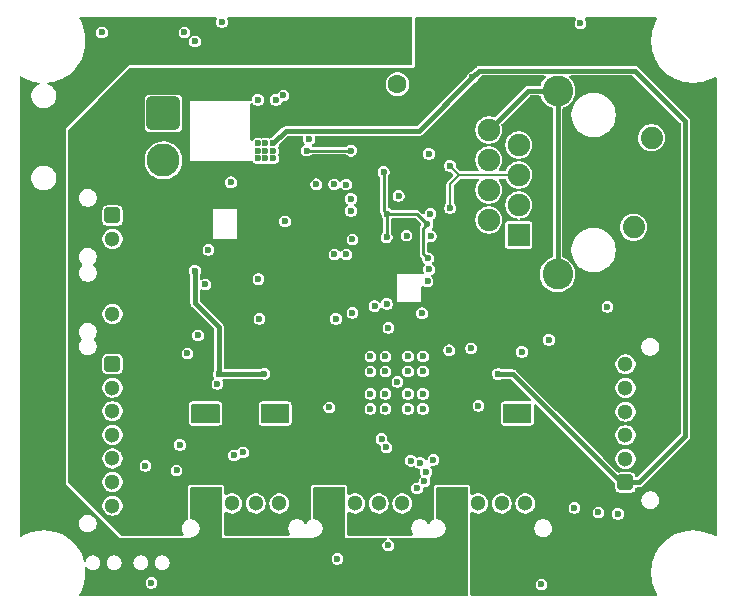
<source format=gbr>
%TF.GenerationSoftware,KiCad,Pcbnew,9.0.2*%
%TF.CreationDate,2025-10-15T23:03:26+09:00*%
%TF.ProjectId,Mother_v1_0_0,4d6f7468-6572-45f7-9631-5f305f302e6b,rev?*%
%TF.SameCoordinates,Original*%
%TF.FileFunction,Copper,L3,Inr*%
%TF.FilePolarity,Positive*%
%FSLAX46Y46*%
G04 Gerber Fmt 4.6, Leading zero omitted, Abs format (unit mm)*
G04 Created by KiCad (PCBNEW 9.0.2) date 2025-10-15 23:03:26*
%MOMM*%
%LPD*%
G01*
G04 APERTURE LIST*
G04 Aperture macros list*
%AMRoundRect*
0 Rectangle with rounded corners*
0 $1 Rounding radius*
0 $2 $3 $4 $5 $6 $7 $8 $9 X,Y pos of 4 corners*
0 Add a 4 corners polygon primitive as box body*
4,1,4,$2,$3,$4,$5,$6,$7,$8,$9,$2,$3,0*
0 Add four circle primitives for the rounded corners*
1,1,$1+$1,$2,$3*
1,1,$1+$1,$4,$5*
1,1,$1+$1,$6,$7*
1,1,$1+$1,$8,$9*
0 Add four rect primitives between the rounded corners*
20,1,$1+$1,$2,$3,$4,$5,0*
20,1,$1+$1,$4,$5,$6,$7,0*
20,1,$1+$1,$6,$7,$8,$9,0*
20,1,$1+$1,$8,$9,$2,$3,0*%
G04 Aperture macros list end*
%TA.AperFunction,ComponentPad*%
%ADD10RoundRect,0.195000X0.455000X-0.455000X0.455000X0.455000X-0.455000X0.455000X-0.455000X-0.455000X0*%
%TD*%
%TA.AperFunction,ComponentPad*%
%ADD11C,1.300000*%
%TD*%
%TA.AperFunction,ComponentPad*%
%ADD12RoundRect,0.195000X-0.455000X0.455000X-0.455000X-0.455000X0.455000X-0.455000X0.455000X0.455000X0*%
%TD*%
%TA.AperFunction,ComponentPad*%
%ADD13C,1.890000*%
%TD*%
%TA.AperFunction,ComponentPad*%
%ADD14R,1.900000X1.900000*%
%TD*%
%TA.AperFunction,ComponentPad*%
%ADD15C,1.900000*%
%TD*%
%TA.AperFunction,ComponentPad*%
%ADD16C,2.600000*%
%TD*%
%TA.AperFunction,ComponentPad*%
%ADD17RoundRect,0.195000X0.455000X0.455000X-0.455000X0.455000X-0.455000X-0.455000X0.455000X-0.455000X0*%
%TD*%
%TA.AperFunction,ComponentPad*%
%ADD18RoundRect,0.250000X-0.550000X0.550000X-0.550000X-0.550000X0.550000X-0.550000X0.550000X0.550000X0*%
%TD*%
%TA.AperFunction,ComponentPad*%
%ADD19C,1.600000*%
%TD*%
%TA.AperFunction,ComponentPad*%
%ADD20RoundRect,0.304348X1.095652X-1.095652X1.095652X1.095652X-1.095652X1.095652X-1.095652X-1.095652X0*%
%TD*%
%TA.AperFunction,ComponentPad*%
%ADD21C,2.800000*%
%TD*%
%TA.AperFunction,ViaPad*%
%ADD22C,0.600000*%
%TD*%
%TA.AperFunction,Conductor*%
%ADD23C,0.406400*%
%TD*%
%TA.AperFunction,Conductor*%
%ADD24C,0.254000*%
%TD*%
%TA.AperFunction,Conductor*%
%ADD25C,0.200000*%
%TD*%
G04 APERTURE END LIST*
D10*
%TO.N,Net-(J10-Pin_1)*%
%TO.C,J10*%
X148336000Y-109855000D03*
D11*
%TO.N,GND*%
X148336000Y-111855000D03*
%TO.N,Net-(J10-Pin_3)*%
X148336000Y-113855000D03*
%TO.N,Net-(J10-Pin_4)*%
X148336000Y-115855000D03*
%TO.N,GND*%
X148336000Y-117855000D03*
%TO.N,/U_MCU/SWD.CLK*%
X148336000Y-119855000D03*
%TO.N,Net-(J10-Pin_7)*%
X148336000Y-121855000D03*
%TD*%
D12*
%TO.N,+5V*%
%TO.C,J3*%
X191770000Y-119888000D03*
D11*
%TO.N,GND*%
X191770000Y-117888000D03*
%TO.N,Net-(J3-Pin_3)*%
X191770000Y-115888000D03*
%TO.N,Net-(J3-Pin_4)*%
X191770000Y-113888000D03*
%TO.N,/U_I2C/I2C.RST*%
X191770000Y-111888000D03*
%TO.N,/U_I2C/I2C.INT*%
X191770000Y-109888000D03*
%TD*%
D13*
%TO.N,+3.3V*%
%TO.C,J2*%
X192453000Y-88163000D03*
%TO.N,Net-(J2-PadL2)*%
X193973000Y-90703000D03*
%TO.N,Net-(J2-PadL3)*%
X192453000Y-98273000D03*
%TO.N,+3.3V*%
X193973000Y-100813000D03*
D14*
%TO.N,/U_ETHERNET/TX_P*%
X182733000Y-98933000D03*
D15*
%TO.N,/U_ETHERNET/TX_N*%
X180193000Y-97663000D03*
%TO.N,/U_ETHERNET/RX_P*%
X182733000Y-96393000D03*
%TO.N,Net-(J2-TCT)*%
X180193000Y-95123000D03*
%TO.N,Net-(J2-RCT)*%
X182733000Y-93853000D03*
%TO.N,/U_ETHERNET/RX_N*%
X180193000Y-92583000D03*
%TO.N,unconnected-(J2-NC-PadR7)*%
X182733000Y-91313000D03*
%TO.N,Net-(C32-Pad1)*%
X180193000Y-90043000D03*
D16*
X186023000Y-102263000D03*
X186023000Y-86713000D03*
%TD*%
D10*
%TO.N,+3.3V*%
%TO.C,J4*%
X148336000Y-103632000D03*
D11*
%TO.N,Net-(J4-Pin_2)*%
X148336000Y-105632000D03*
%TD*%
D17*
%TO.N,+12V*%
%TO.C,J6*%
X166878000Y-121666000D03*
D11*
%TO.N,GND*%
X168878000Y-121666000D03*
%TO.N,/U_CAN2/CANFD_N*%
X170878000Y-121666000D03*
%TO.N,/U_CAN2/CANFD_P*%
X172878000Y-121666000D03*
%TD*%
D18*
%TO.N,+12V*%
%TO.C,C13*%
X172466000Y-82675349D03*
D19*
%TO.N,GND*%
X172466000Y-86175349D03*
%TD*%
D17*
%TO.N,+12V*%
%TO.C,J5*%
X156464000Y-121666000D03*
D11*
%TO.N,GND*%
X158464000Y-121666000D03*
%TO.N,/U_CAN1/CANFD_N*%
X160464000Y-121666000D03*
%TO.N,/U_CAN1/CANFD_P*%
X162464000Y-121666000D03*
%TD*%
D10*
%TO.N,Net-(J7-Pin_1)*%
%TO.C,J7*%
X148336000Y-97282000D03*
D11*
%TO.N,GND*%
X148336000Y-99282000D03*
%TD*%
D20*
%TO.N,Net-(J1-Pin_1)*%
%TO.C,J1*%
X152654000Y-88646000D03*
D21*
%TO.N,GND*%
X152654000Y-92606000D03*
%TD*%
D17*
%TO.N,+12V*%
%TO.C,J8*%
X177292000Y-121666000D03*
D11*
%TO.N,GND*%
X179292000Y-121666000D03*
%TO.N,/U_CAN3/CANFD_N*%
X181292000Y-121666000D03*
%TO.N,/U_CAN3/CANFD_P*%
X183292000Y-121666000D03*
%TD*%
D22*
%TO.N,GND*%
X155829000Y-113538000D03*
X161671000Y-113538000D03*
X183388000Y-114046000D03*
X170180000Y-112395000D03*
X183007000Y-108839000D03*
X174625000Y-113665000D03*
X182608500Y-114028500D03*
X168118467Y-94659341D03*
X190246000Y-105029000D03*
X174541144Y-105566994D03*
X168148000Y-100584000D03*
X162093000Y-114046000D03*
X181864000Y-114046000D03*
X171572500Y-104775000D03*
X184658000Y-128524000D03*
X162560000Y-113538000D03*
X151130000Y-118491000D03*
X182245000Y-114554000D03*
X172565000Y-95631000D03*
X168529000Y-96901000D03*
X173355000Y-112395000D03*
X183007000Y-114554000D03*
X155575000Y-107442000D03*
X172466000Y-111379000D03*
X173355000Y-113665000D03*
X168656000Y-99314000D03*
X187960000Y-81026000D03*
X155448000Y-114046000D03*
X164973000Y-90829000D03*
X165587496Y-94639057D03*
X175260000Y-97155000D03*
X155829000Y-114554000D03*
X161290000Y-114046000D03*
X175133000Y-92075000D03*
X167106215Y-94651546D03*
X161671000Y-114554000D03*
X156464000Y-100203000D03*
X173355000Y-109220000D03*
X157607000Y-80899000D03*
X182245000Y-113538000D03*
X156591000Y-113538000D03*
X170180000Y-113665000D03*
X162941000Y-97790000D03*
X171450000Y-113665000D03*
X175014000Y-102862000D03*
X158369000Y-94480000D03*
X171450000Y-112395000D03*
X157226000Y-111541000D03*
X160655000Y-87503000D03*
X171450000Y-109220000D03*
X170180000Y-110490000D03*
X183007000Y-113538000D03*
X156591000Y-114554000D03*
X174625000Y-112395000D03*
X171450000Y-110490000D03*
X173235433Y-98980908D03*
X156210000Y-103124000D03*
X151638000Y-128397000D03*
X166696000Y-113538000D03*
X174625000Y-109220000D03*
X170180000Y-109220000D03*
X162941000Y-114046000D03*
X174625000Y-110490000D03*
X162814000Y-87122000D03*
X173355000Y-110490000D03*
X162179000Y-87503000D03*
X162560000Y-114554000D03*
X156972000Y-114046000D03*
X178699564Y-108539933D03*
X175514000Y-117983000D03*
X175289680Y-99033150D03*
X156210000Y-114046000D03*
%TO.N,+3.3V*%
X165100000Y-99060000D03*
X159223000Y-116113000D03*
X180164681Y-107786789D03*
X174625000Y-106426000D03*
X153416000Y-116078000D03*
X151681265Y-121455265D03*
X179324000Y-115443000D03*
X164719000Y-104523000D03*
X187452000Y-109982000D03*
X157596238Y-94096238D03*
X164338000Y-100457000D03*
X163449000Y-100457000D03*
X187452000Y-114808000D03*
X161925000Y-105283000D03*
X167640000Y-115951000D03*
X151638000Y-108966000D03*
X176276000Y-118237000D03*
X153254440Y-120049546D03*
X165100000Y-99949000D03*
X173736000Y-92710000D03*
X188849000Y-105791000D03*
X164338000Y-99568000D03*
X155575000Y-105918000D03*
%TO.N,+5V*%
X161925000Y-92456000D03*
X161197725Y-110671980D03*
X160655000Y-91186000D03*
X157350491Y-110709000D03*
X180975000Y-110709000D03*
X160655000Y-91821000D03*
X161925000Y-91186000D03*
X178816000Y-85598000D03*
X160655000Y-92456000D03*
X161290000Y-92456000D03*
X161290000Y-91821000D03*
X161290000Y-91186000D03*
X155321000Y-101981000D03*
X161925000Y-91821000D03*
%TO.N,Net-(Q1-S)*%
X155321000Y-82550000D03*
%TO.N,+3.3V_A*%
X168529000Y-91789000D03*
X171605000Y-97155000D03*
X171547735Y-99117265D03*
X175049265Y-100921735D03*
X175006000Y-98044000D03*
X164769273Y-91783198D03*
X171297500Y-93599000D03*
%TO.N,Net-(J2-RCT)*%
X176913000Y-93091000D03*
X176913000Y-96647000D03*
%TO.N,/U_MCU/NRST*%
X153762000Y-118872000D03*
X171704000Y-106807000D03*
%TO.N,Net-(J1-Pin_1)*%
X147447000Y-81788000D03*
%TO.N,Net-(Q1-G)*%
X154432000Y-81788000D03*
%TO.N,Net-(U7-TXD)*%
X174371000Y-118237000D03*
X158623000Y-117602000D03*
%TO.N,Net-(U6-Sy)*%
X179324000Y-113411000D03*
X185293000Y-107823000D03*
%TO.N,Net-(U5-~{SCS})*%
X168656000Y-105537000D03*
X167132000Y-100584000D03*
%TO.N,Net-(U5-MOSI)*%
X160782000Y-106045000D03*
X160691097Y-102667454D03*
%TO.N,/U_ETHERNET/ACTLED*%
X175133000Y-101854000D03*
X168529000Y-95885000D03*
%TO.N,/U_MCU/BOOT*%
X176840986Y-108701516D03*
X154051000Y-116713000D03*
%TO.N,/CANFD1.RX*%
X159385000Y-117348000D03*
X173595310Y-118041280D03*
%TO.N,/U_I2C/I2C.RST*%
X171527967Y-116913033D03*
%TO.N,/U_I2C/I2C.INT*%
X171116000Y-116205000D03*
%TO.N,/U_MCU/SWD.CLK*%
X171683765Y-125201765D03*
%TO.N,/U_MCU/USER_LED1*%
X187452000Y-122047000D03*
X174117000Y-120396000D03*
%TO.N,/U_MCU/USER_LED2*%
X174747480Y-119788118D03*
X189484000Y-122428000D03*
%TO.N,/U_MCU/USER_LED3*%
X191135000Y-122555000D03*
X174879000Y-118999000D03*
%TO.N,/U_MCU/UART.RX*%
X167259000Y-106045000D03*
X154686000Y-108966000D03*
%TO.N,Net-(J10-Pin_3)*%
X170534265Y-104954351D03*
%TO.N,Net-(J10-Pin_7)*%
X167386000Y-126365000D03*
%TD*%
D23*
%TO.N,+5V*%
X157350491Y-110709000D02*
X161160705Y-110709000D01*
X192577800Y-85008800D02*
X196850000Y-89281000D01*
X192913000Y-119888000D02*
X191770000Y-119888000D01*
X182210000Y-110709000D02*
X191389000Y-119888000D01*
X179405200Y-85008800D02*
X192577800Y-85008800D01*
X157350491Y-106688891D02*
X157350491Y-110709000D01*
X161925000Y-91186000D02*
X162986200Y-90124800D01*
X178816000Y-85598000D02*
X179405200Y-85008800D01*
X161160705Y-110709000D02*
X161197725Y-110671980D01*
X196850000Y-115951000D02*
X192913000Y-119888000D01*
X155321000Y-104659400D02*
X157350491Y-106688891D01*
X180975000Y-110709000D02*
X182210000Y-110709000D01*
X174289200Y-90124800D02*
X178816000Y-85598000D01*
X162986200Y-90124800D02*
X174289200Y-90124800D01*
X155321000Y-101981000D02*
X155321000Y-104659400D01*
X196850000Y-89281000D02*
X196850000Y-115951000D01*
X191389000Y-119888000D02*
X191770000Y-119888000D01*
D24*
%TO.N,+3.3V_A*%
X175049265Y-100921735D02*
X174661680Y-100534150D01*
X171605000Y-99060000D02*
X171547735Y-99117265D01*
X171297500Y-93599000D02*
X171297500Y-96847500D01*
X171605000Y-97155000D02*
X171605000Y-99060000D01*
X174117000Y-97155000D02*
X175006000Y-98044000D01*
X168529000Y-91789000D02*
X164775075Y-91789000D01*
X174661680Y-98388320D02*
X175006000Y-98044000D01*
X171605000Y-97155000D02*
X174117000Y-97155000D01*
X174661680Y-100534150D02*
X174661680Y-98388320D01*
X164775075Y-91789000D02*
X164769273Y-91783198D01*
X171297500Y-96847500D02*
X171605000Y-97155000D01*
D25*
%TO.N,Net-(J2-RCT)*%
X176913000Y-94615000D02*
X176913000Y-96647000D01*
X177675000Y-93853000D02*
X176913000Y-93091000D01*
X182733000Y-93853000D02*
X177675000Y-93853000D01*
X177675000Y-93853000D02*
X176913000Y-94615000D01*
D23*
%TO.N,Net-(C32-Pad1)*%
X186023000Y-102263000D02*
X186023000Y-86713000D01*
X186023000Y-86713000D02*
X183523000Y-86713000D01*
X183523000Y-86713000D02*
X180193000Y-90043000D01*
%TD*%
%TA.AperFunction,Conductor*%
%TO.N,GND*%
G36*
X183776094Y-113251506D02*
G01*
X183794400Y-113295700D01*
X183794400Y-114796300D01*
X183776094Y-114840494D01*
X183731900Y-114858800D01*
X181469300Y-114858800D01*
X181425106Y-114840494D01*
X181406800Y-114796300D01*
X181406800Y-113295700D01*
X181425106Y-113251506D01*
X181469300Y-113233200D01*
X183731900Y-113233200D01*
X183776094Y-113251506D01*
G37*
%TD.AperFunction*%
%TD*%
%TA.AperFunction,Conductor*%
%TO.N,GND*%
G36*
X163278294Y-113251506D02*
G01*
X163296600Y-113295700D01*
X163296600Y-114796300D01*
X163278294Y-114840494D01*
X163234100Y-114858800D01*
X160971500Y-114858800D01*
X160927306Y-114840494D01*
X160909000Y-114796300D01*
X160909000Y-113295700D01*
X160927306Y-113251506D01*
X160971500Y-113233200D01*
X163234100Y-113233200D01*
X163278294Y-113251506D01*
G37*
%TD.AperFunction*%
%TD*%
%TA.AperFunction,Conductor*%
%TO.N,GND*%
G36*
X157385494Y-113251506D02*
G01*
X157403800Y-113295700D01*
X157403800Y-114796300D01*
X157385494Y-114840494D01*
X157341300Y-114858800D01*
X155078700Y-114858800D01*
X155034506Y-114840494D01*
X155016200Y-114796300D01*
X155016200Y-113295700D01*
X155034506Y-113251506D01*
X155078700Y-113233200D01*
X157341300Y-113233200D01*
X157385494Y-113251506D01*
G37*
%TD.AperFunction*%
%TD*%
%TA.AperFunction,Conductor*%
%TO.N,+12V*%
G36*
X157184984Y-80536306D02*
G01*
X157203290Y-80580500D01*
X157194916Y-80611750D01*
X157140610Y-80705808D01*
X157140606Y-80705817D01*
X157106501Y-80833101D01*
X157106500Y-80833109D01*
X157106500Y-80964890D01*
X157106501Y-80964898D01*
X157140606Y-81092182D01*
X157140607Y-81092185D01*
X157206501Y-81206315D01*
X157206504Y-81206319D01*
X157299680Y-81299495D01*
X157299684Y-81299498D01*
X157299686Y-81299500D01*
X157413814Y-81365392D01*
X157413817Y-81365393D01*
X157491712Y-81386264D01*
X157541108Y-81399500D01*
X157541109Y-81399500D01*
X157672891Y-81399500D01*
X157672892Y-81399500D01*
X157800186Y-81365392D01*
X157914314Y-81299500D01*
X158007500Y-81206314D01*
X158073392Y-81092186D01*
X158107500Y-80964892D01*
X158107500Y-80833108D01*
X158073392Y-80705814D01*
X158054764Y-80673550D01*
X158019084Y-80611750D01*
X158012840Y-80564324D01*
X158041960Y-80526374D01*
X158073210Y-80518000D01*
X173673500Y-80518000D01*
X173717694Y-80536306D01*
X173736000Y-80580500D01*
X173736000Y-84519500D01*
X173717694Y-84563694D01*
X173673500Y-84582000D01*
X162433000Y-84582000D01*
X149733000Y-84582000D01*
X144399000Y-89916000D01*
X144399000Y-120015000D01*
X148971000Y-124587000D01*
X171569580Y-124587000D01*
X171613774Y-124605306D01*
X171632080Y-124649500D01*
X171613774Y-124693694D01*
X171585756Y-124709870D01*
X171490582Y-124735371D01*
X171490579Y-124735372D01*
X171376449Y-124801266D01*
X171376445Y-124801269D01*
X171283269Y-124894445D01*
X171283266Y-124894449D01*
X171217372Y-125008579D01*
X171217371Y-125008582D01*
X171183266Y-125135866D01*
X171183265Y-125135874D01*
X171183265Y-125267655D01*
X171183266Y-125267663D01*
X171217371Y-125394947D01*
X171217372Y-125394950D01*
X171283266Y-125509080D01*
X171283269Y-125509084D01*
X171376445Y-125602260D01*
X171376449Y-125602263D01*
X171376451Y-125602265D01*
X171490579Y-125668157D01*
X171490582Y-125668158D01*
X171539115Y-125681162D01*
X171617873Y-125702265D01*
X171617874Y-125702265D01*
X171749656Y-125702265D01*
X171749657Y-125702265D01*
X171876951Y-125668157D01*
X171991079Y-125602265D01*
X172084265Y-125509079D01*
X172150157Y-125394951D01*
X172184265Y-125267657D01*
X172184265Y-125135873D01*
X172150157Y-125008579D01*
X172084265Y-124894451D01*
X172084263Y-124894449D01*
X172084260Y-124894445D01*
X171991084Y-124801269D01*
X171991080Y-124801266D01*
X171991079Y-124801265D01*
X171934015Y-124768319D01*
X171876950Y-124735372D01*
X171876947Y-124735371D01*
X171781774Y-124709870D01*
X171743823Y-124680750D01*
X171737580Y-124633324D01*
X171766700Y-124595373D01*
X171797950Y-124587000D01*
X178435000Y-124587000D01*
X178435000Y-129437000D01*
X178416694Y-129481194D01*
X178372500Y-129499500D01*
X145551056Y-129499500D01*
X145506862Y-129481194D01*
X145488556Y-129437000D01*
X145499089Y-129402277D01*
X145533685Y-129350500D01*
X145549038Y-129327523D01*
X145713485Y-129019865D01*
X145846984Y-128697570D01*
X145948250Y-128363742D01*
X145948253Y-128363727D01*
X145954742Y-128331109D01*
X151137500Y-128331109D01*
X151137500Y-128462890D01*
X151137501Y-128462898D01*
X151171606Y-128590182D01*
X151171607Y-128590185D01*
X151171608Y-128590186D01*
X151233606Y-128697570D01*
X151237501Y-128704315D01*
X151237504Y-128704319D01*
X151330680Y-128797495D01*
X151330684Y-128797498D01*
X151330686Y-128797500D01*
X151444814Y-128863392D01*
X151444817Y-128863393D01*
X151522712Y-128884264D01*
X151572108Y-128897500D01*
X151572109Y-128897500D01*
X151703891Y-128897500D01*
X151703892Y-128897500D01*
X151831186Y-128863392D01*
X151945314Y-128797500D01*
X152038500Y-128704314D01*
X152104392Y-128590186D01*
X152138500Y-128462892D01*
X152138500Y-128331108D01*
X152104392Y-128203814D01*
X152038500Y-128089686D01*
X152038498Y-128089684D01*
X152038495Y-128089680D01*
X151945319Y-127996504D01*
X151945315Y-127996501D01*
X151945314Y-127996500D01*
X151888250Y-127963554D01*
X151831185Y-127930607D01*
X151831182Y-127930606D01*
X151703898Y-127896501D01*
X151703893Y-127896500D01*
X151703892Y-127896500D01*
X151572108Y-127896500D01*
X151572107Y-127896500D01*
X151572101Y-127896501D01*
X151444817Y-127930606D01*
X151444814Y-127930607D01*
X151330684Y-127996501D01*
X151330680Y-127996504D01*
X151237504Y-128089680D01*
X151237501Y-128089684D01*
X151171607Y-128203814D01*
X151171606Y-128203817D01*
X151137501Y-128331101D01*
X151137500Y-128331109D01*
X145954742Y-128331109D01*
X145957982Y-128314819D01*
X146002764Y-128089680D01*
X146016307Y-128021595D01*
X146025269Y-127930607D01*
X146050500Y-127674421D01*
X146050500Y-127325578D01*
X146048522Y-127305499D01*
X146023223Y-127048624D01*
X146037109Y-127002849D01*
X146079296Y-126980300D01*
X146125072Y-126994186D01*
X146137389Y-127007776D01*
X146164683Y-127048625D01*
X146188142Y-127083733D01*
X146275267Y-127170858D01*
X146377714Y-127239311D01*
X146491548Y-127286463D01*
X146612394Y-127310500D01*
X146612395Y-127310500D01*
X146735605Y-127310500D01*
X146735606Y-127310500D01*
X146856452Y-127286463D01*
X146970286Y-127239311D01*
X147072733Y-127170858D01*
X147159858Y-127083733D01*
X147228311Y-126981286D01*
X147275463Y-126867452D01*
X147299500Y-126746606D01*
X147299500Y-126623394D01*
X147299500Y-126623393D01*
X147848500Y-126623393D01*
X147848500Y-126746606D01*
X147872536Y-126867450D01*
X147872537Y-126867453D01*
X147919687Y-126981283D01*
X147919690Y-126981287D01*
X147964683Y-127048625D01*
X147988142Y-127083733D01*
X148075267Y-127170858D01*
X148177714Y-127239311D01*
X148291548Y-127286463D01*
X148412394Y-127310500D01*
X148412395Y-127310500D01*
X148535605Y-127310500D01*
X148535606Y-127310500D01*
X148656452Y-127286463D01*
X148770286Y-127239311D01*
X148872733Y-127170858D01*
X148959858Y-127083733D01*
X149028311Y-126981286D01*
X149075463Y-126867452D01*
X149099500Y-126746606D01*
X149099500Y-126623394D01*
X149098505Y-126618393D01*
X150112500Y-126618393D01*
X150112500Y-126741606D01*
X150136536Y-126862450D01*
X150136537Y-126862453D01*
X150183687Y-126976283D01*
X150183688Y-126976285D01*
X150183689Y-126976286D01*
X150252142Y-127078733D01*
X150339267Y-127165858D01*
X150441714Y-127234311D01*
X150555548Y-127281463D01*
X150676394Y-127305500D01*
X150676395Y-127305500D01*
X150799605Y-127305500D01*
X150799606Y-127305500D01*
X150920452Y-127281463D01*
X151034286Y-127234311D01*
X151136733Y-127165858D01*
X151223858Y-127078733D01*
X151292311Y-126976286D01*
X151339463Y-126862452D01*
X151363500Y-126741606D01*
X151363500Y-126618394D01*
X151363500Y-126618393D01*
X151912500Y-126618393D01*
X151912500Y-126741606D01*
X151936536Y-126862450D01*
X151936537Y-126862453D01*
X151983687Y-126976283D01*
X151983688Y-126976285D01*
X151983689Y-126976286D01*
X152052142Y-127078733D01*
X152139267Y-127165858D01*
X152241714Y-127234311D01*
X152355548Y-127281463D01*
X152476394Y-127305500D01*
X152476395Y-127305500D01*
X152599605Y-127305500D01*
X152599606Y-127305500D01*
X152720452Y-127281463D01*
X152834286Y-127234311D01*
X152936733Y-127165858D01*
X153023858Y-127078733D01*
X153092311Y-126976286D01*
X153139463Y-126862452D01*
X153163500Y-126741606D01*
X153163500Y-126618394D01*
X153139463Y-126497548D01*
X153092311Y-126383714D01*
X153035780Y-126299109D01*
X166885500Y-126299109D01*
X166885500Y-126430890D01*
X166885501Y-126430898D01*
X166919606Y-126558182D01*
X166919607Y-126558185D01*
X166985501Y-126672315D01*
X166985504Y-126672319D01*
X167078680Y-126765495D01*
X167078684Y-126765498D01*
X167078686Y-126765500D01*
X167170623Y-126818580D01*
X167192814Y-126831392D01*
X167192817Y-126831393D01*
X167270712Y-126852264D01*
X167320108Y-126865500D01*
X167320109Y-126865500D01*
X167451891Y-126865500D01*
X167451892Y-126865500D01*
X167579186Y-126831392D01*
X167693314Y-126765500D01*
X167786500Y-126672314D01*
X167852392Y-126558186D01*
X167886500Y-126430892D01*
X167886500Y-126299108D01*
X167873264Y-126249712D01*
X167852393Y-126171817D01*
X167852392Y-126171814D01*
X167825762Y-126125690D01*
X167786500Y-126057686D01*
X167786498Y-126057684D01*
X167786495Y-126057680D01*
X167693319Y-125964504D01*
X167693315Y-125964501D01*
X167693314Y-125964500D01*
X167636250Y-125931554D01*
X167579185Y-125898607D01*
X167579182Y-125898606D01*
X167451898Y-125864501D01*
X167451893Y-125864500D01*
X167451892Y-125864500D01*
X167320108Y-125864500D01*
X167320107Y-125864500D01*
X167320101Y-125864501D01*
X167192817Y-125898606D01*
X167192814Y-125898607D01*
X167078684Y-125964501D01*
X167078680Y-125964504D01*
X166985504Y-126057680D01*
X166985501Y-126057684D01*
X166919607Y-126171814D01*
X166919606Y-126171817D01*
X166885501Y-126299101D01*
X166885500Y-126299109D01*
X153035780Y-126299109D01*
X153023858Y-126281267D01*
X152936733Y-126194142D01*
X152834286Y-126125689D01*
X152834285Y-126125688D01*
X152834283Y-126125687D01*
X152720453Y-126078537D01*
X152720450Y-126078536D01*
X152599606Y-126054500D01*
X152476394Y-126054500D01*
X152476393Y-126054500D01*
X152355549Y-126078536D01*
X152355546Y-126078537D01*
X152241716Y-126125687D01*
X152241712Y-126125690D01*
X152139267Y-126194141D01*
X152052141Y-126281267D01*
X151983690Y-126383712D01*
X151983687Y-126383716D01*
X151936537Y-126497546D01*
X151936536Y-126497549D01*
X151912500Y-126618393D01*
X151363500Y-126618393D01*
X151339463Y-126497548D01*
X151292311Y-126383714D01*
X151223858Y-126281267D01*
X151136733Y-126194142D01*
X151034286Y-126125689D01*
X151034285Y-126125688D01*
X151034283Y-126125687D01*
X150920453Y-126078537D01*
X150920450Y-126078536D01*
X150799606Y-126054500D01*
X150676394Y-126054500D01*
X150676393Y-126054500D01*
X150555549Y-126078536D01*
X150555546Y-126078537D01*
X150441716Y-126125687D01*
X150441712Y-126125690D01*
X150339267Y-126194141D01*
X150252141Y-126281267D01*
X150183690Y-126383712D01*
X150183687Y-126383716D01*
X150136537Y-126497546D01*
X150136536Y-126497549D01*
X150112500Y-126618393D01*
X149098505Y-126618393D01*
X149075463Y-126502548D01*
X149028311Y-126388714D01*
X148959858Y-126286267D01*
X148872733Y-126199142D01*
X148865248Y-126194141D01*
X148770287Y-126130690D01*
X148770283Y-126130687D01*
X148656453Y-126083537D01*
X148656450Y-126083536D01*
X148535606Y-126059500D01*
X148412394Y-126059500D01*
X148412393Y-126059500D01*
X148291549Y-126083536D01*
X148291546Y-126083537D01*
X148177716Y-126130687D01*
X148177712Y-126130690D01*
X148075267Y-126199141D01*
X147988141Y-126286267D01*
X147919690Y-126388712D01*
X147919687Y-126388716D01*
X147872537Y-126502546D01*
X147872536Y-126502549D01*
X147848500Y-126623393D01*
X147299500Y-126623393D01*
X147275463Y-126502548D01*
X147228311Y-126388714D01*
X147159858Y-126286267D01*
X147072733Y-126199142D01*
X147065248Y-126194141D01*
X146970287Y-126130690D01*
X146970283Y-126130687D01*
X146856453Y-126083537D01*
X146856450Y-126083536D01*
X146735606Y-126059500D01*
X146612394Y-126059500D01*
X146612393Y-126059500D01*
X146491549Y-126083536D01*
X146491546Y-126083537D01*
X146377716Y-126130687D01*
X146377712Y-126130690D01*
X146275267Y-126199141D01*
X146188141Y-126286267D01*
X146119690Y-126388712D01*
X146119687Y-126388716D01*
X146072537Y-126502546D01*
X146072536Y-126502549D01*
X146055929Y-126586042D01*
X146029353Y-126625816D01*
X145982437Y-126635148D01*
X145942663Y-126608572D01*
X145934823Y-126591997D01*
X145846984Y-126302430D01*
X145713485Y-125980135D01*
X145549038Y-125672477D01*
X145355228Y-125382419D01*
X145333661Y-125356140D01*
X145133924Y-125112759D01*
X145133918Y-125112752D01*
X144887247Y-124866081D01*
X144887240Y-124866075D01*
X144617589Y-124644778D01*
X144617586Y-124644776D01*
X144617585Y-124644775D01*
X144617581Y-124644772D01*
X144327523Y-124450962D01*
X144327522Y-124450961D01*
X144327517Y-124450958D01*
X144019863Y-124286514D01*
X143697581Y-124153020D01*
X143697582Y-124153020D01*
X143697573Y-124153017D01*
X143697570Y-124153016D01*
X143516447Y-124098072D01*
X143363743Y-124051750D01*
X143363727Y-124051746D01*
X143021586Y-123983691D01*
X143021588Y-123983691D01*
X142754660Y-123957402D01*
X142674425Y-123949500D01*
X142325575Y-123949500D01*
X142245339Y-123957402D01*
X141978412Y-123983691D01*
X141636272Y-124051746D01*
X141636256Y-124051750D01*
X141426702Y-124115318D01*
X141302430Y-124153016D01*
X141302426Y-124153017D01*
X141302418Y-124153020D01*
X140980136Y-124286514D01*
X140672483Y-124450958D01*
X140672482Y-124450958D01*
X140597723Y-124500911D01*
X140550807Y-124510243D01*
X140511033Y-124483667D01*
X140500500Y-124448944D01*
X140500500Y-123281080D01*
X145485500Y-123281080D01*
X145485500Y-123428919D01*
X145514341Y-123573911D01*
X145514341Y-123573912D01*
X145563289Y-123692082D01*
X145570916Y-123710495D01*
X145653049Y-123833416D01*
X145757584Y-123937951D01*
X145880505Y-124020084D01*
X146017087Y-124076658D01*
X146162082Y-124105500D01*
X146309918Y-124105500D01*
X146454913Y-124076658D01*
X146591495Y-124020084D01*
X146714416Y-123937951D01*
X146818951Y-123833416D01*
X146901084Y-123710495D01*
X146957658Y-123573913D01*
X146986500Y-123428918D01*
X146986500Y-123281082D01*
X146957658Y-123136087D01*
X146901084Y-122999505D01*
X146818951Y-122876584D01*
X146714416Y-122772049D01*
X146714415Y-122772048D01*
X146591497Y-122689917D01*
X146591495Y-122689916D01*
X146454911Y-122633341D01*
X146309919Y-122604500D01*
X146309918Y-122604500D01*
X146162082Y-122604500D01*
X146162080Y-122604500D01*
X146017088Y-122633341D01*
X146017087Y-122633341D01*
X145880504Y-122689916D01*
X145880502Y-122689917D01*
X145757584Y-122772048D01*
X145653048Y-122876584D01*
X145570917Y-122999502D01*
X145570916Y-122999504D01*
X145514341Y-123136087D01*
X145514341Y-123136088D01*
X145485500Y-123281080D01*
X140500500Y-123281080D01*
X140500500Y-94002534D01*
X141453500Y-94002534D01*
X141453500Y-94209465D01*
X141493869Y-94412418D01*
X141573059Y-94603598D01*
X141573060Y-94603601D01*
X141688022Y-94775654D01*
X141834345Y-94921977D01*
X142006398Y-95036939D01*
X142006400Y-95036939D01*
X142006402Y-95036941D01*
X142197580Y-95116130D01*
X142400535Y-95156500D01*
X142607465Y-95156500D01*
X142810420Y-95116130D01*
X143001598Y-95036941D01*
X143173655Y-94921977D01*
X143319977Y-94775655D01*
X143434941Y-94603598D01*
X143514130Y-94412420D01*
X143554500Y-94209465D01*
X143554500Y-94002535D01*
X143514130Y-93799580D01*
X143434941Y-93608402D01*
X143434939Y-93608400D01*
X143434939Y-93608398D01*
X143319977Y-93436345D01*
X143173654Y-93290022D01*
X143001601Y-93175060D01*
X143001598Y-93175059D01*
X142810418Y-93095869D01*
X142607465Y-93055500D01*
X142400535Y-93055500D01*
X142197581Y-93095869D01*
X142006401Y-93175059D01*
X142006398Y-93175060D01*
X141834345Y-93290022D01*
X141688022Y-93436345D01*
X141573060Y-93608398D01*
X141573059Y-93608401D01*
X141493869Y-93799581D01*
X141453500Y-94002534D01*
X140500500Y-94002534D01*
X140500500Y-85551055D01*
X140518806Y-85506861D01*
X140563000Y-85488555D01*
X140597720Y-85499086D01*
X140672477Y-85549038D01*
X140980135Y-85713485D01*
X141302418Y-85846979D01*
X141302417Y-85846979D01*
X141302420Y-85846980D01*
X141302430Y-85846984D01*
X141636258Y-85948250D01*
X141636267Y-85948251D01*
X141636272Y-85948253D01*
X141727578Y-85966414D01*
X141978405Y-86016307D01*
X141978410Y-86016307D01*
X141978413Y-86016308D01*
X141978411Y-86016308D01*
X142047765Y-86023138D01*
X142140366Y-86032258D01*
X142182552Y-86054807D01*
X142196438Y-86100583D01*
X142173889Y-86142770D01*
X142158157Y-86152199D01*
X142006401Y-86215059D01*
X142006398Y-86215060D01*
X141834345Y-86330022D01*
X141688022Y-86476345D01*
X141573060Y-86648398D01*
X141573059Y-86648401D01*
X141493869Y-86839581D01*
X141453500Y-87042534D01*
X141453500Y-87249465D01*
X141493869Y-87452418D01*
X141573059Y-87643598D01*
X141573060Y-87643601D01*
X141688022Y-87815654D01*
X141834345Y-87961977D01*
X142006398Y-88076939D01*
X142006400Y-88076939D01*
X142006402Y-88076941D01*
X142197580Y-88156130D01*
X142400535Y-88196500D01*
X142607465Y-88196500D01*
X142810420Y-88156130D01*
X143001598Y-88076941D01*
X143173655Y-87961977D01*
X143319977Y-87815655D01*
X143434941Y-87643598D01*
X143514130Y-87452420D01*
X143554500Y-87249465D01*
X143554500Y-87042535D01*
X143514130Y-86839580D01*
X143434941Y-86648402D01*
X143434939Y-86648400D01*
X143434939Y-86648398D01*
X143319977Y-86476345D01*
X143173654Y-86330022D01*
X143001601Y-86215060D01*
X143001598Y-86215059D01*
X142848304Y-86151562D01*
X142814480Y-86117739D01*
X142814481Y-86069903D01*
X142848305Y-86036078D01*
X142866096Y-86031622D01*
X142915772Y-86026729D01*
X143021587Y-86016308D01*
X143021589Y-86016307D01*
X143021595Y-86016307D01*
X143363742Y-85948250D01*
X143697570Y-85846984D01*
X144019865Y-85713485D01*
X144327523Y-85549038D01*
X144617581Y-85355228D01*
X144887246Y-85133920D01*
X145133920Y-84887246D01*
X145355228Y-84617581D01*
X145549038Y-84327523D01*
X145713485Y-84019865D01*
X145846984Y-83697570D01*
X145948250Y-83363742D01*
X146016307Y-83021595D01*
X146016820Y-83016393D01*
X146032487Y-82857314D01*
X146050500Y-82674425D01*
X146050500Y-82484109D01*
X154820500Y-82484109D01*
X154820500Y-82615890D01*
X154820501Y-82615898D01*
X154854606Y-82743182D01*
X154854607Y-82743185D01*
X154920501Y-82857315D01*
X154920504Y-82857319D01*
X155013680Y-82950495D01*
X155013684Y-82950498D01*
X155013686Y-82950500D01*
X155127814Y-83016392D01*
X155127817Y-83016393D01*
X155205712Y-83037264D01*
X155255108Y-83050500D01*
X155255109Y-83050500D01*
X155386891Y-83050500D01*
X155386892Y-83050500D01*
X155514186Y-83016392D01*
X155628314Y-82950500D01*
X155721500Y-82857314D01*
X155787392Y-82743186D01*
X155821500Y-82615892D01*
X155821500Y-82484108D01*
X155793261Y-82378718D01*
X155787393Y-82356817D01*
X155787392Y-82356814D01*
X155769356Y-82325575D01*
X155721500Y-82242686D01*
X155721498Y-82242684D01*
X155721495Y-82242680D01*
X155628319Y-82149504D01*
X155628315Y-82149501D01*
X155628314Y-82149500D01*
X155534470Y-82095319D01*
X155514185Y-82083607D01*
X155514182Y-82083606D01*
X155386898Y-82049501D01*
X155386893Y-82049500D01*
X155386892Y-82049500D01*
X155255108Y-82049500D01*
X155255107Y-82049500D01*
X155255101Y-82049501D01*
X155127817Y-82083606D01*
X155127814Y-82083607D01*
X155013684Y-82149501D01*
X155013680Y-82149504D01*
X154920504Y-82242680D01*
X154920501Y-82242684D01*
X154854607Y-82356814D01*
X154854606Y-82356817D01*
X154820501Y-82484101D01*
X154820500Y-82484109D01*
X146050500Y-82484109D01*
X146050500Y-82325575D01*
X146027822Y-82095315D01*
X146016308Y-81978412D01*
X145991539Y-81853890D01*
X145965327Y-81722109D01*
X146946500Y-81722109D01*
X146946500Y-81853890D01*
X146946501Y-81853898D01*
X146980606Y-81981182D01*
X146980607Y-81981185D01*
X146980608Y-81981186D01*
X147043255Y-82089694D01*
X147046501Y-82095315D01*
X147046504Y-82095319D01*
X147139680Y-82188495D01*
X147139684Y-82188498D01*
X147139686Y-82188500D01*
X147233535Y-82242684D01*
X147253814Y-82254392D01*
X147253817Y-82254393D01*
X147331712Y-82275264D01*
X147381108Y-82288500D01*
X147381109Y-82288500D01*
X147512891Y-82288500D01*
X147512892Y-82288500D01*
X147640186Y-82254392D01*
X147754314Y-82188500D01*
X147847500Y-82095314D01*
X147913392Y-81981186D01*
X147947500Y-81853892D01*
X147947500Y-81722109D01*
X153931500Y-81722109D01*
X153931500Y-81853890D01*
X153931501Y-81853898D01*
X153965606Y-81981182D01*
X153965607Y-81981185D01*
X153965608Y-81981186D01*
X154028255Y-82089694D01*
X154031501Y-82095315D01*
X154031504Y-82095319D01*
X154124680Y-82188495D01*
X154124684Y-82188498D01*
X154124686Y-82188500D01*
X154218535Y-82242684D01*
X154238814Y-82254392D01*
X154238817Y-82254393D01*
X154316712Y-82275264D01*
X154366108Y-82288500D01*
X154366109Y-82288500D01*
X154497891Y-82288500D01*
X154497892Y-82288500D01*
X154625186Y-82254392D01*
X154739314Y-82188500D01*
X154832500Y-82095314D01*
X154898392Y-81981186D01*
X154932500Y-81853892D01*
X154932500Y-81722108D01*
X154898392Y-81594814D01*
X154832500Y-81480686D01*
X154832498Y-81480684D01*
X154832495Y-81480680D01*
X154739319Y-81387504D01*
X154739315Y-81387501D01*
X154739314Y-81387500D01*
X154682250Y-81354554D01*
X154625185Y-81321607D01*
X154625182Y-81321606D01*
X154497898Y-81287501D01*
X154497893Y-81287500D01*
X154497892Y-81287500D01*
X154366108Y-81287500D01*
X154366107Y-81287500D01*
X154366101Y-81287501D01*
X154238817Y-81321606D01*
X154238814Y-81321607D01*
X154124684Y-81387501D01*
X154124680Y-81387504D01*
X154031504Y-81480680D01*
X154031501Y-81480684D01*
X153965607Y-81594814D01*
X153965606Y-81594817D01*
X153931501Y-81722101D01*
X153931500Y-81722109D01*
X147947500Y-81722109D01*
X147947500Y-81722108D01*
X147913392Y-81594814D01*
X147847500Y-81480686D01*
X147847498Y-81480684D01*
X147847495Y-81480680D01*
X147754319Y-81387504D01*
X147754315Y-81387501D01*
X147754314Y-81387500D01*
X147697250Y-81354554D01*
X147640185Y-81321607D01*
X147640182Y-81321606D01*
X147512898Y-81287501D01*
X147512893Y-81287500D01*
X147512892Y-81287500D01*
X147381108Y-81287500D01*
X147381107Y-81287500D01*
X147381101Y-81287501D01*
X147253817Y-81321606D01*
X147253814Y-81321607D01*
X147139684Y-81387501D01*
X147139680Y-81387504D01*
X147046504Y-81480680D01*
X147046501Y-81480684D01*
X146980607Y-81594814D01*
X146980606Y-81594817D01*
X146946501Y-81722101D01*
X146946500Y-81722109D01*
X145965327Y-81722109D01*
X145948250Y-81636258D01*
X145846984Y-81302430D01*
X145713485Y-80980135D01*
X145549038Y-80672477D01*
X145510781Y-80615222D01*
X145501450Y-80568306D01*
X145528026Y-80528533D01*
X145562749Y-80518000D01*
X157140790Y-80518000D01*
X157184984Y-80536306D01*
G37*
%TD.AperFunction*%
%TD*%
%TA.AperFunction,Conductor*%
%TO.N,+3.3V*%
G36*
X187545363Y-80520185D02*
G01*
X187591118Y-80572989D01*
X187601062Y-80642147D01*
X187572037Y-80705703D01*
X187566005Y-80712181D01*
X187559502Y-80718683D01*
X187559500Y-80718686D01*
X187493608Y-80832812D01*
X187459500Y-80960108D01*
X187459500Y-81091891D01*
X187493608Y-81219187D01*
X187526554Y-81276250D01*
X187559500Y-81333314D01*
X187652686Y-81426500D01*
X187766814Y-81492392D01*
X187894108Y-81526500D01*
X187894110Y-81526500D01*
X188025890Y-81526500D01*
X188025892Y-81526500D01*
X188153186Y-81492392D01*
X188267314Y-81426500D01*
X188360500Y-81333314D01*
X188426392Y-81219186D01*
X188460500Y-81091892D01*
X188460500Y-80960108D01*
X188426392Y-80832814D01*
X188360500Y-80718686D01*
X188353995Y-80712181D01*
X188320510Y-80650858D01*
X188325494Y-80581166D01*
X188367366Y-80525233D01*
X188432830Y-80500816D01*
X188441676Y-80500500D01*
X194336004Y-80500500D01*
X194403043Y-80520185D01*
X194448798Y-80572989D01*
X194458742Y-80642147D01*
X194445362Y-80682953D01*
X194286518Y-80980127D01*
X194286516Y-80980132D01*
X194153016Y-81302428D01*
X194051747Y-81636267D01*
X194051744Y-81636278D01*
X193983692Y-81978405D01*
X193949500Y-82325578D01*
X193949500Y-82674421D01*
X193983692Y-83021594D01*
X194051744Y-83363721D01*
X194051747Y-83363732D01*
X194153016Y-83697571D01*
X194286516Y-84019867D01*
X194286518Y-84019872D01*
X194450955Y-84327511D01*
X194450972Y-84327539D01*
X194644759Y-84617563D01*
X194644776Y-84617586D01*
X194866084Y-84887251D01*
X195112748Y-85133915D01*
X195112753Y-85133919D01*
X195112754Y-85133920D01*
X195382419Y-85355228D01*
X195382426Y-85355233D01*
X195382436Y-85355240D01*
X195672460Y-85549027D01*
X195672465Y-85549030D01*
X195672477Y-85549038D01*
X195672486Y-85549042D01*
X195672488Y-85549044D01*
X195980127Y-85713481D01*
X195980129Y-85713481D01*
X195980135Y-85713485D01*
X196302430Y-85846984D01*
X196636258Y-85948250D01*
X196636264Y-85948251D01*
X196636267Y-85948252D01*
X196636278Y-85948255D01*
X196978405Y-86016307D01*
X197325575Y-86050500D01*
X197325578Y-86050500D01*
X197674422Y-86050500D01*
X197674425Y-86050500D01*
X198021595Y-86016307D01*
X198088197Y-86003059D01*
X198363721Y-85948255D01*
X198363732Y-85948252D01*
X198363732Y-85948251D01*
X198363742Y-85948250D01*
X198697570Y-85846984D01*
X199019865Y-85713485D01*
X199317049Y-85554636D01*
X199385449Y-85540395D01*
X199450693Y-85565395D01*
X199492064Y-85621700D01*
X199499500Y-85663995D01*
X199499500Y-124336004D01*
X199479815Y-124403043D01*
X199427011Y-124448798D01*
X199357853Y-124458742D01*
X199317047Y-124445362D01*
X199019872Y-124286518D01*
X199019867Y-124286516D01*
X198944471Y-124255286D01*
X198918227Y-124244415D01*
X198697571Y-124153016D01*
X198363732Y-124051747D01*
X198363721Y-124051744D01*
X198021594Y-123983692D01*
X197760120Y-123957940D01*
X197674425Y-123949500D01*
X197325575Y-123949500D01*
X197246394Y-123957298D01*
X196978405Y-123983692D01*
X196636278Y-124051744D01*
X196636267Y-124051747D01*
X196302428Y-124153016D01*
X195980132Y-124286516D01*
X195980127Y-124286518D01*
X195672488Y-124450955D01*
X195672460Y-124450972D01*
X195382436Y-124644759D01*
X195382413Y-124644776D01*
X195112748Y-124866084D01*
X194866084Y-125112748D01*
X194644776Y-125382413D01*
X194644759Y-125382436D01*
X194450972Y-125672460D01*
X194450955Y-125672488D01*
X194286518Y-125980127D01*
X194286516Y-125980132D01*
X194153016Y-126302428D01*
X194051747Y-126636267D01*
X194051744Y-126636278D01*
X193983692Y-126978405D01*
X193949500Y-127325578D01*
X193949500Y-127674421D01*
X193983692Y-128021594D01*
X194051744Y-128363721D01*
X194051747Y-128363732D01*
X194153016Y-128697571D01*
X194208415Y-128831316D01*
X194274306Y-128990391D01*
X194286516Y-129019867D01*
X194286518Y-129019872D01*
X194445362Y-129317047D01*
X194459604Y-129385449D01*
X194434604Y-129450693D01*
X194378299Y-129492064D01*
X194336004Y-129499500D01*
X178764500Y-129499500D01*
X178697461Y-129479815D01*
X178651706Y-129427011D01*
X178640500Y-129375500D01*
X178640500Y-128458108D01*
X184157500Y-128458108D01*
X184157500Y-128589891D01*
X184191608Y-128717187D01*
X184194812Y-128722736D01*
X184257500Y-128831314D01*
X184350686Y-128924500D01*
X184464814Y-128990392D01*
X184592108Y-129024500D01*
X184592110Y-129024500D01*
X184723890Y-129024500D01*
X184723892Y-129024500D01*
X184851186Y-128990392D01*
X184965314Y-128924500D01*
X185058500Y-128831314D01*
X185124392Y-128717186D01*
X185158500Y-128589892D01*
X185158500Y-128458108D01*
X185124392Y-128330814D01*
X185058500Y-128216686D01*
X184965314Y-128123500D01*
X184908250Y-128090554D01*
X184851187Y-128057608D01*
X184787539Y-128040554D01*
X184723892Y-128023500D01*
X184592108Y-128023500D01*
X184464812Y-128057608D01*
X184350686Y-128123500D01*
X184350683Y-128123502D01*
X184257502Y-128216683D01*
X184257500Y-128216686D01*
X184191608Y-128330812D01*
X184157500Y-128458108D01*
X178640500Y-128458108D01*
X178640500Y-123839920D01*
X184041499Y-123839920D01*
X184070340Y-123984907D01*
X184070343Y-123984917D01*
X184126912Y-124121488D01*
X184126919Y-124121501D01*
X184209048Y-124244415D01*
X184209051Y-124244419D01*
X184313580Y-124348948D01*
X184313584Y-124348951D01*
X184436498Y-124431080D01*
X184436511Y-124431087D01*
X184503277Y-124458742D01*
X184573087Y-124487658D01*
X184573091Y-124487658D01*
X184573092Y-124487659D01*
X184718079Y-124516500D01*
X184718082Y-124516500D01*
X184865920Y-124516500D01*
X184963462Y-124497096D01*
X185010913Y-124487658D01*
X185147495Y-124431084D01*
X185270416Y-124348951D01*
X185374951Y-124244416D01*
X185457084Y-124121495D01*
X185513658Y-123984913D01*
X185542500Y-123839918D01*
X185542500Y-123692082D01*
X185542500Y-123692079D01*
X185513659Y-123547092D01*
X185513658Y-123547091D01*
X185513658Y-123547087D01*
X185499000Y-123511699D01*
X185457087Y-123410511D01*
X185457080Y-123410498D01*
X185374951Y-123287584D01*
X185374948Y-123287580D01*
X185270419Y-123183051D01*
X185270415Y-123183048D01*
X185147501Y-123100919D01*
X185147488Y-123100912D01*
X185010917Y-123044343D01*
X185010907Y-123044340D01*
X184865920Y-123015500D01*
X184865918Y-123015500D01*
X184718082Y-123015500D01*
X184718080Y-123015500D01*
X184573092Y-123044340D01*
X184573082Y-123044343D01*
X184436511Y-123100912D01*
X184436498Y-123100919D01*
X184313584Y-123183048D01*
X184313580Y-123183051D01*
X184209051Y-123287580D01*
X184209048Y-123287584D01*
X184126919Y-123410498D01*
X184126912Y-123410511D01*
X184070343Y-123547082D01*
X184070340Y-123547092D01*
X184041500Y-123692079D01*
X184041500Y-123692082D01*
X184041500Y-123839918D01*
X184041500Y-123839920D01*
X184041499Y-123839920D01*
X178640500Y-123839920D01*
X178640500Y-122485556D01*
X178660185Y-122418517D01*
X178712989Y-122372762D01*
X178782147Y-122362818D01*
X178833389Y-122382453D01*
X178889137Y-122419703D01*
X179043918Y-122483816D01*
X179192603Y-122513391D01*
X179208228Y-122516499D01*
X179208232Y-122516500D01*
X179208233Y-122516500D01*
X179375768Y-122516500D01*
X179375769Y-122516499D01*
X179540082Y-122483816D01*
X179694863Y-122419703D01*
X179834162Y-122326626D01*
X179952626Y-122208162D01*
X180045703Y-122068863D01*
X180109816Y-121914082D01*
X180142500Y-121749767D01*
X180142500Y-121582233D01*
X180142499Y-121582228D01*
X180441500Y-121582228D01*
X180441500Y-121749771D01*
X180474182Y-121914074D01*
X180474184Y-121914082D01*
X180538295Y-122068860D01*
X180631373Y-122208162D01*
X180749837Y-122326626D01*
X180802497Y-122361812D01*
X180889137Y-122419703D01*
X181043918Y-122483816D01*
X181192603Y-122513391D01*
X181208228Y-122516499D01*
X181208232Y-122516500D01*
X181208233Y-122516500D01*
X181375768Y-122516500D01*
X181375769Y-122516499D01*
X181540082Y-122483816D01*
X181694863Y-122419703D01*
X181834162Y-122326626D01*
X181952626Y-122208162D01*
X182045703Y-122068863D01*
X182109816Y-121914082D01*
X182142500Y-121749767D01*
X182142500Y-121582233D01*
X182142499Y-121582228D01*
X182441500Y-121582228D01*
X182441500Y-121749771D01*
X182474182Y-121914074D01*
X182474184Y-121914082D01*
X182538295Y-122068860D01*
X182631373Y-122208162D01*
X182749837Y-122326626D01*
X182802497Y-122361812D01*
X182889137Y-122419703D01*
X183043918Y-122483816D01*
X183192603Y-122513391D01*
X183208228Y-122516499D01*
X183208232Y-122516500D01*
X183208233Y-122516500D01*
X183375768Y-122516500D01*
X183375769Y-122516499D01*
X183540082Y-122483816D01*
X183694863Y-122419703D01*
X183834162Y-122326626D01*
X183952626Y-122208162D01*
X184045703Y-122068863D01*
X184082053Y-121981108D01*
X186951500Y-121981108D01*
X186951500Y-122112892D01*
X186958362Y-122138500D01*
X186985608Y-122240187D01*
X187015511Y-122291980D01*
X187051500Y-122354314D01*
X187144686Y-122447500D01*
X187258814Y-122513392D01*
X187386108Y-122547500D01*
X187386110Y-122547500D01*
X187517890Y-122547500D01*
X187517892Y-122547500D01*
X187645186Y-122513392D01*
X187759314Y-122447500D01*
X187844706Y-122362108D01*
X188983500Y-122362108D01*
X188983500Y-122493892D01*
X188989558Y-122516500D01*
X189017608Y-122621187D01*
X189047416Y-122672815D01*
X189083500Y-122735314D01*
X189176686Y-122828500D01*
X189290814Y-122894392D01*
X189418108Y-122928500D01*
X189418110Y-122928500D01*
X189549890Y-122928500D01*
X189549892Y-122928500D01*
X189677186Y-122894392D01*
X189791314Y-122828500D01*
X189884500Y-122735314D01*
X189950392Y-122621186D01*
X189984500Y-122493892D01*
X189984500Y-122489108D01*
X190634500Y-122489108D01*
X190634500Y-122620891D01*
X190668608Y-122748187D01*
X190701554Y-122805250D01*
X190734500Y-122862314D01*
X190827686Y-122955500D01*
X190941814Y-123021392D01*
X191069108Y-123055500D01*
X191069110Y-123055500D01*
X191200890Y-123055500D01*
X191200892Y-123055500D01*
X191328186Y-123021392D01*
X191442314Y-122955500D01*
X191535500Y-122862314D01*
X191601392Y-122748186D01*
X191635500Y-122620892D01*
X191635500Y-122489108D01*
X191601392Y-122361814D01*
X191535500Y-122247686D01*
X191442314Y-122154500D01*
X191370247Y-122112892D01*
X191328187Y-122088608D01*
X191254485Y-122068860D01*
X191200892Y-122054500D01*
X191069108Y-122054500D01*
X190941812Y-122088608D01*
X190827686Y-122154500D01*
X190827683Y-122154502D01*
X190734502Y-122247683D01*
X190734500Y-122247686D01*
X190668608Y-122361812D01*
X190634500Y-122489108D01*
X189984500Y-122489108D01*
X189984500Y-122362108D01*
X189950392Y-122234814D01*
X189884500Y-122120686D01*
X189791314Y-122027500D01*
X189734250Y-121994554D01*
X189677187Y-121961608D01*
X189591941Y-121938767D01*
X189549892Y-121927500D01*
X189418108Y-121927500D01*
X189290812Y-121961608D01*
X189176686Y-122027500D01*
X189176683Y-122027502D01*
X189083502Y-122120683D01*
X189083500Y-122120686D01*
X189017608Y-122234812D01*
X189002290Y-122291981D01*
X188983500Y-122362108D01*
X187844706Y-122362108D01*
X187852500Y-122354314D01*
X187918392Y-122240186D01*
X187952500Y-122112892D01*
X187952500Y-121981108D01*
X187918392Y-121853814D01*
X187852500Y-121739686D01*
X187759314Y-121646500D01*
X187690756Y-121606918D01*
X187645187Y-121580608D01*
X187581539Y-121563554D01*
X187517892Y-121546500D01*
X187386108Y-121546500D01*
X187258812Y-121580608D01*
X187144686Y-121646500D01*
X187144683Y-121646502D01*
X187051502Y-121739683D01*
X187051500Y-121739686D01*
X186985608Y-121853812D01*
X186951500Y-121981108D01*
X184082053Y-121981108D01*
X184109816Y-121914082D01*
X184142500Y-121749767D01*
X184142500Y-121582233D01*
X184118568Y-121461920D01*
X193119499Y-121461920D01*
X193148340Y-121606907D01*
X193148343Y-121606917D01*
X193204912Y-121743488D01*
X193204919Y-121743501D01*
X193287048Y-121866415D01*
X193287051Y-121866419D01*
X193391580Y-121970948D01*
X193391584Y-121970951D01*
X193514498Y-122053080D01*
X193514511Y-122053087D01*
X193635211Y-122103082D01*
X193651087Y-122109658D01*
X193651091Y-122109658D01*
X193651092Y-122109659D01*
X193796079Y-122138500D01*
X193796082Y-122138500D01*
X193943920Y-122138500D01*
X194041462Y-122119096D01*
X194088913Y-122109658D01*
X194194547Y-122065902D01*
X194225488Y-122053087D01*
X194225488Y-122053086D01*
X194225495Y-122053084D01*
X194348416Y-121970951D01*
X194452951Y-121866416D01*
X194535084Y-121743495D01*
X194591658Y-121606913D01*
X194620500Y-121461918D01*
X194620500Y-121314082D01*
X194620500Y-121314079D01*
X194591659Y-121169092D01*
X194591658Y-121169091D01*
X194591658Y-121169087D01*
X194591656Y-121169082D01*
X194535087Y-121032511D01*
X194535080Y-121032498D01*
X194452951Y-120909584D01*
X194452948Y-120909580D01*
X194348419Y-120805051D01*
X194348415Y-120805048D01*
X194225501Y-120722919D01*
X194225488Y-120722912D01*
X194088917Y-120666343D01*
X194088907Y-120666340D01*
X193943920Y-120637500D01*
X193943918Y-120637500D01*
X193796082Y-120637500D01*
X193796080Y-120637500D01*
X193651092Y-120666340D01*
X193651082Y-120666343D01*
X193514511Y-120722912D01*
X193514498Y-120722919D01*
X193391584Y-120805048D01*
X193391580Y-120805051D01*
X193287051Y-120909580D01*
X193287048Y-120909584D01*
X193204919Y-121032498D01*
X193204912Y-121032511D01*
X193148343Y-121169082D01*
X193148340Y-121169092D01*
X193119500Y-121314079D01*
X193119500Y-121314082D01*
X193119500Y-121461918D01*
X193119500Y-121461920D01*
X193119499Y-121461920D01*
X184118568Y-121461920D01*
X184109816Y-121417918D01*
X184109814Y-121417913D01*
X184083938Y-121355442D01*
X184045704Y-121263139D01*
X183952626Y-121123837D01*
X183834162Y-121005373D01*
X183694860Y-120912295D01*
X183540082Y-120848184D01*
X183540074Y-120848182D01*
X183375771Y-120815500D01*
X183375767Y-120815500D01*
X183208233Y-120815500D01*
X183208228Y-120815500D01*
X183043925Y-120848182D01*
X183043917Y-120848184D01*
X182889139Y-120912295D01*
X182749837Y-121005373D01*
X182631373Y-121123837D01*
X182538295Y-121263139D01*
X182474184Y-121417917D01*
X182474182Y-121417925D01*
X182441500Y-121582228D01*
X182142499Y-121582228D01*
X182109816Y-121417918D01*
X182045703Y-121263137D01*
X181982861Y-121169087D01*
X181952626Y-121123837D01*
X181834162Y-121005373D01*
X181694860Y-120912295D01*
X181540082Y-120848184D01*
X181540074Y-120848182D01*
X181375771Y-120815500D01*
X181375767Y-120815500D01*
X181208233Y-120815500D01*
X181208228Y-120815500D01*
X181043925Y-120848182D01*
X181043917Y-120848184D01*
X180889139Y-120912295D01*
X180749837Y-121005373D01*
X180631373Y-121123837D01*
X180538295Y-121263139D01*
X180474184Y-121417917D01*
X180474182Y-121417925D01*
X180441500Y-121582228D01*
X180142499Y-121582228D01*
X180109816Y-121417918D01*
X180045703Y-121263137D01*
X179982861Y-121169087D01*
X179952626Y-121123837D01*
X179834162Y-121005373D01*
X179694860Y-120912295D01*
X179540082Y-120848184D01*
X179540074Y-120848182D01*
X179375771Y-120815500D01*
X179375767Y-120815500D01*
X179208233Y-120815500D01*
X179208228Y-120815500D01*
X179043925Y-120848182D01*
X179043917Y-120848184D01*
X178889140Y-120912295D01*
X178833390Y-120949546D01*
X178766712Y-120970423D01*
X178699332Y-120951938D01*
X178652643Y-120899959D01*
X178640500Y-120846443D01*
X178640500Y-120331497D01*
X178624858Y-120252863D01*
X178624857Y-120252862D01*
X178624857Y-120252858D01*
X178606551Y-120208664D01*
X178569924Y-120150373D01*
X178549496Y-120135878D01*
X178495337Y-120097449D01*
X178451142Y-120079143D01*
X178451136Y-120079141D01*
X178372502Y-120063500D01*
X178372500Y-120063500D01*
X175830500Y-120063500D01*
X175830498Y-120063500D01*
X175751863Y-120079141D01*
X175751857Y-120079143D01*
X175707666Y-120097448D01*
X175707662Y-120097450D01*
X175649372Y-120134076D01*
X175596449Y-120208662D01*
X175578143Y-120252857D01*
X175578141Y-120252863D01*
X175562500Y-120331497D01*
X175562500Y-122953007D01*
X175562545Y-122953465D01*
X175562500Y-122953702D01*
X175562500Y-122959092D01*
X175561477Y-122959092D01*
X175549519Y-123022110D01*
X175501449Y-123072816D01*
X175486594Y-123080168D01*
X175436508Y-123100914D01*
X175436498Y-123100919D01*
X175313584Y-123183048D01*
X175313580Y-123183051D01*
X175209051Y-123287580D01*
X175209046Y-123287586D01*
X175188101Y-123318933D01*
X175134489Y-123363737D01*
X175065164Y-123372444D01*
X175002136Y-123342289D01*
X174981899Y-123318933D01*
X174960953Y-123287586D01*
X174960948Y-123287580D01*
X174856419Y-123183051D01*
X174856415Y-123183048D01*
X174733501Y-123100919D01*
X174733488Y-123100912D01*
X174596917Y-123044343D01*
X174596907Y-123044340D01*
X174451920Y-123015500D01*
X174451918Y-123015500D01*
X174304082Y-123015500D01*
X174304080Y-123015500D01*
X174159092Y-123044340D01*
X174159082Y-123044343D01*
X174022511Y-123100912D01*
X174022498Y-123100919D01*
X173899584Y-123183048D01*
X173899580Y-123183051D01*
X173795051Y-123287580D01*
X173795048Y-123287584D01*
X173712919Y-123410498D01*
X173712912Y-123410511D01*
X173656343Y-123547082D01*
X173656340Y-123547092D01*
X173627500Y-123692079D01*
X173627500Y-123692082D01*
X173627500Y-123839918D01*
X173627500Y-123839920D01*
X173627499Y-123839920D01*
X173656340Y-123984907D01*
X173656343Y-123984917D01*
X173712912Y-124121488D01*
X173712919Y-124121500D01*
X173757760Y-124188609D01*
X173778638Y-124255286D01*
X173760154Y-124322666D01*
X173708175Y-124369357D01*
X173654658Y-124381500D01*
X171797942Y-124381500D01*
X171744763Y-124388502D01*
X171712576Y-124397126D01*
X171654623Y-124396181D01*
X171654196Y-124398331D01*
X171569582Y-124381500D01*
X171569580Y-124381500D01*
X168350500Y-124381500D01*
X168283461Y-124361815D01*
X168237706Y-124309011D01*
X168226500Y-124257500D01*
X168226500Y-122485556D01*
X168246185Y-122418517D01*
X168298989Y-122372762D01*
X168368147Y-122362818D01*
X168419389Y-122382453D01*
X168475137Y-122419703D01*
X168629918Y-122483816D01*
X168778603Y-122513391D01*
X168794228Y-122516499D01*
X168794232Y-122516500D01*
X168794233Y-122516500D01*
X168961768Y-122516500D01*
X168961769Y-122516499D01*
X169126082Y-122483816D01*
X169280863Y-122419703D01*
X169420162Y-122326626D01*
X169538626Y-122208162D01*
X169631703Y-122068863D01*
X169695816Y-121914082D01*
X169728500Y-121749767D01*
X169728500Y-121582233D01*
X169728499Y-121582228D01*
X170027500Y-121582228D01*
X170027500Y-121749771D01*
X170060182Y-121914074D01*
X170060184Y-121914082D01*
X170124295Y-122068860D01*
X170217373Y-122208162D01*
X170335837Y-122326626D01*
X170388497Y-122361812D01*
X170475137Y-122419703D01*
X170629918Y-122483816D01*
X170778603Y-122513391D01*
X170794228Y-122516499D01*
X170794232Y-122516500D01*
X170794233Y-122516500D01*
X170961768Y-122516500D01*
X170961769Y-122516499D01*
X171126082Y-122483816D01*
X171280863Y-122419703D01*
X171420162Y-122326626D01*
X171538626Y-122208162D01*
X171631703Y-122068863D01*
X171695816Y-121914082D01*
X171728500Y-121749767D01*
X171728500Y-121582233D01*
X171728499Y-121582228D01*
X172027500Y-121582228D01*
X172027500Y-121749771D01*
X172060182Y-121914074D01*
X172060184Y-121914082D01*
X172124295Y-122068860D01*
X172217373Y-122208162D01*
X172335837Y-122326626D01*
X172388497Y-122361812D01*
X172475137Y-122419703D01*
X172629918Y-122483816D01*
X172778603Y-122513391D01*
X172794228Y-122516499D01*
X172794232Y-122516500D01*
X172794233Y-122516500D01*
X172961768Y-122516500D01*
X172961769Y-122516499D01*
X173126082Y-122483816D01*
X173280863Y-122419703D01*
X173420162Y-122326626D01*
X173538626Y-122208162D01*
X173631703Y-122068863D01*
X173695816Y-121914082D01*
X173728500Y-121749767D01*
X173728500Y-121582233D01*
X173695816Y-121417918D01*
X173631703Y-121263137D01*
X173568861Y-121169087D01*
X173538626Y-121123837D01*
X173420162Y-121005373D01*
X173280860Y-120912295D01*
X173126082Y-120848184D01*
X173126074Y-120848182D01*
X172961771Y-120815500D01*
X172961767Y-120815500D01*
X172794233Y-120815500D01*
X172794228Y-120815500D01*
X172629925Y-120848182D01*
X172629917Y-120848184D01*
X172475139Y-120912295D01*
X172335837Y-121005373D01*
X172217373Y-121123837D01*
X172124295Y-121263139D01*
X172060184Y-121417917D01*
X172060182Y-121417925D01*
X172027500Y-121582228D01*
X171728499Y-121582228D01*
X171695816Y-121417918D01*
X171631703Y-121263137D01*
X171568861Y-121169087D01*
X171538626Y-121123837D01*
X171420162Y-121005373D01*
X171280860Y-120912295D01*
X171126082Y-120848184D01*
X171126074Y-120848182D01*
X170961771Y-120815500D01*
X170961767Y-120815500D01*
X170794233Y-120815500D01*
X170794228Y-120815500D01*
X170629925Y-120848182D01*
X170629917Y-120848184D01*
X170475139Y-120912295D01*
X170335837Y-121005373D01*
X170217373Y-121123837D01*
X170124295Y-121263139D01*
X170060184Y-121417917D01*
X170060182Y-121417925D01*
X170027500Y-121582228D01*
X169728499Y-121582228D01*
X169695816Y-121417918D01*
X169631703Y-121263137D01*
X169568861Y-121169087D01*
X169538626Y-121123837D01*
X169420162Y-121005373D01*
X169280860Y-120912295D01*
X169126082Y-120848184D01*
X169126074Y-120848182D01*
X168961771Y-120815500D01*
X168961767Y-120815500D01*
X168794233Y-120815500D01*
X168794228Y-120815500D01*
X168629925Y-120848182D01*
X168629917Y-120848184D01*
X168475140Y-120912295D01*
X168419390Y-120949546D01*
X168352712Y-120970423D01*
X168285332Y-120951938D01*
X168238643Y-120899959D01*
X168226500Y-120846443D01*
X168226500Y-120331497D01*
X168210858Y-120252863D01*
X168210857Y-120252862D01*
X168210857Y-120252858D01*
X168192551Y-120208664D01*
X168155924Y-120150373D01*
X168135496Y-120135878D01*
X168081337Y-120097449D01*
X168037142Y-120079143D01*
X168037136Y-120079141D01*
X167958502Y-120063500D01*
X167958500Y-120063500D01*
X165416500Y-120063500D01*
X165416498Y-120063500D01*
X165337863Y-120079141D01*
X165337857Y-120079143D01*
X165293666Y-120097448D01*
X165293662Y-120097450D01*
X165235372Y-120134076D01*
X165182449Y-120208662D01*
X165164143Y-120252857D01*
X165164141Y-120252863D01*
X165148500Y-120331497D01*
X165148500Y-122953007D01*
X165148545Y-122953465D01*
X165148500Y-122953702D01*
X165148500Y-122959092D01*
X165147477Y-122959092D01*
X165135519Y-123022110D01*
X165087449Y-123072816D01*
X165072594Y-123080168D01*
X165022508Y-123100914D01*
X165022498Y-123100919D01*
X164899584Y-123183048D01*
X164899580Y-123183051D01*
X164795051Y-123287580D01*
X164795046Y-123287586D01*
X164774101Y-123318933D01*
X164720489Y-123363737D01*
X164651164Y-123372444D01*
X164588136Y-123342289D01*
X164567899Y-123318933D01*
X164546953Y-123287586D01*
X164546948Y-123287580D01*
X164442419Y-123183051D01*
X164442415Y-123183048D01*
X164319501Y-123100919D01*
X164319488Y-123100912D01*
X164182917Y-123044343D01*
X164182907Y-123044340D01*
X164037920Y-123015500D01*
X164037918Y-123015500D01*
X163890082Y-123015500D01*
X163890080Y-123015500D01*
X163745092Y-123044340D01*
X163745082Y-123044343D01*
X163608511Y-123100912D01*
X163608498Y-123100919D01*
X163485584Y-123183048D01*
X163485580Y-123183051D01*
X163381051Y-123287580D01*
X163381048Y-123287584D01*
X163298919Y-123410498D01*
X163298912Y-123410511D01*
X163242343Y-123547082D01*
X163242340Y-123547092D01*
X163213500Y-123692079D01*
X163213500Y-123692082D01*
X163213500Y-123839918D01*
X163213500Y-123839920D01*
X163213499Y-123839920D01*
X163242340Y-123984907D01*
X163242343Y-123984917D01*
X163298912Y-124121488D01*
X163298919Y-124121500D01*
X163343760Y-124188609D01*
X163364638Y-124255286D01*
X163346154Y-124322666D01*
X163294175Y-124369357D01*
X163240658Y-124381500D01*
X157936500Y-124381500D01*
X157869461Y-124361815D01*
X157823706Y-124309011D01*
X157812500Y-124257500D01*
X157812500Y-122485556D01*
X157832185Y-122418517D01*
X157884989Y-122372762D01*
X157954147Y-122362818D01*
X158005389Y-122382453D01*
X158061137Y-122419703D01*
X158215918Y-122483816D01*
X158364603Y-122513391D01*
X158380228Y-122516499D01*
X158380232Y-122516500D01*
X158380233Y-122516500D01*
X158547768Y-122516500D01*
X158547769Y-122516499D01*
X158712082Y-122483816D01*
X158866863Y-122419703D01*
X159006162Y-122326626D01*
X159124626Y-122208162D01*
X159217703Y-122068863D01*
X159281816Y-121914082D01*
X159314500Y-121749767D01*
X159314500Y-121582233D01*
X159314499Y-121582228D01*
X159613500Y-121582228D01*
X159613500Y-121749771D01*
X159646182Y-121914074D01*
X159646184Y-121914082D01*
X159710295Y-122068860D01*
X159803373Y-122208162D01*
X159921837Y-122326626D01*
X159974497Y-122361812D01*
X160061137Y-122419703D01*
X160215918Y-122483816D01*
X160364603Y-122513391D01*
X160380228Y-122516499D01*
X160380232Y-122516500D01*
X160380233Y-122516500D01*
X160547768Y-122516500D01*
X160547769Y-122516499D01*
X160712082Y-122483816D01*
X160866863Y-122419703D01*
X161006162Y-122326626D01*
X161124626Y-122208162D01*
X161217703Y-122068863D01*
X161281816Y-121914082D01*
X161314500Y-121749767D01*
X161314500Y-121582233D01*
X161314499Y-121582228D01*
X161613500Y-121582228D01*
X161613500Y-121749771D01*
X161646182Y-121914074D01*
X161646184Y-121914082D01*
X161710295Y-122068860D01*
X161803373Y-122208162D01*
X161921837Y-122326626D01*
X161974497Y-122361812D01*
X162061137Y-122419703D01*
X162215918Y-122483816D01*
X162364603Y-122513391D01*
X162380228Y-122516499D01*
X162380232Y-122516500D01*
X162380233Y-122516500D01*
X162547768Y-122516500D01*
X162547769Y-122516499D01*
X162712082Y-122483816D01*
X162866863Y-122419703D01*
X163006162Y-122326626D01*
X163124626Y-122208162D01*
X163217703Y-122068863D01*
X163281816Y-121914082D01*
X163314500Y-121749767D01*
X163314500Y-121582233D01*
X163281816Y-121417918D01*
X163217703Y-121263137D01*
X163154861Y-121169087D01*
X163124626Y-121123837D01*
X163006162Y-121005373D01*
X162866860Y-120912295D01*
X162712082Y-120848184D01*
X162712074Y-120848182D01*
X162547771Y-120815500D01*
X162547767Y-120815500D01*
X162380233Y-120815500D01*
X162380228Y-120815500D01*
X162215925Y-120848182D01*
X162215917Y-120848184D01*
X162061139Y-120912295D01*
X161921837Y-121005373D01*
X161803373Y-121123837D01*
X161710295Y-121263139D01*
X161646184Y-121417917D01*
X161646182Y-121417925D01*
X161613500Y-121582228D01*
X161314499Y-121582228D01*
X161281816Y-121417918D01*
X161217703Y-121263137D01*
X161154861Y-121169087D01*
X161124626Y-121123837D01*
X161006162Y-121005373D01*
X160866860Y-120912295D01*
X160712082Y-120848184D01*
X160712074Y-120848182D01*
X160547771Y-120815500D01*
X160547767Y-120815500D01*
X160380233Y-120815500D01*
X160380228Y-120815500D01*
X160215925Y-120848182D01*
X160215917Y-120848184D01*
X160061139Y-120912295D01*
X159921837Y-121005373D01*
X159803373Y-121123837D01*
X159710295Y-121263139D01*
X159646184Y-121417917D01*
X159646182Y-121417925D01*
X159613500Y-121582228D01*
X159314499Y-121582228D01*
X159281816Y-121417918D01*
X159217703Y-121263137D01*
X159154861Y-121169087D01*
X159124626Y-121123837D01*
X159006162Y-121005373D01*
X158866860Y-120912295D01*
X158712082Y-120848184D01*
X158712074Y-120848182D01*
X158547771Y-120815500D01*
X158547767Y-120815500D01*
X158380233Y-120815500D01*
X158380228Y-120815500D01*
X158215925Y-120848182D01*
X158215917Y-120848184D01*
X158061140Y-120912295D01*
X158005390Y-120949546D01*
X157938712Y-120970423D01*
X157871332Y-120951938D01*
X157824643Y-120899959D01*
X157812500Y-120846443D01*
X157812500Y-120331497D01*
X157796858Y-120252863D01*
X157796857Y-120252862D01*
X157796857Y-120252858D01*
X157778551Y-120208664D01*
X157741924Y-120150373D01*
X157721496Y-120135878D01*
X157667337Y-120097449D01*
X157623142Y-120079143D01*
X157623136Y-120079141D01*
X157544502Y-120063500D01*
X157544500Y-120063500D01*
X155002500Y-120063500D01*
X155002498Y-120063500D01*
X154923863Y-120079141D01*
X154923857Y-120079143D01*
X154879666Y-120097448D01*
X154879662Y-120097450D01*
X154821372Y-120134076D01*
X154768449Y-120208662D01*
X154750143Y-120252857D01*
X154750141Y-120252863D01*
X154734500Y-120331497D01*
X154734500Y-122953007D01*
X154734545Y-122953465D01*
X154734500Y-122953702D01*
X154734500Y-122959092D01*
X154733477Y-122959092D01*
X154721519Y-123022110D01*
X154673449Y-123072816D01*
X154658594Y-123080168D01*
X154608508Y-123100914D01*
X154608498Y-123100919D01*
X154485584Y-123183048D01*
X154485580Y-123183051D01*
X154381051Y-123287580D01*
X154381048Y-123287584D01*
X154298919Y-123410498D01*
X154298912Y-123410511D01*
X154242343Y-123547082D01*
X154242340Y-123547092D01*
X154213500Y-123692079D01*
X154213500Y-123692082D01*
X154213500Y-123839918D01*
X154213500Y-123839920D01*
X154213499Y-123839920D01*
X154242340Y-123984907D01*
X154242343Y-123984917D01*
X154298912Y-124121488D01*
X154298919Y-124121500D01*
X154343760Y-124188609D01*
X154364638Y-124255286D01*
X154346154Y-124322666D01*
X154294175Y-124369357D01*
X154240658Y-124381500D01*
X149107482Y-124381500D01*
X149040443Y-124361815D01*
X149019801Y-124345181D01*
X146445848Y-121771228D01*
X147485500Y-121771228D01*
X147485500Y-121938771D01*
X147518182Y-122103074D01*
X147518184Y-122103082D01*
X147582295Y-122257860D01*
X147675373Y-122397162D01*
X147793837Y-122515626D01*
X147886494Y-122577537D01*
X147933137Y-122608703D01*
X148087918Y-122672816D01*
X148252228Y-122705499D01*
X148252232Y-122705500D01*
X148252233Y-122705500D01*
X148419768Y-122705500D01*
X148419769Y-122705499D01*
X148584082Y-122672816D01*
X148738863Y-122608703D01*
X148878162Y-122515626D01*
X148996626Y-122397162D01*
X149089703Y-122257863D01*
X149153816Y-122103082D01*
X149186500Y-121938767D01*
X149186500Y-121771233D01*
X149153816Y-121606918D01*
X149093755Y-121461920D01*
X149089704Y-121452139D01*
X149066838Y-121417918D01*
X149058537Y-121405494D01*
X148996626Y-121312837D01*
X148878162Y-121194373D01*
X148738860Y-121101295D01*
X148584082Y-121037184D01*
X148584074Y-121037182D01*
X148419771Y-121004500D01*
X148419767Y-121004500D01*
X148252233Y-121004500D01*
X148252228Y-121004500D01*
X148087925Y-121037182D01*
X148087917Y-121037184D01*
X147933139Y-121101295D01*
X147793837Y-121194373D01*
X147675373Y-121312837D01*
X147582295Y-121452139D01*
X147518184Y-121606917D01*
X147518182Y-121606925D01*
X147485500Y-121771228D01*
X146445848Y-121771228D01*
X144640819Y-119966199D01*
X144626115Y-119939271D01*
X144609523Y-119913453D01*
X144608631Y-119907252D01*
X144607334Y-119904876D01*
X144604500Y-119878518D01*
X144604500Y-119771228D01*
X147485500Y-119771228D01*
X147485500Y-119938771D01*
X147518182Y-120103074D01*
X147518184Y-120103082D01*
X147582295Y-120257860D01*
X147675373Y-120397162D01*
X147793837Y-120515626D01*
X147886494Y-120577537D01*
X147933137Y-120608703D01*
X148087918Y-120672816D01*
X148241238Y-120703313D01*
X148252228Y-120705499D01*
X148252232Y-120705500D01*
X148252233Y-120705500D01*
X148419768Y-120705500D01*
X148419769Y-120705499D01*
X148584082Y-120672816D01*
X148738863Y-120608703D01*
X148878162Y-120515626D01*
X148996626Y-120397162D01*
X149089703Y-120257863D01*
X149153816Y-120103082D01*
X149186500Y-119938767D01*
X149186500Y-119771233D01*
X149153816Y-119606918D01*
X149101577Y-119480804D01*
X149089704Y-119452139D01*
X149083791Y-119443290D01*
X149036491Y-119372500D01*
X148996626Y-119312837D01*
X148878162Y-119194373D01*
X148738860Y-119101295D01*
X148584082Y-119037184D01*
X148584074Y-119037182D01*
X148419771Y-119004500D01*
X148419767Y-119004500D01*
X148252233Y-119004500D01*
X148252228Y-119004500D01*
X148087925Y-119037182D01*
X148087917Y-119037184D01*
X147933139Y-119101295D01*
X147793837Y-119194373D01*
X147675373Y-119312837D01*
X147582295Y-119452139D01*
X147518184Y-119606917D01*
X147518182Y-119606925D01*
X147485500Y-119771228D01*
X144604500Y-119771228D01*
X144604500Y-117771228D01*
X147485500Y-117771228D01*
X147485500Y-117938771D01*
X147518182Y-118103074D01*
X147518184Y-118103082D01*
X147582295Y-118257860D01*
X147675373Y-118397162D01*
X147793837Y-118515626D01*
X147867261Y-118564686D01*
X147933137Y-118608703D01*
X147933138Y-118608703D01*
X147933139Y-118608704D01*
X147968201Y-118623227D01*
X148087918Y-118672816D01*
X148241630Y-118703391D01*
X148252228Y-118705499D01*
X148252232Y-118705500D01*
X148252233Y-118705500D01*
X148419768Y-118705500D01*
X148419769Y-118705499D01*
X148584082Y-118672816D01*
X148738863Y-118608703D01*
X148878162Y-118515626D01*
X148968680Y-118425108D01*
X150629500Y-118425108D01*
X150629500Y-118556892D01*
X150640649Y-118598500D01*
X150663608Y-118684187D01*
X150691615Y-118732695D01*
X150729500Y-118798314D01*
X150822686Y-118891500D01*
X150936814Y-118957392D01*
X151064108Y-118991500D01*
X151064110Y-118991500D01*
X151195890Y-118991500D01*
X151195892Y-118991500D01*
X151323186Y-118957392D01*
X151437314Y-118891500D01*
X151522706Y-118806108D01*
X153261500Y-118806108D01*
X153261500Y-118937891D01*
X153295608Y-119065187D01*
X153316457Y-119101297D01*
X153361500Y-119179314D01*
X153454686Y-119272500D01*
X153568814Y-119338392D01*
X153696108Y-119372500D01*
X153696110Y-119372500D01*
X153827890Y-119372500D01*
X153827892Y-119372500D01*
X153955186Y-119338392D01*
X154069314Y-119272500D01*
X154162500Y-119179314D01*
X154228392Y-119065186D01*
X154262500Y-118937892D01*
X154262500Y-118806108D01*
X154228392Y-118678814D01*
X154224928Y-118672815D01*
X154204539Y-118637500D01*
X154162500Y-118564686D01*
X154069314Y-118471500D01*
X153997715Y-118430162D01*
X153955187Y-118405608D01*
X153872666Y-118383497D01*
X153827892Y-118371500D01*
X153696108Y-118371500D01*
X153568812Y-118405608D01*
X153454686Y-118471500D01*
X153454683Y-118471502D01*
X153361502Y-118564683D01*
X153361500Y-118564686D01*
X153295608Y-118678812D01*
X153261500Y-118806108D01*
X151522706Y-118806108D01*
X151530500Y-118798314D01*
X151596392Y-118684186D01*
X151630500Y-118556892D01*
X151630500Y-118425108D01*
X151596392Y-118297814D01*
X151530500Y-118183686D01*
X151437314Y-118090500D01*
X151365247Y-118048892D01*
X151323187Y-118024608D01*
X151240666Y-118002497D01*
X151195892Y-117990500D01*
X151064108Y-117990500D01*
X150936812Y-118024608D01*
X150822686Y-118090500D01*
X150822683Y-118090502D01*
X150729502Y-118183683D01*
X150729500Y-118183686D01*
X150663608Y-118297812D01*
X150640649Y-118383499D01*
X150629500Y-118425108D01*
X148968680Y-118425108D01*
X148996626Y-118397162D01*
X149013773Y-118371500D01*
X149029415Y-118348091D01*
X149029415Y-118348090D01*
X149063008Y-118297814D01*
X149089703Y-118257863D01*
X149153816Y-118103082D01*
X149186500Y-117938767D01*
X149186500Y-117771233D01*
X149153816Y-117606918D01*
X149153814Y-117606913D01*
X149140775Y-117575433D01*
X149124486Y-117536108D01*
X158122500Y-117536108D01*
X158122500Y-117667892D01*
X158139554Y-117731539D01*
X158156608Y-117795187D01*
X158187388Y-117848499D01*
X158222500Y-117909314D01*
X158315686Y-118002500D01*
X158429814Y-118068392D01*
X158557108Y-118102500D01*
X158557110Y-118102500D01*
X158688890Y-118102500D01*
X158688892Y-118102500D01*
X158816186Y-118068392D01*
X158930314Y-118002500D01*
X158957426Y-117975388D01*
X173094810Y-117975388D01*
X173094810Y-118107171D01*
X173128918Y-118234467D01*
X173142426Y-118257863D01*
X173194810Y-118348594D01*
X173287996Y-118441780D01*
X173402124Y-118507672D01*
X173529418Y-118541780D01*
X173529420Y-118541780D01*
X173661200Y-118541780D01*
X173661202Y-118541780D01*
X173788496Y-118507672D01*
X173801741Y-118500024D01*
X173869639Y-118483549D01*
X173935667Y-118506398D01*
X173964799Y-118538442D01*
X173965552Y-118537865D01*
X173970498Y-118544311D01*
X173970500Y-118544314D01*
X174063686Y-118637500D01*
X174177814Y-118703392D01*
X174302711Y-118736857D01*
X174362371Y-118773222D01*
X174392900Y-118836069D01*
X174390392Y-118888724D01*
X174378500Y-118933106D01*
X174378500Y-119064891D01*
X174412609Y-119192188D01*
X174412609Y-119192189D01*
X174446653Y-119251155D01*
X174463126Y-119319055D01*
X174440273Y-119385082D01*
X174426948Y-119400836D01*
X174346980Y-119480804D01*
X174281088Y-119594930D01*
X174246980Y-119722226D01*
X174246980Y-119771500D01*
X174227295Y-119838539D01*
X174174491Y-119884294D01*
X174122980Y-119895500D01*
X174051108Y-119895500D01*
X173923812Y-119929608D01*
X173809686Y-119995500D01*
X173809683Y-119995502D01*
X173716502Y-120088683D01*
X173716500Y-120088686D01*
X173650608Y-120202812D01*
X173633434Y-120266908D01*
X173616500Y-120330108D01*
X173616500Y-120461892D01*
X173617799Y-120466739D01*
X173650608Y-120589187D01*
X173678502Y-120637500D01*
X173716500Y-120703314D01*
X173809686Y-120796500D01*
X173923814Y-120862392D01*
X174051108Y-120896500D01*
X174051110Y-120896500D01*
X174182890Y-120896500D01*
X174182892Y-120896500D01*
X174310186Y-120862392D01*
X174424314Y-120796500D01*
X174517500Y-120703314D01*
X174583392Y-120589186D01*
X174617500Y-120461892D01*
X174617500Y-120412618D01*
X174637185Y-120345579D01*
X174689989Y-120299824D01*
X174741500Y-120288618D01*
X174813370Y-120288618D01*
X174813372Y-120288618D01*
X174940666Y-120254510D01*
X175054794Y-120188618D01*
X175147980Y-120095432D01*
X175213872Y-119981304D01*
X175247980Y-119854010D01*
X175247980Y-119722226D01*
X175213872Y-119594932D01*
X175179826Y-119535962D01*
X175163353Y-119468062D01*
X175186205Y-119402035D01*
X175199521Y-119386292D01*
X175279500Y-119306314D01*
X175345392Y-119192186D01*
X175379500Y-119064892D01*
X175379500Y-118933108D01*
X175345392Y-118805814D01*
X175279500Y-118691686D01*
X175260628Y-118672814D01*
X175227143Y-118611491D01*
X175232127Y-118541799D01*
X175273999Y-118485866D01*
X175339463Y-118461449D01*
X175380399Y-118465357D01*
X175448108Y-118483500D01*
X175448110Y-118483500D01*
X175579890Y-118483500D01*
X175579892Y-118483500D01*
X175707186Y-118449392D01*
X175821314Y-118383500D01*
X175914500Y-118290314D01*
X175980392Y-118176186D01*
X176014500Y-118048892D01*
X176014500Y-117917108D01*
X175980392Y-117789814D01*
X175914500Y-117675686D01*
X175821314Y-117582500D01*
X175740961Y-117536108D01*
X175707187Y-117516608D01*
X175643539Y-117499554D01*
X175579892Y-117482500D01*
X175448108Y-117482500D01*
X175320812Y-117516608D01*
X175206686Y-117582500D01*
X175206683Y-117582502D01*
X175113502Y-117675683D01*
X175113500Y-117675686D01*
X175058697Y-117770608D01*
X175047608Y-117789814D01*
X175015588Y-117909316D01*
X175011968Y-117922826D01*
X174975603Y-117982486D01*
X174912756Y-118013015D01*
X174843380Y-118004720D01*
X174789502Y-117960235D01*
X174784806Y-117952733D01*
X174776745Y-117938771D01*
X174771500Y-117929686D01*
X174678314Y-117836500D01*
X174597452Y-117789814D01*
X174564187Y-117770608D01*
X174481666Y-117748497D01*
X174436892Y-117736500D01*
X174305108Y-117736500D01*
X174177811Y-117770608D01*
X174164563Y-117778258D01*
X174096663Y-117794729D01*
X174030636Y-117771877D01*
X174001511Y-117739837D01*
X174000758Y-117740415D01*
X173995812Y-117733969D01*
X173995810Y-117733966D01*
X173902624Y-117640780D01*
X173843965Y-117606913D01*
X173788497Y-117574888D01*
X173724849Y-117557834D01*
X173661202Y-117540780D01*
X173529418Y-117540780D01*
X173402122Y-117574888D01*
X173287996Y-117640780D01*
X173287993Y-117640782D01*
X173194812Y-117733963D01*
X173194810Y-117733966D01*
X173128918Y-117848092D01*
X173094810Y-117975388D01*
X158957426Y-117975388D01*
X159023500Y-117909314D01*
X159045936Y-117870452D01*
X159096501Y-117822237D01*
X159165108Y-117809013D01*
X159185417Y-117812677D01*
X159191811Y-117814390D01*
X159191814Y-117814392D01*
X159319108Y-117848500D01*
X159319110Y-117848500D01*
X159450890Y-117848500D01*
X159450892Y-117848500D01*
X159578186Y-117814392D01*
X159692314Y-117748500D01*
X159785500Y-117655314D01*
X159851392Y-117541186D01*
X159885500Y-117413892D01*
X159885500Y-117282108D01*
X159851392Y-117154814D01*
X159785500Y-117040686D01*
X159692314Y-116947500D01*
X159620756Y-116906186D01*
X159578187Y-116881608D01*
X159514539Y-116864554D01*
X159450892Y-116847500D01*
X159319108Y-116847500D01*
X159191812Y-116881608D01*
X159077686Y-116947500D01*
X159077683Y-116947502D01*
X158984502Y-117040683D01*
X158984500Y-117040686D01*
X158962063Y-117079548D01*
X158911495Y-117127763D01*
X158842888Y-117140985D01*
X158822583Y-117137322D01*
X158786908Y-117127763D01*
X158688892Y-117101500D01*
X158557108Y-117101500D01*
X158429812Y-117135608D01*
X158315686Y-117201500D01*
X158315683Y-117201502D01*
X158222502Y-117294683D01*
X158222500Y-117294686D01*
X158156608Y-117408812D01*
X158136157Y-117485139D01*
X158122500Y-117536108D01*
X149124486Y-117536108D01*
X149089704Y-117452139D01*
X149063908Y-117413533D01*
X149018676Y-117345838D01*
X148996626Y-117312837D01*
X148878162Y-117194373D01*
X148738860Y-117101295D01*
X148584082Y-117037184D01*
X148584074Y-117037182D01*
X148419771Y-117004500D01*
X148419767Y-117004500D01*
X148252233Y-117004500D01*
X148252228Y-117004500D01*
X148087925Y-117037182D01*
X148087917Y-117037184D01*
X147933139Y-117101295D01*
X147793837Y-117194373D01*
X147675373Y-117312837D01*
X147582295Y-117452139D01*
X147518184Y-117606917D01*
X147518182Y-117606925D01*
X147485500Y-117771228D01*
X144604500Y-117771228D01*
X144604500Y-115771228D01*
X147485500Y-115771228D01*
X147485500Y-115938771D01*
X147518182Y-116103074D01*
X147518184Y-116103082D01*
X147582295Y-116257860D01*
X147675373Y-116397162D01*
X147793837Y-116515626D01*
X147886494Y-116577537D01*
X147933137Y-116608703D01*
X148087918Y-116672816D01*
X148252228Y-116705499D01*
X148252232Y-116705500D01*
X148252233Y-116705500D01*
X148419768Y-116705500D01*
X148419769Y-116705499D01*
X148584082Y-116672816D01*
X148646146Y-116647108D01*
X153550500Y-116647108D01*
X153550500Y-116778891D01*
X153584608Y-116906187D01*
X153608461Y-116947500D01*
X153650500Y-117020314D01*
X153743686Y-117113500D01*
X153857814Y-117179392D01*
X153985108Y-117213500D01*
X153985110Y-117213500D01*
X154116890Y-117213500D01*
X154116892Y-117213500D01*
X154244186Y-117179392D01*
X154358314Y-117113500D01*
X154451500Y-117020314D01*
X154517392Y-116906186D01*
X154551500Y-116778892D01*
X154551500Y-116647108D01*
X154517392Y-116519814D01*
X154513189Y-116512535D01*
X154475145Y-116446641D01*
X154451500Y-116405686D01*
X154358314Y-116312500D01*
X154286247Y-116270892D01*
X154244187Y-116246608D01*
X154180539Y-116229554D01*
X154116892Y-116212500D01*
X153985108Y-116212500D01*
X153857812Y-116246608D01*
X153743686Y-116312500D01*
X153743683Y-116312502D01*
X153650502Y-116405683D01*
X153650500Y-116405686D01*
X153584608Y-116519812D01*
X153550500Y-116647108D01*
X148646146Y-116647108D01*
X148738863Y-116608703D01*
X148847849Y-116535880D01*
X148847852Y-116535879D01*
X148871897Y-116519812D01*
X148878162Y-116515626D01*
X148996626Y-116397162D01*
X149089703Y-116257863D01*
X149138893Y-116139108D01*
X170615500Y-116139108D01*
X170615500Y-116270892D01*
X170620851Y-116290863D01*
X170649608Y-116398187D01*
X170682554Y-116455250D01*
X170715500Y-116512314D01*
X170808686Y-116605500D01*
X170922814Y-116671392D01*
X170944618Y-116677234D01*
X171004279Y-116713599D01*
X171034808Y-116776446D01*
X171032301Y-116829099D01*
X171027467Y-116847141D01*
X171027467Y-116978924D01*
X171061575Y-117106220D01*
X171077786Y-117134297D01*
X171127467Y-117220347D01*
X171220653Y-117313533D01*
X171334781Y-117379425D01*
X171462075Y-117413533D01*
X171462077Y-117413533D01*
X171593857Y-117413533D01*
X171593859Y-117413533D01*
X171721153Y-117379425D01*
X171835281Y-117313533D01*
X171928467Y-117220347D01*
X171994359Y-117106219D01*
X172028467Y-116978925D01*
X172028467Y-116847141D01*
X171994359Y-116719847D01*
X171928467Y-116605719D01*
X171835281Y-116512533D01*
X171769388Y-116474489D01*
X171721152Y-116446640D01*
X171721153Y-116446640D01*
X171699345Y-116440797D01*
X171639685Y-116404431D01*
X171609157Y-116341583D01*
X171611667Y-116288928D01*
X171612922Y-116284245D01*
X171616500Y-116270892D01*
X171616500Y-116139108D01*
X171582392Y-116011814D01*
X171577965Y-116004147D01*
X171540220Y-115938771D01*
X171516500Y-115897686D01*
X171423314Y-115804500D01*
X171365685Y-115771228D01*
X171309187Y-115738608D01*
X171245539Y-115721554D01*
X171181892Y-115704500D01*
X171050108Y-115704500D01*
X170922812Y-115738608D01*
X170808686Y-115804500D01*
X170808683Y-115804502D01*
X170715502Y-115897683D01*
X170715500Y-115897686D01*
X170649608Y-116011812D01*
X170625155Y-116103074D01*
X170615500Y-116139108D01*
X149138893Y-116139108D01*
X149153816Y-116103082D01*
X149186500Y-115938767D01*
X149186500Y-115771233D01*
X149153816Y-115606918D01*
X149089703Y-115452137D01*
X149018676Y-115345838D01*
X148996626Y-115312837D01*
X148878162Y-115194373D01*
X148738860Y-115101295D01*
X148584082Y-115037184D01*
X148584074Y-115037182D01*
X148419771Y-115004500D01*
X148419767Y-115004500D01*
X148252233Y-115004500D01*
X148252228Y-115004500D01*
X148087925Y-115037182D01*
X148087917Y-115037184D01*
X147933139Y-115101295D01*
X147793837Y-115194373D01*
X147675373Y-115312837D01*
X147582295Y-115452139D01*
X147518184Y-115606917D01*
X147518182Y-115606925D01*
X147485500Y-115771228D01*
X144604500Y-115771228D01*
X144604500Y-114796302D01*
X154810699Y-114796302D01*
X154826341Y-114874936D01*
X154826343Y-114874942D01*
X154844649Y-114919136D01*
X154844650Y-114919137D01*
X154881276Y-114977427D01*
X154955862Y-115030350D01*
X154955863Y-115030350D01*
X154955864Y-115030351D01*
X155000058Y-115048657D01*
X155000062Y-115048657D01*
X155000063Y-115048658D01*
X155078697Y-115064300D01*
X155078700Y-115064300D01*
X157341302Y-115064300D01*
X157394206Y-115053776D01*
X157419942Y-115048657D01*
X157464136Y-115030351D01*
X157522427Y-114993724D01*
X157575351Y-114919136D01*
X157593657Y-114874942D01*
X157609300Y-114796302D01*
X160703499Y-114796302D01*
X160719141Y-114874936D01*
X160719143Y-114874942D01*
X160737449Y-114919136D01*
X160737450Y-114919137D01*
X160774076Y-114977427D01*
X160848662Y-115030350D01*
X160848663Y-115030350D01*
X160848664Y-115030351D01*
X160892858Y-115048657D01*
X160892862Y-115048657D01*
X160892863Y-115048658D01*
X160971497Y-115064300D01*
X160971500Y-115064300D01*
X163234102Y-115064300D01*
X163287006Y-115053776D01*
X163312742Y-115048657D01*
X163356936Y-115030351D01*
X163415227Y-114993724D01*
X163468151Y-114919136D01*
X163486457Y-114874942D01*
X163502100Y-114796300D01*
X163502100Y-113472108D01*
X166195500Y-113472108D01*
X166195500Y-113603891D01*
X166229608Y-113731187D01*
X166252729Y-113771233D01*
X166295500Y-113845314D01*
X166388686Y-113938500D01*
X166502814Y-114004392D01*
X166630108Y-114038500D01*
X166630110Y-114038500D01*
X166761890Y-114038500D01*
X166761892Y-114038500D01*
X166889186Y-114004392D01*
X167003314Y-113938500D01*
X167096500Y-113845314D01*
X167162392Y-113731186D01*
X167196500Y-113603892D01*
X167196500Y-113599108D01*
X169679500Y-113599108D01*
X169679500Y-113730891D01*
X169713608Y-113858187D01*
X169744388Y-113911499D01*
X169779500Y-113972314D01*
X169872686Y-114065500D01*
X169986814Y-114131392D01*
X170114108Y-114165500D01*
X170114110Y-114165500D01*
X170245890Y-114165500D01*
X170245892Y-114165500D01*
X170373186Y-114131392D01*
X170487314Y-114065500D01*
X170580500Y-113972314D01*
X170646392Y-113858186D01*
X170680500Y-113730892D01*
X170680500Y-113599108D01*
X170949500Y-113599108D01*
X170949500Y-113730891D01*
X170983608Y-113858187D01*
X171014388Y-113911499D01*
X171049500Y-113972314D01*
X171142686Y-114065500D01*
X171256814Y-114131392D01*
X171384108Y-114165500D01*
X171384110Y-114165500D01*
X171515890Y-114165500D01*
X171515892Y-114165500D01*
X171643186Y-114131392D01*
X171757314Y-114065500D01*
X171850500Y-113972314D01*
X171916392Y-113858186D01*
X171950500Y-113730892D01*
X171950500Y-113599108D01*
X172854500Y-113599108D01*
X172854500Y-113730891D01*
X172888608Y-113858187D01*
X172919388Y-113911499D01*
X172954500Y-113972314D01*
X173047686Y-114065500D01*
X173161814Y-114131392D01*
X173289108Y-114165500D01*
X173289110Y-114165500D01*
X173420890Y-114165500D01*
X173420892Y-114165500D01*
X173548186Y-114131392D01*
X173662314Y-114065500D01*
X173755500Y-113972314D01*
X173821392Y-113858186D01*
X173855500Y-113730892D01*
X173855500Y-113599108D01*
X174124500Y-113599108D01*
X174124500Y-113730891D01*
X174158608Y-113858187D01*
X174189388Y-113911499D01*
X174224500Y-113972314D01*
X174317686Y-114065500D01*
X174431814Y-114131392D01*
X174559108Y-114165500D01*
X174559110Y-114165500D01*
X174690890Y-114165500D01*
X174690892Y-114165500D01*
X174818186Y-114131392D01*
X174932314Y-114065500D01*
X175025500Y-113972314D01*
X175091392Y-113858186D01*
X175125500Y-113730892D01*
X175125500Y-113599108D01*
X175091392Y-113471814D01*
X175080031Y-113452137D01*
X175049343Y-113398983D01*
X175049342Y-113398982D01*
X175025500Y-113357686D01*
X175012922Y-113345108D01*
X178823500Y-113345108D01*
X178823500Y-113476891D01*
X178857608Y-113604187D01*
X178859185Y-113606918D01*
X178923500Y-113718314D01*
X179016686Y-113811500D01*
X179130814Y-113877392D01*
X179258108Y-113911500D01*
X179258110Y-113911500D01*
X179389890Y-113911500D01*
X179389892Y-113911500D01*
X179517186Y-113877392D01*
X179631314Y-113811500D01*
X179724500Y-113718314D01*
X179790392Y-113604186D01*
X179824500Y-113476892D01*
X179824500Y-113345108D01*
X179790392Y-113217814D01*
X179789958Y-113217063D01*
X179759611Y-113164500D01*
X179724500Y-113103686D01*
X179631314Y-113010500D01*
X179574250Y-112977554D01*
X179517187Y-112944608D01*
X179453539Y-112927554D01*
X179389892Y-112910500D01*
X179258108Y-112910500D01*
X179130812Y-112944608D01*
X179016686Y-113010500D01*
X179016683Y-113010502D01*
X178923502Y-113103683D01*
X178923500Y-113103686D01*
X178857608Y-113217812D01*
X178823500Y-113345108D01*
X175012922Y-113345108D01*
X174932314Y-113264500D01*
X174851452Y-113217814D01*
X174818187Y-113198608D01*
X174754539Y-113181554D01*
X174690892Y-113164500D01*
X174559108Y-113164500D01*
X174431812Y-113198608D01*
X174317686Y-113264500D01*
X174317683Y-113264502D01*
X174224502Y-113357683D01*
X174224500Y-113357686D01*
X174158608Y-113471812D01*
X174124500Y-113599108D01*
X173855500Y-113599108D01*
X173821392Y-113471814D01*
X173755500Y-113357686D01*
X173662314Y-113264500D01*
X173581452Y-113217814D01*
X173548187Y-113198608D01*
X173484539Y-113181554D01*
X173420892Y-113164500D01*
X173289108Y-113164500D01*
X173161812Y-113198608D01*
X173047686Y-113264500D01*
X173047683Y-113264502D01*
X172954502Y-113357683D01*
X172954500Y-113357686D01*
X172888608Y-113471812D01*
X172854500Y-113599108D01*
X171950500Y-113599108D01*
X171916392Y-113471814D01*
X171850500Y-113357686D01*
X171757314Y-113264500D01*
X171676452Y-113217814D01*
X171643187Y-113198608D01*
X171579539Y-113181554D01*
X171515892Y-113164500D01*
X171384108Y-113164500D01*
X171256812Y-113198608D01*
X171142686Y-113264500D01*
X171142683Y-113264502D01*
X171049502Y-113357683D01*
X171049500Y-113357686D01*
X170983608Y-113471812D01*
X170949500Y-113599108D01*
X170680500Y-113599108D01*
X170646392Y-113471814D01*
X170580500Y-113357686D01*
X170487314Y-113264500D01*
X170406452Y-113217814D01*
X170373187Y-113198608D01*
X170309539Y-113181554D01*
X170245892Y-113164500D01*
X170114108Y-113164500D01*
X169986812Y-113198608D01*
X169872686Y-113264500D01*
X169872683Y-113264502D01*
X169779502Y-113357683D01*
X169779500Y-113357686D01*
X169713608Y-113471812D01*
X169679500Y-113599108D01*
X167196500Y-113599108D01*
X167196500Y-113472108D01*
X167162392Y-113344814D01*
X167096500Y-113230686D01*
X167003314Y-113137500D01*
X166935376Y-113098276D01*
X166889187Y-113071608D01*
X166825539Y-113054554D01*
X166761892Y-113037500D01*
X166630108Y-113037500D01*
X166502812Y-113071608D01*
X166388686Y-113137500D01*
X166388683Y-113137502D01*
X166295502Y-113230683D01*
X166295500Y-113230686D01*
X166229608Y-113344812D01*
X166195500Y-113472108D01*
X163502100Y-113472108D01*
X163502100Y-113295700D01*
X163502100Y-113295697D01*
X163486458Y-113217063D01*
X163486457Y-113217062D01*
X163486457Y-113217058D01*
X163468151Y-113172864D01*
X163431524Y-113114573D01*
X163431523Y-113114572D01*
X163356937Y-113061649D01*
X163312742Y-113043343D01*
X163312736Y-113043341D01*
X163234102Y-113027700D01*
X163234100Y-113027700D01*
X160971500Y-113027700D01*
X160971498Y-113027700D01*
X160892863Y-113043341D01*
X160892857Y-113043343D01*
X160848666Y-113061648D01*
X160848662Y-113061650D01*
X160790372Y-113098276D01*
X160737449Y-113172862D01*
X160719143Y-113217057D01*
X160719141Y-113217063D01*
X160703500Y-113295697D01*
X160703500Y-113295700D01*
X160703500Y-114796300D01*
X160703500Y-114796302D01*
X160703499Y-114796302D01*
X157609300Y-114796302D01*
X157609300Y-114796300D01*
X157609300Y-113295700D01*
X157609300Y-113295697D01*
X157593658Y-113217063D01*
X157593657Y-113217062D01*
X157593657Y-113217058D01*
X157575351Y-113172864D01*
X157538724Y-113114573D01*
X157538723Y-113114572D01*
X157464137Y-113061649D01*
X157419942Y-113043343D01*
X157419936Y-113043341D01*
X157341302Y-113027700D01*
X157341300Y-113027700D01*
X155078700Y-113027700D01*
X155078698Y-113027700D01*
X155000063Y-113043341D01*
X155000057Y-113043343D01*
X154955866Y-113061648D01*
X154955862Y-113061650D01*
X154897572Y-113098276D01*
X154844649Y-113172862D01*
X154826343Y-113217057D01*
X154826341Y-113217063D01*
X154810700Y-113295697D01*
X154810700Y-113295700D01*
X154810700Y-114796300D01*
X154810700Y-114796302D01*
X154810699Y-114796302D01*
X144604500Y-114796302D01*
X144604500Y-113771228D01*
X147485500Y-113771228D01*
X147485500Y-113938771D01*
X147518182Y-114103074D01*
X147518184Y-114103082D01*
X147582295Y-114257860D01*
X147675373Y-114397162D01*
X147793837Y-114515626D01*
X147886494Y-114577537D01*
X147933137Y-114608703D01*
X148087918Y-114672816D01*
X148252228Y-114705499D01*
X148252232Y-114705500D01*
X148252233Y-114705500D01*
X148419768Y-114705500D01*
X148419769Y-114705499D01*
X148584082Y-114672816D01*
X148738863Y-114608703D01*
X148878162Y-114515626D01*
X148996626Y-114397162D01*
X149089703Y-114257863D01*
X149153816Y-114103082D01*
X149186500Y-113938767D01*
X149186500Y-113771233D01*
X149153816Y-113606918D01*
X149089703Y-113452137D01*
X149017990Y-113344812D01*
X148996626Y-113312838D01*
X148996623Y-113312834D01*
X148878162Y-113194373D01*
X148738860Y-113101295D01*
X148584082Y-113037184D01*
X148584074Y-113037182D01*
X148419771Y-113004500D01*
X148419767Y-113004500D01*
X148252233Y-113004500D01*
X148252228Y-113004500D01*
X148087925Y-113037182D01*
X148087917Y-113037184D01*
X147933139Y-113101295D01*
X147793837Y-113194373D01*
X147675373Y-113312837D01*
X147582295Y-113452139D01*
X147518184Y-113606917D01*
X147518182Y-113606925D01*
X147485500Y-113771228D01*
X144604500Y-113771228D01*
X144604500Y-111771228D01*
X147485500Y-111771228D01*
X147485500Y-111938771D01*
X147518182Y-112103074D01*
X147518184Y-112103082D01*
X147582295Y-112257860D01*
X147675373Y-112397162D01*
X147793837Y-112515626D01*
X147886494Y-112577537D01*
X147933137Y-112608703D01*
X148087918Y-112672816D01*
X148236211Y-112702313D01*
X148252228Y-112705499D01*
X148252232Y-112705500D01*
X148252233Y-112705500D01*
X148419768Y-112705500D01*
X148419769Y-112705499D01*
X148584082Y-112672816D01*
X148738863Y-112608703D01*
X148878162Y-112515626D01*
X148996626Y-112397162D01*
X149042098Y-112329108D01*
X169679500Y-112329108D01*
X169679500Y-112460891D01*
X169713608Y-112588187D01*
X169725454Y-112608704D01*
X169779500Y-112702314D01*
X169872686Y-112795500D01*
X169986814Y-112861392D01*
X170114108Y-112895500D01*
X170114110Y-112895500D01*
X170245890Y-112895500D01*
X170245892Y-112895500D01*
X170373186Y-112861392D01*
X170487314Y-112795500D01*
X170580500Y-112702314D01*
X170646392Y-112588186D01*
X170680500Y-112460892D01*
X170680500Y-112329108D01*
X170949500Y-112329108D01*
X170949500Y-112460891D01*
X170983608Y-112588187D01*
X170995454Y-112608704D01*
X171049500Y-112702314D01*
X171142686Y-112795500D01*
X171256814Y-112861392D01*
X171384108Y-112895500D01*
X171384110Y-112895500D01*
X171515890Y-112895500D01*
X171515892Y-112895500D01*
X171643186Y-112861392D01*
X171757314Y-112795500D01*
X171850500Y-112702314D01*
X171916392Y-112588186D01*
X171950500Y-112460892D01*
X171950500Y-112329108D01*
X172854500Y-112329108D01*
X172854500Y-112460891D01*
X172888608Y-112588187D01*
X172900454Y-112608704D01*
X172954500Y-112702314D01*
X173047686Y-112795500D01*
X173161814Y-112861392D01*
X173289108Y-112895500D01*
X173289110Y-112895500D01*
X173420890Y-112895500D01*
X173420892Y-112895500D01*
X173548186Y-112861392D01*
X173662314Y-112795500D01*
X173755500Y-112702314D01*
X173821392Y-112588186D01*
X173855500Y-112460892D01*
X173855500Y-112329108D01*
X174124500Y-112329108D01*
X174124500Y-112460891D01*
X174158608Y-112588187D01*
X174170454Y-112608704D01*
X174224500Y-112702314D01*
X174317686Y-112795500D01*
X174431814Y-112861392D01*
X174559108Y-112895500D01*
X174559110Y-112895500D01*
X174690890Y-112895500D01*
X174690892Y-112895500D01*
X174818186Y-112861392D01*
X174932314Y-112795500D01*
X175025500Y-112702314D01*
X175091392Y-112588186D01*
X175125500Y-112460892D01*
X175125500Y-112329108D01*
X175091392Y-112201814D01*
X175025500Y-112087686D01*
X174932314Y-111994500D01*
X174840514Y-111941499D01*
X174818187Y-111928608D01*
X174754539Y-111911554D01*
X174690892Y-111894500D01*
X174559108Y-111894500D01*
X174431812Y-111928608D01*
X174317686Y-111994500D01*
X174317683Y-111994502D01*
X174224502Y-112087683D01*
X174224500Y-112087686D01*
X174158608Y-112201812D01*
X174124500Y-112329108D01*
X173855500Y-112329108D01*
X173821392Y-112201814D01*
X173755500Y-112087686D01*
X173662314Y-111994500D01*
X173570514Y-111941499D01*
X173548187Y-111928608D01*
X173484539Y-111911554D01*
X173420892Y-111894500D01*
X173289108Y-111894500D01*
X173161812Y-111928608D01*
X173047686Y-111994500D01*
X173047683Y-111994502D01*
X172954502Y-112087683D01*
X172954500Y-112087686D01*
X172888608Y-112201812D01*
X172854500Y-112329108D01*
X171950500Y-112329108D01*
X171916392Y-112201814D01*
X171850500Y-112087686D01*
X171757314Y-111994500D01*
X171665514Y-111941499D01*
X171643187Y-111928608D01*
X171579539Y-111911554D01*
X171515892Y-111894500D01*
X171384108Y-111894500D01*
X171256812Y-111928608D01*
X171142686Y-111994500D01*
X171142683Y-111994502D01*
X171049502Y-112087683D01*
X171049500Y-112087686D01*
X170983608Y-112201812D01*
X170949500Y-112329108D01*
X170680500Y-112329108D01*
X170646392Y-112201814D01*
X170580500Y-112087686D01*
X170487314Y-111994500D01*
X170395514Y-111941499D01*
X170373187Y-111928608D01*
X170309539Y-111911554D01*
X170245892Y-111894500D01*
X170114108Y-111894500D01*
X169986812Y-111928608D01*
X169872686Y-111994500D01*
X169872683Y-111994502D01*
X169779502Y-112087683D01*
X169779500Y-112087686D01*
X169713608Y-112201812D01*
X169679500Y-112329108D01*
X149042098Y-112329108D01*
X149089703Y-112257863D01*
X149153816Y-112103082D01*
X149186500Y-111938767D01*
X149186500Y-111771233D01*
X149153816Y-111606918D01*
X149089703Y-111452137D01*
X149058537Y-111405494D01*
X148996626Y-111312837D01*
X148878162Y-111194373D01*
X148738860Y-111101295D01*
X148584082Y-111037184D01*
X148584074Y-111037182D01*
X148419771Y-111004500D01*
X148419767Y-111004500D01*
X148252233Y-111004500D01*
X148252228Y-111004500D01*
X148087925Y-111037182D01*
X148087917Y-111037184D01*
X147933139Y-111101295D01*
X147793837Y-111194373D01*
X147675373Y-111312837D01*
X147582295Y-111452139D01*
X147518184Y-111606917D01*
X147518182Y-111606925D01*
X147485500Y-111771228D01*
X144604500Y-111771228D01*
X144604500Y-109368866D01*
X147485500Y-109368866D01*
X147485500Y-110341133D01*
X147500166Y-110433734D01*
X147500167Y-110433738D01*
X147500168Y-110433740D01*
X147557045Y-110545367D01*
X147557047Y-110545369D01*
X147557049Y-110545372D01*
X147645627Y-110633950D01*
X147645629Y-110633951D01*
X147645633Y-110633955D01*
X147757260Y-110690832D01*
X147757264Y-110690832D01*
X147757265Y-110690833D01*
X147849867Y-110705500D01*
X147849872Y-110705500D01*
X148822133Y-110705500D01*
X148914734Y-110690833D01*
X148914734Y-110690832D01*
X148914740Y-110690832D01*
X149026367Y-110633955D01*
X149114955Y-110545367D01*
X149171832Y-110433740D01*
X149176909Y-110401686D01*
X149186500Y-110341133D01*
X149186500Y-109368866D01*
X149171833Y-109276265D01*
X149171832Y-109276264D01*
X149171832Y-109276260D01*
X149114955Y-109164633D01*
X149114951Y-109164629D01*
X149114950Y-109164627D01*
X149026372Y-109076049D01*
X149026369Y-109076047D01*
X149026367Y-109076045D01*
X148914740Y-109019168D01*
X148914738Y-109019167D01*
X148914735Y-109019166D01*
X148884980Y-109014454D01*
X148822133Y-109004500D01*
X148822128Y-109004500D01*
X147849872Y-109004500D01*
X147849867Y-109004500D01*
X147757265Y-109019166D01*
X147757260Y-109019168D01*
X147645633Y-109076045D01*
X147645632Y-109076046D01*
X147645627Y-109076049D01*
X147557049Y-109164627D01*
X147557046Y-109164632D01*
X147557045Y-109164633D01*
X147525077Y-109227373D01*
X147500168Y-109276260D01*
X147500166Y-109276265D01*
X147485500Y-109368866D01*
X144604500Y-109368866D01*
X144604500Y-107205920D01*
X145485499Y-107205920D01*
X145514340Y-107350907D01*
X145514343Y-107350917D01*
X145570912Y-107487488D01*
X145570919Y-107487501D01*
X145653048Y-107610415D01*
X145653051Y-107610419D01*
X145698451Y-107655819D01*
X145731936Y-107717142D01*
X145726952Y-107786834D01*
X145698451Y-107831181D01*
X145653051Y-107876580D01*
X145653048Y-107876584D01*
X145570919Y-107999498D01*
X145570912Y-107999511D01*
X145514343Y-108136082D01*
X145514340Y-108136092D01*
X145485500Y-108281079D01*
X145485500Y-108281082D01*
X145485500Y-108428918D01*
X145485500Y-108428920D01*
X145485499Y-108428920D01*
X145514340Y-108573907D01*
X145514343Y-108573917D01*
X145570912Y-108710488D01*
X145570919Y-108710501D01*
X145653048Y-108833415D01*
X145653051Y-108833419D01*
X145757580Y-108937948D01*
X145757584Y-108937951D01*
X145880498Y-109020080D01*
X145880511Y-109020087D01*
X146001457Y-109070184D01*
X146017087Y-109076658D01*
X146017091Y-109076658D01*
X146017092Y-109076659D01*
X146162079Y-109105500D01*
X146162082Y-109105500D01*
X146309920Y-109105500D01*
X146407462Y-109086096D01*
X146454913Y-109076658D01*
X146591495Y-109020084D01*
X146714416Y-108937951D01*
X146752259Y-108900108D01*
X154185500Y-108900108D01*
X154185500Y-109031892D01*
X154191179Y-109053087D01*
X154219608Y-109159187D01*
X154244335Y-109202015D01*
X154285500Y-109273314D01*
X154378686Y-109366500D01*
X154492814Y-109432392D01*
X154620108Y-109466500D01*
X154620110Y-109466500D01*
X154751890Y-109466500D01*
X154751892Y-109466500D01*
X154879186Y-109432392D01*
X154993314Y-109366500D01*
X155086500Y-109273314D01*
X155152392Y-109159186D01*
X155186500Y-109031892D01*
X155186500Y-108900108D01*
X155152392Y-108772814D01*
X155086500Y-108658686D01*
X154993314Y-108565500D01*
X154934741Y-108531683D01*
X154879187Y-108499608D01*
X154783775Y-108474043D01*
X154751892Y-108465500D01*
X154620108Y-108465500D01*
X154492812Y-108499608D01*
X154378686Y-108565500D01*
X154378683Y-108565502D01*
X154285502Y-108658683D01*
X154285500Y-108658686D01*
X154219608Y-108772812D01*
X154186948Y-108894703D01*
X154185500Y-108900108D01*
X146752259Y-108900108D01*
X146818951Y-108833416D01*
X146901084Y-108710495D01*
X146957658Y-108573913D01*
X146979223Y-108465500D01*
X146986500Y-108428920D01*
X146986500Y-108281079D01*
X146957659Y-108136092D01*
X146957658Y-108136091D01*
X146957658Y-108136087D01*
X146914753Y-108032505D01*
X146901087Y-107999511D01*
X146901080Y-107999498D01*
X146818951Y-107876584D01*
X146818948Y-107876580D01*
X146773549Y-107831181D01*
X146740064Y-107769858D01*
X146745048Y-107700166D01*
X146773549Y-107655819D01*
X146818948Y-107610419D01*
X146818951Y-107610416D01*
X146901084Y-107487495D01*
X146947222Y-107376108D01*
X155074500Y-107376108D01*
X155074500Y-107507892D01*
X155091554Y-107571539D01*
X155108608Y-107635187D01*
X155141554Y-107692250D01*
X155174500Y-107749314D01*
X155267686Y-107842500D01*
X155381814Y-107908392D01*
X155509108Y-107942500D01*
X155509110Y-107942500D01*
X155640890Y-107942500D01*
X155640892Y-107942500D01*
X155768186Y-107908392D01*
X155882314Y-107842500D01*
X155975500Y-107749314D01*
X156041392Y-107635186D01*
X156075500Y-107507892D01*
X156075500Y-107376108D01*
X156041392Y-107248814D01*
X155975500Y-107134686D01*
X155882314Y-107041500D01*
X155810756Y-107000186D01*
X155768187Y-106975608D01*
X155704539Y-106958554D01*
X155640892Y-106941500D01*
X155509108Y-106941500D01*
X155381812Y-106975608D01*
X155267686Y-107041500D01*
X155267683Y-107041502D01*
X155174502Y-107134683D01*
X155174500Y-107134686D01*
X155108608Y-107248812D01*
X155081251Y-107350911D01*
X155074500Y-107376108D01*
X146947222Y-107376108D01*
X146957658Y-107350913D01*
X146973078Y-107273392D01*
X146986500Y-107205920D01*
X146986500Y-107058079D01*
X146957659Y-106913092D01*
X146957658Y-106913091D01*
X146957658Y-106913087D01*
X146941009Y-106872892D01*
X146901087Y-106776511D01*
X146901080Y-106776498D01*
X146818951Y-106653584D01*
X146818948Y-106653580D01*
X146714419Y-106549051D01*
X146714415Y-106549048D01*
X146591501Y-106466919D01*
X146591488Y-106466912D01*
X146454917Y-106410343D01*
X146454907Y-106410340D01*
X146309920Y-106381500D01*
X146309918Y-106381500D01*
X146162082Y-106381500D01*
X146162080Y-106381500D01*
X146017092Y-106410340D01*
X146017082Y-106410343D01*
X145880511Y-106466912D01*
X145880498Y-106466919D01*
X145757584Y-106549048D01*
X145757580Y-106549051D01*
X145653051Y-106653580D01*
X145653048Y-106653584D01*
X145570919Y-106776498D01*
X145570912Y-106776511D01*
X145514343Y-106913082D01*
X145514340Y-106913092D01*
X145485500Y-107058079D01*
X145485500Y-107058082D01*
X145485500Y-107205918D01*
X145485500Y-107205920D01*
X145485499Y-107205920D01*
X144604500Y-107205920D01*
X144604500Y-105548228D01*
X147485500Y-105548228D01*
X147485500Y-105715771D01*
X147518182Y-105880074D01*
X147518184Y-105880082D01*
X147582295Y-106034860D01*
X147675373Y-106174162D01*
X147793837Y-106292626D01*
X147865648Y-106340608D01*
X147933137Y-106385703D01*
X148087918Y-106449816D01*
X148252228Y-106482499D01*
X148252232Y-106482500D01*
X148252233Y-106482500D01*
X148419768Y-106482500D01*
X148419769Y-106482499D01*
X148584082Y-106449816D01*
X148738863Y-106385703D01*
X148878162Y-106292626D01*
X148996626Y-106174162D01*
X149089703Y-106034863D01*
X149153816Y-105880082D01*
X149186500Y-105715767D01*
X149186500Y-105548233D01*
X149153816Y-105383918D01*
X149104227Y-105264201D01*
X149089704Y-105229139D01*
X148996626Y-105089837D01*
X148878162Y-104971373D01*
X148738860Y-104878295D01*
X148584082Y-104814184D01*
X148584074Y-104814182D01*
X148419771Y-104781500D01*
X148419767Y-104781500D01*
X148252233Y-104781500D01*
X148252228Y-104781500D01*
X148087925Y-104814182D01*
X148087917Y-104814184D01*
X147933139Y-104878295D01*
X147793837Y-104971373D01*
X147675373Y-105089837D01*
X147582295Y-105229139D01*
X147518184Y-105383917D01*
X147518182Y-105383925D01*
X147485500Y-105548228D01*
X144604500Y-105548228D01*
X144604500Y-100855920D01*
X145485499Y-100855920D01*
X145514340Y-101000907D01*
X145514343Y-101000917D01*
X145570912Y-101137488D01*
X145570919Y-101137501D01*
X145653048Y-101260415D01*
X145653051Y-101260419D01*
X145761891Y-101369259D01*
X145759870Y-101371279D01*
X145792310Y-101418980D01*
X145794129Y-101488826D01*
X145760849Y-101543699D01*
X145761891Y-101544741D01*
X145653051Y-101653580D01*
X145653048Y-101653584D01*
X145570919Y-101776498D01*
X145570912Y-101776511D01*
X145514343Y-101913082D01*
X145514340Y-101913092D01*
X145485500Y-102058079D01*
X145485500Y-102058082D01*
X145485500Y-102205918D01*
X145485500Y-102205920D01*
X145485499Y-102205920D01*
X145514340Y-102350907D01*
X145514343Y-102350917D01*
X145570912Y-102487488D01*
X145570919Y-102487501D01*
X145653048Y-102610415D01*
X145653051Y-102610419D01*
X145757580Y-102714948D01*
X145757584Y-102714951D01*
X145880498Y-102797080D01*
X145880511Y-102797087D01*
X146017082Y-102853656D01*
X146017087Y-102853658D01*
X146017091Y-102853658D01*
X146017092Y-102853659D01*
X146162079Y-102882500D01*
X146162082Y-102882500D01*
X146309920Y-102882500D01*
X146419813Y-102860640D01*
X146454913Y-102853658D01*
X146591495Y-102797084D01*
X146714416Y-102714951D01*
X146818951Y-102610416D01*
X146901084Y-102487495D01*
X146957658Y-102350913D01*
X146971213Y-102282771D01*
X146986500Y-102205920D01*
X146986500Y-102058079D01*
X146961256Y-101931173D01*
X146958060Y-101915108D01*
X154820500Y-101915108D01*
X154820500Y-102046892D01*
X154852670Y-102166954D01*
X154854609Y-102174188D01*
X154854610Y-102174191D01*
X154900686Y-102253995D01*
X154917300Y-102315996D01*
X154917300Y-104598639D01*
X154917299Y-104598657D01*
X154917299Y-104606252D01*
X154917299Y-104712548D01*
X154935775Y-104781500D01*
X154935774Y-104781500D01*
X154944809Y-104815218D01*
X154944810Y-104815222D01*
X154944811Y-104815223D01*
X154997959Y-104907278D01*
X154997961Y-104907280D01*
X155080187Y-104989506D01*
X155080193Y-104989511D01*
X156910472Y-106819790D01*
X156943957Y-106881113D01*
X156946791Y-106907471D01*
X156946791Y-110374002D01*
X156930178Y-110436002D01*
X156884100Y-110515811D01*
X156884100Y-110515812D01*
X156884099Y-110515814D01*
X156849991Y-110643108D01*
X156849991Y-110774892D01*
X156877752Y-110878500D01*
X156884100Y-110902188D01*
X156884100Y-110902189D01*
X156936413Y-110992797D01*
X156952886Y-111060697D01*
X156930034Y-111126724D01*
X156916708Y-111142478D01*
X156825500Y-111233686D01*
X156759608Y-111347812D01*
X156725500Y-111475108D01*
X156725500Y-111606891D01*
X156759608Y-111734187D01*
X156785770Y-111779500D01*
X156825500Y-111848314D01*
X156918686Y-111941500D01*
X157032814Y-112007392D01*
X157160108Y-112041500D01*
X157160110Y-112041500D01*
X157291890Y-112041500D01*
X157291892Y-112041500D01*
X157419186Y-112007392D01*
X157533314Y-111941500D01*
X157626500Y-111848314D01*
X157692392Y-111734186D01*
X157726500Y-111606892D01*
X157726500Y-111475108D01*
X157692392Y-111347814D01*
X157672354Y-111313108D01*
X171965500Y-111313108D01*
X171965500Y-111444892D01*
X171967442Y-111452139D01*
X171999608Y-111572187D01*
X172032554Y-111629250D01*
X172065500Y-111686314D01*
X172158686Y-111779500D01*
X172272814Y-111845392D01*
X172400108Y-111879500D01*
X172400110Y-111879500D01*
X172531890Y-111879500D01*
X172531892Y-111879500D01*
X172659186Y-111845392D01*
X172773314Y-111779500D01*
X172866500Y-111686314D01*
X172932392Y-111572186D01*
X172966500Y-111444892D01*
X172966500Y-111313108D01*
X172932392Y-111185814D01*
X172866500Y-111071686D01*
X172773314Y-110978500D01*
X172716250Y-110945554D01*
X172659187Y-110912608D01*
X172576666Y-110890497D01*
X172531892Y-110878500D01*
X172400108Y-110878500D01*
X172272812Y-110912608D01*
X172158686Y-110978500D01*
X172158683Y-110978502D01*
X172065502Y-111071683D01*
X172065500Y-111071686D01*
X171999608Y-111185812D01*
X171993261Y-111209500D01*
X171965500Y-111313108D01*
X157672354Y-111313108D01*
X157663339Y-111297494D01*
X157662697Y-111296322D01*
X157655491Y-111263481D01*
X157647563Y-111230801D01*
X157648026Y-111229460D01*
X157647723Y-111228075D01*
X157659419Y-111196542D01*
X157670415Y-111164774D01*
X157671529Y-111163897D01*
X157672023Y-111162567D01*
X157698914Y-111142361D01*
X157725336Y-111121583D01*
X157726993Y-111121263D01*
X157727882Y-111120596D01*
X157732037Y-111120291D01*
X157771423Y-111112700D01*
X160926848Y-111112700D01*
X160988849Y-111129314D01*
X161004533Y-111138369D01*
X161004534Y-111138369D01*
X161004539Y-111138372D01*
X161131833Y-111172480D01*
X161131835Y-111172480D01*
X161263615Y-111172480D01*
X161263617Y-111172480D01*
X161390911Y-111138372D01*
X161505039Y-111072480D01*
X161598225Y-110979294D01*
X161664117Y-110865166D01*
X161698225Y-110737872D01*
X161698225Y-110606088D01*
X161664117Y-110478794D01*
X161657996Y-110468193D01*
X161638104Y-110433739D01*
X161632544Y-110424108D01*
X169679500Y-110424108D01*
X169679500Y-110555891D01*
X169713608Y-110683187D01*
X169718022Y-110690832D01*
X169779500Y-110797314D01*
X169872686Y-110890500D01*
X169986814Y-110956392D01*
X170114108Y-110990500D01*
X170114110Y-110990500D01*
X170245890Y-110990500D01*
X170245892Y-110990500D01*
X170373186Y-110956392D01*
X170487314Y-110890500D01*
X170580500Y-110797314D01*
X170646392Y-110683186D01*
X170680500Y-110555892D01*
X170680500Y-110424108D01*
X170949500Y-110424108D01*
X170949500Y-110555891D01*
X170983608Y-110683187D01*
X170988022Y-110690832D01*
X171049500Y-110797314D01*
X171142686Y-110890500D01*
X171256814Y-110956392D01*
X171384108Y-110990500D01*
X171384110Y-110990500D01*
X171515890Y-110990500D01*
X171515892Y-110990500D01*
X171643186Y-110956392D01*
X171757314Y-110890500D01*
X171850500Y-110797314D01*
X171916392Y-110683186D01*
X171950500Y-110555892D01*
X171950500Y-110424108D01*
X172854500Y-110424108D01*
X172854500Y-110555891D01*
X172888608Y-110683187D01*
X172893022Y-110690832D01*
X172954500Y-110797314D01*
X173047686Y-110890500D01*
X173161814Y-110956392D01*
X173289108Y-110990500D01*
X173289110Y-110990500D01*
X173420890Y-110990500D01*
X173420892Y-110990500D01*
X173548186Y-110956392D01*
X173662314Y-110890500D01*
X173755500Y-110797314D01*
X173821392Y-110683186D01*
X173855500Y-110555892D01*
X173855500Y-110424108D01*
X174124500Y-110424108D01*
X174124500Y-110555891D01*
X174158608Y-110683187D01*
X174163022Y-110690832D01*
X174224500Y-110797314D01*
X174317686Y-110890500D01*
X174431814Y-110956392D01*
X174559108Y-110990500D01*
X174559110Y-110990500D01*
X174690890Y-110990500D01*
X174690892Y-110990500D01*
X174818186Y-110956392D01*
X174932314Y-110890500D01*
X175025500Y-110797314D01*
X175091392Y-110683186D01*
X175125500Y-110555892D01*
X175125500Y-110424108D01*
X175091392Y-110296814D01*
X175087954Y-110290860D01*
X175082563Y-110281521D01*
X175025500Y-110182686D01*
X174932314Y-110089500D01*
X174875250Y-110056554D01*
X174818187Y-110023608D01*
X174754539Y-110006554D01*
X174690892Y-109989500D01*
X174559108Y-109989500D01*
X174431812Y-110023608D01*
X174317686Y-110089500D01*
X174317683Y-110089502D01*
X174224502Y-110182683D01*
X174224500Y-110182686D01*
X174158608Y-110296812D01*
X174124500Y-110424108D01*
X173855500Y-110424108D01*
X173821392Y-110296814D01*
X173817954Y-110290860D01*
X173812563Y-110281521D01*
X173755500Y-110182686D01*
X173662314Y-110089500D01*
X173605250Y-110056554D01*
X173548187Y-110023608D01*
X173484539Y-110006554D01*
X173420892Y-109989500D01*
X173289108Y-109989500D01*
X173161812Y-110023608D01*
X173047686Y-110089500D01*
X173047683Y-110089502D01*
X172954502Y-110182683D01*
X172954500Y-110182686D01*
X172888608Y-110296812D01*
X172854500Y-110424108D01*
X171950500Y-110424108D01*
X171916392Y-110296814D01*
X171912954Y-110290860D01*
X171907563Y-110281521D01*
X171850500Y-110182686D01*
X171757314Y-110089500D01*
X171700250Y-110056554D01*
X171643187Y-110023608D01*
X171579539Y-110006554D01*
X171515892Y-109989500D01*
X171384108Y-109989500D01*
X171256812Y-110023608D01*
X171142686Y-110089500D01*
X171142683Y-110089502D01*
X171049502Y-110182683D01*
X171049500Y-110182686D01*
X170983608Y-110296812D01*
X170949500Y-110424108D01*
X170680500Y-110424108D01*
X170646392Y-110296814D01*
X170642954Y-110290860D01*
X170637563Y-110281521D01*
X170580500Y-110182686D01*
X170487314Y-110089500D01*
X170430250Y-110056554D01*
X170373187Y-110023608D01*
X170309539Y-110006554D01*
X170245892Y-109989500D01*
X170114108Y-109989500D01*
X169986812Y-110023608D01*
X169872686Y-110089500D01*
X169872683Y-110089502D01*
X169779502Y-110182683D01*
X169779500Y-110182686D01*
X169713608Y-110296812D01*
X169679500Y-110424108D01*
X161632544Y-110424108D01*
X161598225Y-110364666D01*
X161505039Y-110271480D01*
X161447975Y-110238534D01*
X161390912Y-110205588D01*
X161327264Y-110188534D01*
X161263617Y-110171480D01*
X161131833Y-110171480D01*
X161004537Y-110205588D01*
X160890411Y-110271480D01*
X160883965Y-110276427D01*
X160882579Y-110274621D01*
X160831587Y-110302466D01*
X160805229Y-110305300D01*
X157878191Y-110305300D01*
X157811152Y-110285615D01*
X157765397Y-110232811D01*
X157754191Y-110181300D01*
X157754191Y-109804228D01*
X190919500Y-109804228D01*
X190919500Y-109971771D01*
X190952182Y-110136074D01*
X190952184Y-110136082D01*
X191016295Y-110290860D01*
X191109373Y-110430162D01*
X191227837Y-110548626D01*
X191313836Y-110606088D01*
X191367137Y-110641703D01*
X191521918Y-110705816D01*
X191683066Y-110737870D01*
X191686228Y-110738499D01*
X191686232Y-110738500D01*
X191686233Y-110738500D01*
X191853768Y-110738500D01*
X191853769Y-110738499D01*
X192018082Y-110705816D01*
X192172863Y-110641703D01*
X192312162Y-110548626D01*
X192430626Y-110430162D01*
X192523703Y-110290863D01*
X192587816Y-110136082D01*
X192620500Y-109971767D01*
X192620500Y-109804233D01*
X192587816Y-109639918D01*
X192523703Y-109485137D01*
X192488459Y-109432391D01*
X192430626Y-109345837D01*
X192312162Y-109227373D01*
X192172860Y-109134295D01*
X192018082Y-109070184D01*
X192018074Y-109070182D01*
X191853771Y-109037500D01*
X191853767Y-109037500D01*
X191686233Y-109037500D01*
X191686228Y-109037500D01*
X191521925Y-109070182D01*
X191521917Y-109070184D01*
X191367139Y-109134295D01*
X191227837Y-109227373D01*
X191109373Y-109345837D01*
X191016295Y-109485139D01*
X190952184Y-109639917D01*
X190952182Y-109639925D01*
X190919500Y-109804228D01*
X157754191Y-109804228D01*
X157754191Y-109154108D01*
X169679500Y-109154108D01*
X169679500Y-109285891D01*
X169713608Y-109413187D01*
X169744388Y-109466499D01*
X169779500Y-109527314D01*
X169872686Y-109620500D01*
X169986814Y-109686392D01*
X170114108Y-109720500D01*
X170114110Y-109720500D01*
X170245890Y-109720500D01*
X170245892Y-109720500D01*
X170373186Y-109686392D01*
X170487314Y-109620500D01*
X170580500Y-109527314D01*
X170646392Y-109413186D01*
X170680500Y-109285892D01*
X170680500Y-109154108D01*
X170949500Y-109154108D01*
X170949500Y-109285891D01*
X170983608Y-109413187D01*
X171014388Y-109466499D01*
X171049500Y-109527314D01*
X171142686Y-109620500D01*
X171256814Y-109686392D01*
X171384108Y-109720500D01*
X171384110Y-109720500D01*
X171515890Y-109720500D01*
X171515892Y-109720500D01*
X171643186Y-109686392D01*
X171757314Y-109620500D01*
X171850500Y-109527314D01*
X171916392Y-109413186D01*
X171950500Y-109285892D01*
X171950500Y-109154108D01*
X172854500Y-109154108D01*
X172854500Y-109285891D01*
X172888608Y-109413187D01*
X172919388Y-109466499D01*
X172954500Y-109527314D01*
X173047686Y-109620500D01*
X173161814Y-109686392D01*
X173289108Y-109720500D01*
X173289110Y-109720500D01*
X173420890Y-109720500D01*
X173420892Y-109720500D01*
X173548186Y-109686392D01*
X173662314Y-109620500D01*
X173755500Y-109527314D01*
X173821392Y-109413186D01*
X173855500Y-109285892D01*
X173855500Y-109154108D01*
X174124500Y-109154108D01*
X174124500Y-109285891D01*
X174158608Y-109413187D01*
X174189388Y-109466499D01*
X174224500Y-109527314D01*
X174317686Y-109620500D01*
X174431814Y-109686392D01*
X174559108Y-109720500D01*
X174559110Y-109720500D01*
X174690890Y-109720500D01*
X174690892Y-109720500D01*
X174818186Y-109686392D01*
X174932314Y-109620500D01*
X175025500Y-109527314D01*
X175091392Y-109413186D01*
X175125500Y-109285892D01*
X175125500Y-109154108D01*
X175091392Y-109026814D01*
X175087506Y-109020084D01*
X175059139Y-108970951D01*
X175025500Y-108912686D01*
X174932314Y-108819500D01*
X174875250Y-108786554D01*
X174818187Y-108753608D01*
X174808731Y-108751074D01*
X174690892Y-108719500D01*
X174559108Y-108719500D01*
X174431812Y-108753608D01*
X174317686Y-108819500D01*
X174317683Y-108819502D01*
X174224502Y-108912683D01*
X174224500Y-108912686D01*
X174158608Y-109026812D01*
X174124500Y-109154108D01*
X173855500Y-109154108D01*
X173821392Y-109026814D01*
X173817506Y-109020084D01*
X173789139Y-108970951D01*
X173755500Y-108912686D01*
X173662314Y-108819500D01*
X173605250Y-108786554D01*
X173548187Y-108753608D01*
X173471719Y-108733119D01*
X173420892Y-108719500D01*
X173289108Y-108719500D01*
X173161812Y-108753608D01*
X173047686Y-108819500D01*
X173047683Y-108819502D01*
X172954502Y-108912683D01*
X172954500Y-108912686D01*
X172888608Y-109026812D01*
X172854500Y-109154108D01*
X171950500Y-109154108D01*
X171916392Y-109026814D01*
X171912506Y-109020084D01*
X171884139Y-108970951D01*
X171850500Y-108912686D01*
X171757314Y-108819500D01*
X171700250Y-108786554D01*
X171643187Y-108753608D01*
X171566719Y-108733119D01*
X171515892Y-108719500D01*
X171384108Y-108719500D01*
X171256812Y-108753608D01*
X171142686Y-108819500D01*
X171142683Y-108819502D01*
X171049502Y-108912683D01*
X171049500Y-108912686D01*
X170983608Y-109026812D01*
X170949500Y-109154108D01*
X170680500Y-109154108D01*
X170646392Y-109026814D01*
X170642506Y-109020084D01*
X170614139Y-108970951D01*
X170580500Y-108912686D01*
X170487314Y-108819500D01*
X170430250Y-108786554D01*
X170373187Y-108753608D01*
X170296719Y-108733119D01*
X170245892Y-108719500D01*
X170114108Y-108719500D01*
X169986812Y-108753608D01*
X169872686Y-108819500D01*
X169872683Y-108819502D01*
X169779502Y-108912683D01*
X169779500Y-108912686D01*
X169713608Y-109026812D01*
X169679500Y-109154108D01*
X157754191Y-109154108D01*
X157754191Y-108635624D01*
X176340486Y-108635624D01*
X176340486Y-108767408D01*
X176342014Y-108773110D01*
X176374594Y-108894703D01*
X176380477Y-108904892D01*
X176440486Y-109008830D01*
X176533672Y-109102016D01*
X176610402Y-109146316D01*
X176642127Y-109164633D01*
X176647800Y-109167908D01*
X176775094Y-109202016D01*
X176775096Y-109202016D01*
X176906876Y-109202016D01*
X176906878Y-109202016D01*
X177034172Y-109167908D01*
X177148300Y-109102016D01*
X177241486Y-109008830D01*
X177307378Y-108894702D01*
X177341486Y-108767408D01*
X177341486Y-108635624D01*
X177307378Y-108508330D01*
X177287581Y-108474041D01*
X178199064Y-108474041D01*
X178199064Y-108605824D01*
X178233172Y-108733120D01*
X178252968Y-108767407D01*
X178299064Y-108847247D01*
X178392250Y-108940433D01*
X178506378Y-109006325D01*
X178633672Y-109040433D01*
X178633674Y-109040433D01*
X178765454Y-109040433D01*
X178765456Y-109040433D01*
X178892750Y-109006325D01*
X179006878Y-108940433D01*
X179100064Y-108847247D01*
X179142868Y-108773108D01*
X182506500Y-108773108D01*
X182506500Y-108904892D01*
X182515357Y-108937948D01*
X182540608Y-109032187D01*
X182573554Y-109089250D01*
X182606500Y-109146314D01*
X182699686Y-109239500D01*
X182813814Y-109305392D01*
X182941108Y-109339500D01*
X182941110Y-109339500D01*
X183072890Y-109339500D01*
X183072892Y-109339500D01*
X183200186Y-109305392D01*
X183314314Y-109239500D01*
X183407500Y-109146314D01*
X183473392Y-109032186D01*
X183507500Y-108904892D01*
X183507500Y-108773108D01*
X183473392Y-108645814D01*
X183407500Y-108531686D01*
X183337734Y-108461920D01*
X193119499Y-108461920D01*
X193148340Y-108606907D01*
X193148343Y-108606917D01*
X193204912Y-108743488D01*
X193204919Y-108743501D01*
X193287048Y-108866415D01*
X193287051Y-108866419D01*
X193391580Y-108970948D01*
X193391584Y-108970951D01*
X193514498Y-109053080D01*
X193514511Y-109053087D01*
X193651082Y-109109656D01*
X193651087Y-109109658D01*
X193651091Y-109109658D01*
X193651092Y-109109659D01*
X193796079Y-109138500D01*
X193796082Y-109138500D01*
X193943920Y-109138500D01*
X194041462Y-109119096D01*
X194088913Y-109109658D01*
X194225495Y-109053084D01*
X194348416Y-108970951D01*
X194452951Y-108866416D01*
X194535084Y-108743495D01*
X194539382Y-108733120D01*
X194570214Y-108658683D01*
X194591658Y-108606913D01*
X194618089Y-108474041D01*
X194620500Y-108461920D01*
X194620500Y-108314079D01*
X194591659Y-108169092D01*
X194591658Y-108169091D01*
X194591658Y-108169087D01*
X194575598Y-108130314D01*
X194535087Y-108032511D01*
X194535080Y-108032498D01*
X194452951Y-107909584D01*
X194452948Y-107909580D01*
X194348419Y-107805051D01*
X194348415Y-107805048D01*
X194225501Y-107722919D01*
X194225488Y-107722912D01*
X194088917Y-107666343D01*
X194088907Y-107666340D01*
X193943920Y-107637500D01*
X193943918Y-107637500D01*
X193796082Y-107637500D01*
X193796080Y-107637500D01*
X193651092Y-107666340D01*
X193651082Y-107666343D01*
X193514511Y-107722912D01*
X193514498Y-107722919D01*
X193391584Y-107805048D01*
X193391580Y-107805051D01*
X193287051Y-107909580D01*
X193287048Y-107909584D01*
X193204919Y-108032498D01*
X193204912Y-108032511D01*
X193148343Y-108169082D01*
X193148340Y-108169092D01*
X193119500Y-108314079D01*
X193119500Y-108314082D01*
X193119500Y-108461918D01*
X193119500Y-108461920D01*
X193119499Y-108461920D01*
X183337734Y-108461920D01*
X183314314Y-108438500D01*
X183237583Y-108394199D01*
X183200187Y-108372608D01*
X183136539Y-108355554D01*
X183072892Y-108338500D01*
X182941108Y-108338500D01*
X182813812Y-108372608D01*
X182699686Y-108438500D01*
X182699683Y-108438502D01*
X182606502Y-108531683D01*
X182606500Y-108531686D01*
X182540608Y-108645812D01*
X182514435Y-108743495D01*
X182506500Y-108773108D01*
X179142868Y-108773108D01*
X179165956Y-108733119D01*
X179200064Y-108605825D01*
X179200064Y-108474041D01*
X179165956Y-108346747D01*
X179100064Y-108232619D01*
X179006878Y-108139433D01*
X178949814Y-108106487D01*
X178892751Y-108073541D01*
X178829103Y-108056487D01*
X178765456Y-108039433D01*
X178633672Y-108039433D01*
X178506376Y-108073541D01*
X178392250Y-108139433D01*
X178392247Y-108139435D01*
X178299066Y-108232616D01*
X178299064Y-108232619D01*
X178233172Y-108346745D01*
X178199064Y-108474041D01*
X177287581Y-108474041D01*
X177241486Y-108394202D01*
X177148300Y-108301016D01*
X177091236Y-108268070D01*
X177034173Y-108235124D01*
X176970525Y-108218070D01*
X176906878Y-108201016D01*
X176775094Y-108201016D01*
X176647798Y-108235124D01*
X176533672Y-108301016D01*
X176533669Y-108301018D01*
X176440488Y-108394199D01*
X176440486Y-108394202D01*
X176374594Y-108508328D01*
X176348181Y-108606907D01*
X176340486Y-108635624D01*
X157754191Y-108635624D01*
X157754191Y-107757108D01*
X184792500Y-107757108D01*
X184792500Y-107888892D01*
X184806864Y-107942499D01*
X184826608Y-108016187D01*
X184859554Y-108073250D01*
X184892500Y-108130314D01*
X184985686Y-108223500D01*
X185099814Y-108289392D01*
X185227108Y-108323500D01*
X185227110Y-108323500D01*
X185358890Y-108323500D01*
X185358892Y-108323500D01*
X185486186Y-108289392D01*
X185600314Y-108223500D01*
X185693500Y-108130314D01*
X185759392Y-108016186D01*
X185793500Y-107888892D01*
X185793500Y-107757108D01*
X185759392Y-107629814D01*
X185693500Y-107515686D01*
X185600314Y-107422500D01*
X185543250Y-107389554D01*
X185486187Y-107356608D01*
X185422539Y-107339554D01*
X185358892Y-107322500D01*
X185227108Y-107322500D01*
X185099812Y-107356608D01*
X184985686Y-107422500D01*
X184985683Y-107422502D01*
X184892502Y-107515683D01*
X184892500Y-107515686D01*
X184826608Y-107629812D01*
X184801661Y-107722919D01*
X184792500Y-107757108D01*
X157754191Y-107757108D01*
X157754191Y-106752034D01*
X157754192Y-106741108D01*
X171203500Y-106741108D01*
X171203500Y-106872892D01*
X171220554Y-106936539D01*
X171237608Y-107000187D01*
X171261461Y-107041500D01*
X171303500Y-107114314D01*
X171396686Y-107207500D01*
X171510814Y-107273392D01*
X171638108Y-107307500D01*
X171638110Y-107307500D01*
X171769890Y-107307500D01*
X171769892Y-107307500D01*
X171897186Y-107273392D01*
X172011314Y-107207500D01*
X172104500Y-107114314D01*
X172170392Y-107000186D01*
X172204500Y-106872892D01*
X172204500Y-106741108D01*
X172170392Y-106613814D01*
X172104500Y-106499686D01*
X172011314Y-106406500D01*
X171954250Y-106373554D01*
X171897187Y-106340608D01*
X171833539Y-106323554D01*
X171769892Y-106306500D01*
X171638108Y-106306500D01*
X171510812Y-106340608D01*
X171396686Y-106406500D01*
X171396683Y-106406502D01*
X171303502Y-106499683D01*
X171303500Y-106499686D01*
X171237608Y-106613812D01*
X171205679Y-106732974D01*
X171203500Y-106741108D01*
X157754192Y-106741108D01*
X157754192Y-106732974D01*
X157754192Y-106635745D01*
X157754192Y-106635743D01*
X157726681Y-106533069D01*
X157720449Y-106522275D01*
X157705114Y-106495714D01*
X157705111Y-106495711D01*
X157699805Y-106486520D01*
X157673532Y-106441013D01*
X157598369Y-106365850D01*
X157598366Y-106365848D01*
X157211626Y-105979108D01*
X160281500Y-105979108D01*
X160281500Y-106110891D01*
X160315608Y-106238187D01*
X160347039Y-106292626D01*
X160381500Y-106352314D01*
X160474686Y-106445500D01*
X160588814Y-106511392D01*
X160716108Y-106545500D01*
X160716110Y-106545500D01*
X160847890Y-106545500D01*
X160847892Y-106545500D01*
X160975186Y-106511392D01*
X161089314Y-106445500D01*
X161182500Y-106352314D01*
X161248392Y-106238186D01*
X161282500Y-106110892D01*
X161282500Y-105979108D01*
X166758500Y-105979108D01*
X166758500Y-106110891D01*
X166792608Y-106238187D01*
X166824039Y-106292626D01*
X166858500Y-106352314D01*
X166951686Y-106445500D01*
X167065814Y-106511392D01*
X167193108Y-106545500D01*
X167193110Y-106545500D01*
X167324890Y-106545500D01*
X167324892Y-106545500D01*
X167452186Y-106511392D01*
X167566314Y-106445500D01*
X167659500Y-106352314D01*
X167725392Y-106238186D01*
X167759500Y-106110892D01*
X167759500Y-105979108D01*
X167725392Y-105851814D01*
X167659500Y-105737686D01*
X167566314Y-105644500D01*
X167494247Y-105602892D01*
X167452187Y-105578608D01*
X167388539Y-105561554D01*
X167324892Y-105544500D01*
X167193108Y-105544500D01*
X167065812Y-105578608D01*
X166951686Y-105644500D01*
X166951683Y-105644502D01*
X166858502Y-105737683D01*
X166858500Y-105737686D01*
X166792608Y-105851812D01*
X166758500Y-105979108D01*
X161282500Y-105979108D01*
X161248392Y-105851814D01*
X161182500Y-105737686D01*
X161089314Y-105644500D01*
X161017247Y-105602892D01*
X160975187Y-105578608D01*
X160911539Y-105561554D01*
X160847892Y-105544500D01*
X160716108Y-105544500D01*
X160588812Y-105578608D01*
X160474686Y-105644500D01*
X160474683Y-105644502D01*
X160381502Y-105737683D01*
X160381500Y-105737686D01*
X160315608Y-105851812D01*
X160281500Y-105979108D01*
X157211626Y-105979108D01*
X156703626Y-105471108D01*
X168155500Y-105471108D01*
X168155500Y-105602891D01*
X168189608Y-105730187D01*
X168222554Y-105787250D01*
X168255500Y-105844314D01*
X168348686Y-105937500D01*
X168462814Y-106003392D01*
X168590108Y-106037500D01*
X168590110Y-106037500D01*
X168721890Y-106037500D01*
X168721892Y-106037500D01*
X168849186Y-106003392D01*
X168963314Y-105937500D01*
X169056500Y-105844314D01*
X169122392Y-105730186D01*
X169156500Y-105602892D01*
X169156500Y-105501102D01*
X174040644Y-105501102D01*
X174040644Y-105632886D01*
X174057698Y-105696533D01*
X174074752Y-105760181D01*
X174107698Y-105817244D01*
X174140644Y-105874308D01*
X174233830Y-105967494D01*
X174347958Y-106033386D01*
X174475252Y-106067494D01*
X174475254Y-106067494D01*
X174607034Y-106067494D01*
X174607036Y-106067494D01*
X174734330Y-106033386D01*
X174848458Y-105967494D01*
X174941644Y-105874308D01*
X175007536Y-105760180D01*
X175041644Y-105632886D01*
X175041644Y-105501102D01*
X175007536Y-105373808D01*
X174941644Y-105259680D01*
X174848458Y-105166494D01*
X174791394Y-105133548D01*
X174734331Y-105100602D01*
X174694154Y-105089837D01*
X174607036Y-105066494D01*
X174475252Y-105066494D01*
X174347956Y-105100602D01*
X174233830Y-105166494D01*
X174233827Y-105166496D01*
X174140646Y-105259677D01*
X174140644Y-105259680D01*
X174074752Y-105373806D01*
X174053037Y-105454850D01*
X174040644Y-105501102D01*
X169156500Y-105501102D01*
X169156500Y-105471108D01*
X169122392Y-105343814D01*
X169056500Y-105229686D01*
X168963314Y-105136500D01*
X168891247Y-105094892D01*
X168849187Y-105070608D01*
X168785539Y-105053554D01*
X168721892Y-105036500D01*
X168590108Y-105036500D01*
X168462812Y-105070608D01*
X168348686Y-105136500D01*
X168348683Y-105136502D01*
X168255502Y-105229683D01*
X168255500Y-105229686D01*
X168189608Y-105343812D01*
X168155500Y-105471108D01*
X156703626Y-105471108D01*
X156120977Y-104888459D01*
X170033765Y-104888459D01*
X170033765Y-105020242D01*
X170067873Y-105147538D01*
X170084017Y-105175499D01*
X170133765Y-105261665D01*
X170226951Y-105354851D01*
X170280191Y-105385589D01*
X170341075Y-105420741D01*
X170341079Y-105420743D01*
X170468373Y-105454851D01*
X170468375Y-105454851D01*
X170600155Y-105454851D01*
X170600157Y-105454851D01*
X170727451Y-105420743D01*
X170841579Y-105354851D01*
X170934765Y-105261665D01*
X171000657Y-105147537D01*
X171000657Y-105147536D01*
X171004721Y-105140498D01*
X171006940Y-105141779D01*
X171042731Y-105097333D01*
X171109018Y-105075245D01*
X171176723Y-105092500D01*
X171201169Y-105111483D01*
X171265186Y-105175500D01*
X171379314Y-105241392D01*
X171506608Y-105275500D01*
X171506610Y-105275500D01*
X171638390Y-105275500D01*
X171638392Y-105275500D01*
X171765686Y-105241392D01*
X171879814Y-105175500D01*
X171973000Y-105082314D01*
X172038892Y-104968186D01*
X172040253Y-104963108D01*
X189745500Y-104963108D01*
X189745500Y-105094891D01*
X189779608Y-105222187D01*
X189801253Y-105259677D01*
X189845500Y-105336314D01*
X189938686Y-105429500D01*
X190052814Y-105495392D01*
X190180108Y-105529500D01*
X190180110Y-105529500D01*
X190311890Y-105529500D01*
X190311892Y-105529500D01*
X190439186Y-105495392D01*
X190553314Y-105429500D01*
X190646500Y-105336314D01*
X190712392Y-105222186D01*
X190746500Y-105094892D01*
X190746500Y-104963108D01*
X190712392Y-104835814D01*
X190646500Y-104721686D01*
X190553314Y-104628500D01*
X190484644Y-104588853D01*
X190439187Y-104562608D01*
X190375539Y-104545554D01*
X190311892Y-104528500D01*
X190180108Y-104528500D01*
X190052812Y-104562608D01*
X189938686Y-104628500D01*
X189938683Y-104628502D01*
X189845502Y-104721683D01*
X189845500Y-104721686D01*
X189779608Y-104835812D01*
X189745500Y-104963108D01*
X172040253Y-104963108D01*
X172073000Y-104840892D01*
X172073000Y-104709108D01*
X172038892Y-104581814D01*
X171973000Y-104467686D01*
X171879814Y-104374500D01*
X171822750Y-104341554D01*
X171765687Y-104308608D01*
X171702039Y-104291554D01*
X171638392Y-104274500D01*
X171506608Y-104274500D01*
X171379312Y-104308608D01*
X171265186Y-104374500D01*
X171265183Y-104374502D01*
X171172002Y-104467683D01*
X171172000Y-104467686D01*
X171102044Y-104588853D01*
X171099830Y-104587574D01*
X171063996Y-104632042D01*
X170997701Y-104654107D01*
X170930002Y-104636828D01*
X170905595Y-104617867D01*
X170841581Y-104553853D01*
X170841579Y-104553851D01*
X170784515Y-104520905D01*
X170727452Y-104487959D01*
X170651779Y-104467683D01*
X170600157Y-104453851D01*
X170468373Y-104453851D01*
X170341077Y-104487959D01*
X170226951Y-104553851D01*
X170226948Y-104553853D01*
X170133767Y-104647034D01*
X170133765Y-104647037D01*
X170067873Y-104761163D01*
X170033765Y-104888459D01*
X156120977Y-104888459D01*
X155761018Y-104528500D01*
X155727534Y-104467178D01*
X155724700Y-104440820D01*
X155724700Y-103636513D01*
X155744385Y-103569474D01*
X155797189Y-103523719D01*
X155866347Y-103513775D01*
X155910698Y-103529126D01*
X155940519Y-103546343D01*
X156016808Y-103590389D01*
X156016809Y-103590389D01*
X156016814Y-103590392D01*
X156144108Y-103624500D01*
X156144110Y-103624500D01*
X156275890Y-103624500D01*
X156275892Y-103624500D01*
X156403186Y-103590392D01*
X156517314Y-103524500D01*
X156610500Y-103431314D01*
X156676392Y-103317186D01*
X156710500Y-103189892D01*
X156710500Y-103058108D01*
X156676392Y-102930814D01*
X156674704Y-102927891D01*
X156667563Y-102915521D01*
X156610500Y-102816686D01*
X156517314Y-102723500D01*
X156448487Y-102683763D01*
X156403187Y-102657608D01*
X156339539Y-102640554D01*
X156275892Y-102623500D01*
X156144108Y-102623500D01*
X156016814Y-102657608D01*
X156016813Y-102657608D01*
X156016811Y-102657609D01*
X156016810Y-102657609D01*
X155910700Y-102718873D01*
X155842800Y-102735346D01*
X155776773Y-102712494D01*
X155733583Y-102657573D01*
X155724700Y-102611486D01*
X155724700Y-102601562D01*
X160190597Y-102601562D01*
X160190597Y-102733345D01*
X160224705Y-102860641D01*
X160237326Y-102882500D01*
X160290597Y-102974768D01*
X160383783Y-103067954D01*
X160497911Y-103133846D01*
X160625205Y-103167954D01*
X160625207Y-103167954D01*
X160756987Y-103167954D01*
X160756989Y-103167954D01*
X160884283Y-103133846D01*
X160998411Y-103067954D01*
X161091597Y-102974768D01*
X161157489Y-102860640D01*
X161191597Y-102733346D01*
X161191597Y-102601562D01*
X161157489Y-102474268D01*
X161091597Y-102360140D01*
X160998411Y-102266954D01*
X160941347Y-102234008D01*
X160884284Y-102201062D01*
X160783998Y-102174191D01*
X160756989Y-102166954D01*
X160625205Y-102166954D01*
X160497909Y-102201062D01*
X160383783Y-102266954D01*
X160383780Y-102266956D01*
X160290599Y-102360137D01*
X160290597Y-102360140D01*
X160224705Y-102474266D01*
X160190597Y-102601562D01*
X155724700Y-102601562D01*
X155724700Y-102315996D01*
X155741314Y-102253995D01*
X155787389Y-102174191D01*
X155787388Y-102174191D01*
X155787392Y-102174186D01*
X155821500Y-102046892D01*
X155821500Y-101915108D01*
X155787392Y-101787814D01*
X155721500Y-101673686D01*
X155628314Y-101580500D01*
X155562692Y-101542613D01*
X155514187Y-101514608D01*
X155417965Y-101488826D01*
X155386892Y-101480500D01*
X155255108Y-101480500D01*
X155127812Y-101514608D01*
X155013686Y-101580500D01*
X155013683Y-101580502D01*
X154920502Y-101673683D01*
X154920500Y-101673686D01*
X154854608Y-101787812D01*
X154827577Y-101888696D01*
X154820500Y-101915108D01*
X146958060Y-101915108D01*
X146957659Y-101913092D01*
X146957658Y-101913091D01*
X146957658Y-101913087D01*
X146905891Y-101788110D01*
X146901087Y-101776511D01*
X146901080Y-101776498D01*
X146818951Y-101653584D01*
X146818948Y-101653580D01*
X146710109Y-101544741D01*
X146712236Y-101542613D01*
X146679945Y-101495806D01*
X146677660Y-101425974D01*
X146711005Y-101370155D01*
X146710109Y-101369259D01*
X146818948Y-101260419D01*
X146818951Y-101260416D01*
X146901084Y-101137495D01*
X146957658Y-101000913D01*
X146979459Y-100891314D01*
X146986500Y-100855920D01*
X146986500Y-100708079D01*
X146957659Y-100563092D01*
X146957658Y-100563091D01*
X146957658Y-100563087D01*
X146940323Y-100521237D01*
X146901087Y-100426511D01*
X146901080Y-100426498D01*
X146818951Y-100303584D01*
X146818948Y-100303580D01*
X146714419Y-100199051D01*
X146714415Y-100199048D01*
X146621716Y-100137108D01*
X155963500Y-100137108D01*
X155963500Y-100268892D01*
X155978780Y-100325920D01*
X155997608Y-100396187D01*
X156015116Y-100426511D01*
X156063500Y-100510314D01*
X156156686Y-100603500D01*
X156270814Y-100669392D01*
X156398108Y-100703500D01*
X156398110Y-100703500D01*
X156529890Y-100703500D01*
X156529892Y-100703500D01*
X156657186Y-100669392D01*
X156771314Y-100603500D01*
X156856706Y-100518108D01*
X166631500Y-100518108D01*
X166631500Y-100649892D01*
X166636725Y-100669391D01*
X166665608Y-100777187D01*
X166688277Y-100816450D01*
X166731500Y-100891314D01*
X166824686Y-100984500D01*
X166938814Y-101050392D01*
X167066108Y-101084500D01*
X167066110Y-101084500D01*
X167197890Y-101084500D01*
X167197892Y-101084500D01*
X167325186Y-101050392D01*
X167439314Y-100984500D01*
X167532500Y-100891314D01*
X167532613Y-100891117D01*
X167532749Y-100890987D01*
X167537448Y-100884865D01*
X167538402Y-100885597D01*
X167583178Y-100842903D01*
X167651785Y-100829679D01*
X167716650Y-100855646D01*
X167742201Y-100885133D01*
X167742552Y-100884865D01*
X167747064Y-100890746D01*
X167747386Y-100891116D01*
X167747500Y-100891314D01*
X167840686Y-100984500D01*
X167954814Y-101050392D01*
X168082108Y-101084500D01*
X168082110Y-101084500D01*
X168213890Y-101084500D01*
X168213892Y-101084500D01*
X168341186Y-101050392D01*
X168455314Y-100984500D01*
X168548500Y-100891314D01*
X168614392Y-100777186D01*
X168648500Y-100649892D01*
X168648500Y-100518108D01*
X168614392Y-100390814D01*
X168548500Y-100276686D01*
X168455314Y-100183500D01*
X168398250Y-100150554D01*
X168341187Y-100117608D01*
X168274781Y-100099815D01*
X168213892Y-100083500D01*
X168082108Y-100083500D01*
X167954812Y-100117608D01*
X167840686Y-100183500D01*
X167840683Y-100183502D01*
X167747502Y-100276683D01*
X167747495Y-100276692D01*
X167747384Y-100276886D01*
X167747246Y-100277016D01*
X167742552Y-100283135D01*
X167741597Y-100282402D01*
X167696815Y-100325099D01*
X167628207Y-100338319D01*
X167563344Y-100312348D01*
X167537798Y-100282866D01*
X167537448Y-100283135D01*
X167532937Y-100277257D01*
X167532616Y-100276886D01*
X167532504Y-100276692D01*
X167532501Y-100276689D01*
X167532500Y-100276686D01*
X167439314Y-100183500D01*
X167382250Y-100150554D01*
X167325187Y-100117608D01*
X167258781Y-100099815D01*
X167197892Y-100083500D01*
X167066108Y-100083500D01*
X166938812Y-100117608D01*
X166824686Y-100183500D01*
X166824683Y-100183502D01*
X166731502Y-100276683D01*
X166731500Y-100276686D01*
X166665608Y-100390812D01*
X166638754Y-100491034D01*
X166631500Y-100518108D01*
X156856706Y-100518108D01*
X156864500Y-100510314D01*
X156930392Y-100396186D01*
X156964500Y-100268892D01*
X156964500Y-100137108D01*
X156930392Y-100009814D01*
X156864500Y-99895686D01*
X156771314Y-99802500D01*
X156714250Y-99769554D01*
X156657187Y-99736608D01*
X156574666Y-99714497D01*
X156529892Y-99702500D01*
X156398108Y-99702500D01*
X156270812Y-99736608D01*
X156156686Y-99802500D01*
X156156683Y-99802502D01*
X156063502Y-99895683D01*
X156063500Y-99895686D01*
X155997608Y-100009812D01*
X155968725Y-100117608D01*
X155963500Y-100137108D01*
X146621716Y-100137108D01*
X146591501Y-100116919D01*
X146591488Y-100116912D01*
X146454917Y-100060343D01*
X146454907Y-100060340D01*
X146309920Y-100031500D01*
X146309918Y-100031500D01*
X146162082Y-100031500D01*
X146162080Y-100031500D01*
X146017092Y-100060340D01*
X146017082Y-100060343D01*
X145880511Y-100116912D01*
X145880498Y-100116919D01*
X145757584Y-100199048D01*
X145757580Y-100199051D01*
X145653051Y-100303580D01*
X145653048Y-100303584D01*
X145570919Y-100426498D01*
X145570912Y-100426511D01*
X145514343Y-100563082D01*
X145514340Y-100563092D01*
X145485500Y-100708079D01*
X145485500Y-100708082D01*
X145485500Y-100855918D01*
X145485500Y-100855920D01*
X145485499Y-100855920D01*
X144604500Y-100855920D01*
X144604500Y-99198228D01*
X147485500Y-99198228D01*
X147485500Y-99365771D01*
X147518182Y-99530074D01*
X147518184Y-99530082D01*
X147582295Y-99684860D01*
X147675373Y-99824162D01*
X147793837Y-99942626D01*
X147821682Y-99961231D01*
X147933137Y-100035703D01*
X148087918Y-100099816D01*
X148252228Y-100132499D01*
X148252232Y-100132500D01*
X148252233Y-100132500D01*
X148419768Y-100132500D01*
X148419769Y-100132499D01*
X148584082Y-100099816D01*
X148738863Y-100035703D01*
X148878162Y-99942626D01*
X148996626Y-99824162D01*
X149089703Y-99684863D01*
X149153816Y-99530082D01*
X149186500Y-99365767D01*
X149186500Y-99314000D01*
X156845000Y-99314000D01*
X158877000Y-99314000D01*
X158877000Y-99248108D01*
X168155500Y-99248108D01*
X168155500Y-99379892D01*
X168169904Y-99433649D01*
X168189608Y-99507187D01*
X168202822Y-99530074D01*
X168255500Y-99621314D01*
X168348686Y-99714500D01*
X168462814Y-99780392D01*
X168590108Y-99814500D01*
X168590110Y-99814500D01*
X168721890Y-99814500D01*
X168721892Y-99814500D01*
X168849186Y-99780392D01*
X168963314Y-99714500D01*
X169056500Y-99621314D01*
X169122392Y-99507186D01*
X169156500Y-99379892D01*
X169156500Y-99248108D01*
X169122392Y-99120814D01*
X169056500Y-99006686D01*
X168963314Y-98913500D01*
X168893812Y-98873373D01*
X168849187Y-98847608D01*
X168785539Y-98830554D01*
X168721892Y-98813500D01*
X168590108Y-98813500D01*
X168462812Y-98847608D01*
X168348686Y-98913500D01*
X168348683Y-98913502D01*
X168255502Y-99006683D01*
X168255500Y-99006686D01*
X168189608Y-99120812D01*
X168172903Y-99183157D01*
X168155500Y-99248108D01*
X158877000Y-99248108D01*
X158877000Y-97724108D01*
X162440500Y-97724108D01*
X162440500Y-97855892D01*
X162441799Y-97860739D01*
X162474608Y-97983187D01*
X162487064Y-98004761D01*
X162540500Y-98097314D01*
X162633686Y-98190500D01*
X162747814Y-98256392D01*
X162875108Y-98290500D01*
X162875110Y-98290500D01*
X163006890Y-98290500D01*
X163006892Y-98290500D01*
X163134186Y-98256392D01*
X163248314Y-98190500D01*
X163341500Y-98097314D01*
X163407392Y-97983186D01*
X163441500Y-97855892D01*
X163441500Y-97724108D01*
X163407392Y-97596814D01*
X163341500Y-97482686D01*
X163248314Y-97389500D01*
X163176756Y-97348186D01*
X163134187Y-97323608D01*
X163051666Y-97301497D01*
X163006892Y-97289500D01*
X162875108Y-97289500D01*
X162747812Y-97323608D01*
X162633686Y-97389500D01*
X162633683Y-97389502D01*
X162540502Y-97482683D01*
X162540500Y-97482686D01*
X162474608Y-97596812D01*
X162462808Y-97640853D01*
X162440500Y-97724108D01*
X158877000Y-97724108D01*
X158877000Y-96774000D01*
X156845000Y-96774000D01*
X156845000Y-99314000D01*
X149186500Y-99314000D01*
X149186500Y-99198233D01*
X149153816Y-99033918D01*
X149089703Y-98879137D01*
X149041118Y-98806424D01*
X148996626Y-98739837D01*
X148878162Y-98621373D01*
X148738860Y-98528295D01*
X148584082Y-98464184D01*
X148584074Y-98464182D01*
X148419771Y-98431500D01*
X148419767Y-98431500D01*
X148252233Y-98431500D01*
X148252228Y-98431500D01*
X148087925Y-98464182D01*
X148087917Y-98464184D01*
X147933139Y-98528295D01*
X147793837Y-98621373D01*
X147675373Y-98739837D01*
X147582295Y-98879139D01*
X147518184Y-99033917D01*
X147518182Y-99033925D01*
X147485500Y-99198228D01*
X144604500Y-99198228D01*
X144604500Y-96795866D01*
X147485500Y-96795866D01*
X147485500Y-97768132D01*
X147500166Y-97860734D01*
X147500167Y-97860738D01*
X147500168Y-97860740D01*
X147557045Y-97972367D01*
X147557047Y-97972369D01*
X147557049Y-97972372D01*
X147645627Y-98060950D01*
X147645629Y-98060951D01*
X147645633Y-98060955D01*
X147757260Y-98117832D01*
X147757264Y-98117832D01*
X147757265Y-98117833D01*
X147849867Y-98132500D01*
X147849872Y-98132500D01*
X148822133Y-98132500D01*
X148914734Y-98117833D01*
X148914734Y-98117832D01*
X148914740Y-98117832D01*
X149026367Y-98060955D01*
X149114955Y-97972367D01*
X149171832Y-97860740D01*
X149176182Y-97833276D01*
X149186500Y-97768132D01*
X149186500Y-96795866D01*
X149177974Y-96742036D01*
X149171833Y-96703264D01*
X149171832Y-96703262D01*
X149171832Y-96703260D01*
X149114955Y-96591633D01*
X149114951Y-96591629D01*
X149114950Y-96591627D01*
X149026372Y-96503049D01*
X149026369Y-96503047D01*
X149026367Y-96503045D01*
X148914740Y-96446168D01*
X148914738Y-96446167D01*
X148914734Y-96446166D01*
X148822133Y-96431500D01*
X148822128Y-96431500D01*
X147849872Y-96431500D01*
X147849867Y-96431500D01*
X147757265Y-96446166D01*
X147757260Y-96446168D01*
X147645633Y-96503045D01*
X147645632Y-96503046D01*
X147645627Y-96503049D01*
X147557049Y-96591627D01*
X147557046Y-96591632D01*
X147557045Y-96591633D01*
X147554418Y-96596789D01*
X147500168Y-96703260D01*
X147500166Y-96703265D01*
X147485500Y-96795866D01*
X144604500Y-96795866D01*
X144604500Y-95855920D01*
X145485499Y-95855920D01*
X145514340Y-96000907D01*
X145514343Y-96000917D01*
X145570912Y-96137488D01*
X145570919Y-96137501D01*
X145653048Y-96260415D01*
X145653051Y-96260419D01*
X145757580Y-96364948D01*
X145757584Y-96364951D01*
X145880498Y-96447080D01*
X145880511Y-96447087D01*
X146015607Y-96503045D01*
X146017087Y-96503658D01*
X146017091Y-96503658D01*
X146017092Y-96503659D01*
X146162079Y-96532500D01*
X146162082Y-96532500D01*
X146309920Y-96532500D01*
X146410462Y-96512500D01*
X146454913Y-96503658D01*
X146591495Y-96447084D01*
X146714416Y-96364951D01*
X146818951Y-96260416D01*
X146901084Y-96137495D01*
X146957658Y-96000913D01*
X146970110Y-95938313D01*
X146986500Y-95855920D01*
X146986500Y-95819108D01*
X168028500Y-95819108D01*
X168028500Y-95950892D01*
X168041807Y-96000554D01*
X168062608Y-96078187D01*
X168088823Y-96123591D01*
X168128500Y-96192314D01*
X168221686Y-96285500D01*
X168221689Y-96285501D01*
X168221692Y-96285504D01*
X168221886Y-96285616D01*
X168222016Y-96285753D01*
X168228135Y-96290448D01*
X168227402Y-96291402D01*
X168270099Y-96336185D01*
X168283319Y-96404793D01*
X168257348Y-96469656D01*
X168227866Y-96495201D01*
X168228135Y-96495552D01*
X168222257Y-96500062D01*
X168221886Y-96500384D01*
X168221692Y-96500495D01*
X168221683Y-96500502D01*
X168128502Y-96593683D01*
X168128500Y-96593686D01*
X168062608Y-96707812D01*
X168041808Y-96785441D01*
X168028500Y-96835108D01*
X168028500Y-96966892D01*
X168036298Y-96995994D01*
X168062608Y-97094187D01*
X168076158Y-97117655D01*
X168128500Y-97208314D01*
X168221686Y-97301500D01*
X168335814Y-97367392D01*
X168463108Y-97401500D01*
X168463110Y-97401500D01*
X168594890Y-97401500D01*
X168594892Y-97401500D01*
X168722186Y-97367392D01*
X168836314Y-97301500D01*
X168929500Y-97208314D01*
X168995392Y-97094186D01*
X169029500Y-96966892D01*
X169029500Y-96835108D01*
X168995392Y-96707814D01*
X168929500Y-96593686D01*
X168836314Y-96500500D01*
X168836117Y-96500386D01*
X168835987Y-96500250D01*
X168829865Y-96495552D01*
X168830597Y-96494597D01*
X168787903Y-96449822D01*
X168774679Y-96381215D01*
X168800646Y-96316350D01*
X168830133Y-96290798D01*
X168829865Y-96290448D01*
X168835746Y-96285935D01*
X168836116Y-96285613D01*
X168836314Y-96285500D01*
X168929500Y-96192314D01*
X168995392Y-96078186D01*
X169029500Y-95950892D01*
X169029500Y-95819108D01*
X168995392Y-95691814D01*
X168929500Y-95577686D01*
X168836314Y-95484500D01*
X168755452Y-95437814D01*
X168722187Y-95418608D01*
X168658539Y-95401554D01*
X168594892Y-95384500D01*
X168463108Y-95384500D01*
X168335812Y-95418608D01*
X168221686Y-95484500D01*
X168221683Y-95484502D01*
X168128502Y-95577683D01*
X168128500Y-95577686D01*
X168062608Y-95691812D01*
X168036299Y-95790002D01*
X168028500Y-95819108D01*
X146986500Y-95819108D01*
X146986500Y-95708079D01*
X146957659Y-95563092D01*
X146957658Y-95563091D01*
X146957658Y-95563087D01*
X146937924Y-95515445D01*
X146901087Y-95426511D01*
X146901080Y-95426498D01*
X146818951Y-95303584D01*
X146818948Y-95303580D01*
X146714419Y-95199051D01*
X146714415Y-95199048D01*
X146591501Y-95116919D01*
X146591488Y-95116912D01*
X146454917Y-95060343D01*
X146454907Y-95060340D01*
X146309920Y-95031500D01*
X146309918Y-95031500D01*
X146162082Y-95031500D01*
X146162080Y-95031500D01*
X146017092Y-95060340D01*
X146017082Y-95060343D01*
X145880511Y-95116912D01*
X145880498Y-95116919D01*
X145757584Y-95199048D01*
X145757580Y-95199051D01*
X145653051Y-95303580D01*
X145653048Y-95303584D01*
X145570919Y-95426498D01*
X145570912Y-95426511D01*
X145514343Y-95563082D01*
X145514340Y-95563092D01*
X145485500Y-95708079D01*
X145485500Y-95708082D01*
X145485500Y-95855918D01*
X145485500Y-95855920D01*
X145485499Y-95855920D01*
X144604500Y-95855920D01*
X144604500Y-94414108D01*
X157868500Y-94414108D01*
X157868500Y-94545892D01*
X157875808Y-94573165D01*
X157902608Y-94673187D01*
X157907329Y-94681363D01*
X157968500Y-94787314D01*
X158061686Y-94880500D01*
X158146797Y-94929639D01*
X158175777Y-94946371D01*
X158175814Y-94946392D01*
X158303108Y-94980500D01*
X158303110Y-94980500D01*
X158434890Y-94980500D01*
X158434892Y-94980500D01*
X158562186Y-94946392D01*
X158676314Y-94880500D01*
X158769500Y-94787314D01*
X158835392Y-94673186D01*
X158862192Y-94573165D01*
X165086996Y-94573165D01*
X165086996Y-94704949D01*
X165092431Y-94725232D01*
X165121104Y-94832244D01*
X165148965Y-94880499D01*
X165186996Y-94946371D01*
X165280182Y-95039557D01*
X165394310Y-95105449D01*
X165521604Y-95139557D01*
X165521606Y-95139557D01*
X165653386Y-95139557D01*
X165653388Y-95139557D01*
X165780682Y-95105449D01*
X165894810Y-95039557D01*
X165987996Y-94946371D01*
X166053888Y-94832243D01*
X166087996Y-94704949D01*
X166087996Y-94585654D01*
X166605715Y-94585654D01*
X166605715Y-94717438D01*
X166611619Y-94739471D01*
X166639823Y-94844733D01*
X166660472Y-94880497D01*
X166705715Y-94958860D01*
X166798901Y-95052046D01*
X166913029Y-95117938D01*
X167040323Y-95152046D01*
X167040325Y-95152046D01*
X167172105Y-95152046D01*
X167172107Y-95152046D01*
X167299401Y-95117938D01*
X167413529Y-95052046D01*
X167506715Y-94958860D01*
X167506719Y-94958852D01*
X167511663Y-94952411D01*
X167514615Y-94954676D01*
X167552264Y-94918116D01*
X167620747Y-94904266D01*
X167685847Y-94929639D01*
X167712756Y-94960407D01*
X167713019Y-94960206D01*
X167716160Y-94964300D01*
X167717475Y-94965803D01*
X167717964Y-94966651D01*
X167717966Y-94966653D01*
X167717967Y-94966655D01*
X167811153Y-95059841D01*
X167925281Y-95125733D01*
X168052575Y-95159841D01*
X168052577Y-95159841D01*
X168184357Y-95159841D01*
X168184359Y-95159841D01*
X168311653Y-95125733D01*
X168425781Y-95059841D01*
X168518967Y-94966655D01*
X168584859Y-94852527D01*
X168618967Y-94725233D01*
X168618967Y-94593449D01*
X168584859Y-94466155D01*
X168518967Y-94352027D01*
X168425781Y-94258841D01*
X168368717Y-94225895D01*
X168311654Y-94192949D01*
X168236030Y-94172686D01*
X168184359Y-94158841D01*
X168052575Y-94158841D01*
X167925279Y-94192949D01*
X167811153Y-94258841D01*
X167811150Y-94258843D01*
X167717969Y-94352024D01*
X167713019Y-94358476D01*
X167710255Y-94356355D01*
X167670993Y-94393509D01*
X167602336Y-94406472D01*
X167537570Y-94380258D01*
X167511889Y-94350507D01*
X167511663Y-94350681D01*
X167508647Y-94346751D01*
X167507204Y-94345079D01*
X167506715Y-94344232D01*
X167413529Y-94251046D01*
X167356465Y-94218100D01*
X167299402Y-94185154D01*
X167231981Y-94167089D01*
X167172107Y-94151046D01*
X167040323Y-94151046D01*
X166913027Y-94185154D01*
X166798901Y-94251046D01*
X166798898Y-94251048D01*
X166705717Y-94344229D01*
X166705715Y-94344232D01*
X166639823Y-94458358D01*
X166623306Y-94520002D01*
X166605715Y-94585654D01*
X166087996Y-94585654D01*
X166087996Y-94573165D01*
X166053888Y-94445871D01*
X165987996Y-94331743D01*
X165894810Y-94238557D01*
X165802314Y-94185154D01*
X165780683Y-94172665D01*
X165710336Y-94153816D01*
X165653388Y-94138557D01*
X165521604Y-94138557D01*
X165394308Y-94172665D01*
X165280182Y-94238557D01*
X165280179Y-94238559D01*
X165186998Y-94331740D01*
X165186996Y-94331743D01*
X165121104Y-94445869D01*
X165115669Y-94466155D01*
X165086996Y-94573165D01*
X158862192Y-94573165D01*
X158869500Y-94545892D01*
X158869500Y-94414108D01*
X158835392Y-94286814D01*
X158769500Y-94172686D01*
X158676314Y-94079500D01*
X158591749Y-94030676D01*
X158562187Y-94013608D01*
X158498539Y-93996554D01*
X158434892Y-93979500D01*
X158303108Y-93979500D01*
X158175812Y-94013608D01*
X158061686Y-94079500D01*
X158061683Y-94079502D01*
X157968502Y-94172683D01*
X157968500Y-94172686D01*
X157902608Y-94286812D01*
X157881610Y-94365181D01*
X157868500Y-94414108D01*
X144604500Y-94414108D01*
X144604500Y-92480038D01*
X151053500Y-92480038D01*
X151053500Y-92731962D01*
X151075206Y-92869006D01*
X151092910Y-92980785D01*
X151170760Y-93220383D01*
X151285132Y-93444848D01*
X151433201Y-93648649D01*
X151433205Y-93648654D01*
X151611345Y-93826794D01*
X151611350Y-93826798D01*
X151720798Y-93906316D01*
X151815155Y-93974870D01*
X151924681Y-94030676D01*
X152039616Y-94089239D01*
X152039618Y-94089239D01*
X152039621Y-94089241D01*
X152279215Y-94167090D01*
X152528038Y-94206500D01*
X152528039Y-94206500D01*
X152779961Y-94206500D01*
X152779962Y-94206500D01*
X153028785Y-94167090D01*
X153268379Y-94089241D01*
X153492845Y-93974870D01*
X153696656Y-93826793D01*
X153874793Y-93648656D01*
X153958744Y-93533108D01*
X170797000Y-93533108D01*
X170797000Y-93664891D01*
X170831108Y-93792187D01*
X170851001Y-93826642D01*
X170897000Y-93906314D01*
X170897002Y-93906316D01*
X170933681Y-93942995D01*
X170967166Y-94004318D01*
X170970000Y-94030676D01*
X170970000Y-96804384D01*
X170970000Y-96890616D01*
X170992319Y-96973910D01*
X171035434Y-97048588D01*
X171035436Y-97048591D01*
X171068181Y-97081336D01*
X171101666Y-97142659D01*
X171104500Y-97169017D01*
X171104500Y-97220892D01*
X171117807Y-97270554D01*
X171138608Y-97348187D01*
X171164823Y-97393591D01*
X171204500Y-97462314D01*
X171204502Y-97462316D01*
X171241181Y-97498995D01*
X171274666Y-97560318D01*
X171277500Y-97586676D01*
X171277500Y-98628324D01*
X171257815Y-98695363D01*
X171241181Y-98716005D01*
X171147237Y-98809948D01*
X171147235Y-98809951D01*
X171081343Y-98924077D01*
X171051912Y-99033917D01*
X171047235Y-99051373D01*
X171047235Y-99183157D01*
X171051275Y-99198233D01*
X171081343Y-99310452D01*
X171098670Y-99340463D01*
X171147235Y-99424579D01*
X171240421Y-99517765D01*
X171354549Y-99583657D01*
X171481843Y-99617765D01*
X171481845Y-99617765D01*
X171613625Y-99617765D01*
X171613627Y-99617765D01*
X171740921Y-99583657D01*
X171855049Y-99517765D01*
X171948235Y-99424579D01*
X172014127Y-99310451D01*
X172048235Y-99183157D01*
X172048235Y-99051373D01*
X172014127Y-98924079D01*
X172008894Y-98915016D01*
X172734933Y-98915016D01*
X172734933Y-99046800D01*
X172736159Y-99051375D01*
X172769041Y-99174095D01*
X172799203Y-99226336D01*
X172834933Y-99288222D01*
X172928119Y-99381408D01*
X173042247Y-99447300D01*
X173169541Y-99481408D01*
X173169543Y-99481408D01*
X173301323Y-99481408D01*
X173301325Y-99481408D01*
X173428619Y-99447300D01*
X173542747Y-99381408D01*
X173635933Y-99288222D01*
X173701825Y-99174094D01*
X173735933Y-99046800D01*
X173735933Y-98915016D01*
X173701825Y-98787722D01*
X173635933Y-98673594D01*
X173542747Y-98580408D01*
X173480553Y-98544500D01*
X173428620Y-98514516D01*
X173364972Y-98497462D01*
X173301325Y-98480408D01*
X173169541Y-98480408D01*
X173042245Y-98514516D01*
X172928119Y-98580408D01*
X172928116Y-98580410D01*
X172834935Y-98673591D01*
X172834933Y-98673594D01*
X172769041Y-98787720D01*
X172746091Y-98873373D01*
X172734933Y-98915016D01*
X172008894Y-98915016D01*
X171948235Y-98809951D01*
X171948114Y-98809830D01*
X171946353Y-98806424D01*
X171942660Y-98787391D01*
X171932500Y-98749471D01*
X171932500Y-97606500D01*
X171952185Y-97539461D01*
X172004989Y-97493706D01*
X172056500Y-97482500D01*
X173929983Y-97482500D01*
X173997022Y-97502185D01*
X174017664Y-97518819D01*
X174455164Y-97956319D01*
X174488649Y-98017642D01*
X174483665Y-98087334D01*
X174455164Y-98131681D01*
X174399616Y-98187228D01*
X174399614Y-98187231D01*
X174356499Y-98261909D01*
X174355404Y-98265997D01*
X174334180Y-98345204D01*
X174334180Y-100491034D01*
X174334180Y-100577266D01*
X174356499Y-100660560D01*
X174399614Y-100735238D01*
X174399616Y-100735241D01*
X174512446Y-100848071D01*
X174545931Y-100909394D01*
X174548765Y-100935752D01*
X174548765Y-100987627D01*
X174552325Y-101000913D01*
X174582873Y-101114922D01*
X174615819Y-101171985D01*
X174648765Y-101229049D01*
X174741951Y-101322235D01*
X174741954Y-101322237D01*
X174748400Y-101327183D01*
X174746895Y-101329143D01*
X174786515Y-101370684D01*
X174799746Y-101439290D01*
X174773786Y-101504157D01*
X174763988Y-101515197D01*
X174732503Y-101546682D01*
X174732500Y-101546686D01*
X174666608Y-101660812D01*
X174659589Y-101687008D01*
X174632500Y-101788108D01*
X174632500Y-101919892D01*
X174666529Y-102046892D01*
X174666609Y-102047188D01*
X174666609Y-102047189D01*
X174682552Y-102074803D01*
X174699025Y-102142703D01*
X174676172Y-102208730D01*
X174621251Y-102251921D01*
X174551698Y-102258562D01*
X174505994Y-102235000D01*
X174498000Y-102235000D01*
X172466000Y-102235000D01*
X172466000Y-104648000D01*
X174498000Y-104648000D01*
X174498000Y-103353176D01*
X174517685Y-103286137D01*
X174570489Y-103240382D01*
X174639647Y-103230438D01*
X174699923Y-103257965D01*
X174700240Y-103257553D01*
X174702032Y-103258928D01*
X174703203Y-103259463D01*
X174705423Y-103261530D01*
X174706681Y-103262495D01*
X174706686Y-103262500D01*
X174820814Y-103328392D01*
X174948108Y-103362500D01*
X174948110Y-103362500D01*
X175079890Y-103362500D01*
X175079892Y-103362500D01*
X175207186Y-103328392D01*
X175321314Y-103262500D01*
X175414500Y-103169314D01*
X175480392Y-103055186D01*
X175514500Y-102927892D01*
X175514500Y-102796108D01*
X175480392Y-102668814D01*
X175414500Y-102554686D01*
X175347906Y-102488092D01*
X175314421Y-102426769D01*
X175319405Y-102357077D01*
X175361277Y-102301144D01*
X175373571Y-102293034D01*
X175440314Y-102254500D01*
X175533500Y-102161314D01*
X175599392Y-102047186D01*
X175633500Y-101919892D01*
X175633500Y-101788108D01*
X175599392Y-101660814D01*
X175595215Y-101653580D01*
X175573574Y-101616096D01*
X175533500Y-101546686D01*
X175440314Y-101453500D01*
X175440311Y-101453498D01*
X175433865Y-101448552D01*
X175435367Y-101446594D01*
X175395744Y-101405040D01*
X175382519Y-101336433D01*
X175408486Y-101271568D01*
X175418270Y-101260543D01*
X175449765Y-101229049D01*
X175515657Y-101114921D01*
X175549765Y-100987627D01*
X175549765Y-100855843D01*
X175515657Y-100728549D01*
X175449765Y-100614421D01*
X175356579Y-100521235D01*
X175299515Y-100488289D01*
X175242452Y-100455343D01*
X175134847Y-100426511D01*
X175115157Y-100421235D01*
X175115156Y-100421235D01*
X175113180Y-100421235D01*
X175111574Y-100420763D01*
X175107097Y-100420174D01*
X175107188Y-100419475D01*
X175046141Y-100401550D01*
X175000386Y-100348746D01*
X174989180Y-100297235D01*
X174989180Y-99632386D01*
X175008865Y-99565347D01*
X175061669Y-99519592D01*
X175130827Y-99509648D01*
X175145251Y-99512606D01*
X175223788Y-99533650D01*
X175223791Y-99533650D01*
X175355570Y-99533650D01*
X175355572Y-99533650D01*
X175482866Y-99499542D01*
X175596994Y-99433650D01*
X175690180Y-99340464D01*
X175756072Y-99226336D01*
X175790180Y-99099042D01*
X175790180Y-98967258D01*
X175756072Y-98839964D01*
X175690180Y-98725836D01*
X175596994Y-98632650D01*
X175482866Y-98566758D01*
X175460175Y-98560678D01*
X175400517Y-98524314D01*
X175369988Y-98461467D01*
X175378283Y-98392091D01*
X175404590Y-98353223D01*
X175406500Y-98351314D01*
X175472392Y-98237186D01*
X175506500Y-98109892D01*
X175506500Y-97978108D01*
X175472392Y-97850814D01*
X175472390Y-97850810D01*
X175430248Y-97777818D01*
X175413775Y-97709918D01*
X175436627Y-97643891D01*
X175475635Y-97608431D01*
X175495756Y-97596814D01*
X175567314Y-97555500D01*
X175660500Y-97462314D01*
X175726392Y-97348186D01*
X175760500Y-97220892D01*
X175760500Y-97089108D01*
X175726392Y-96961814D01*
X175660500Y-96847686D01*
X175567314Y-96754500D01*
X175495247Y-96712892D01*
X175453187Y-96688608D01*
X175371905Y-96666829D01*
X175325892Y-96654500D01*
X175194108Y-96654500D01*
X175066812Y-96688608D01*
X174952686Y-96754500D01*
X174952683Y-96754502D01*
X174859502Y-96847683D01*
X174859500Y-96847686D01*
X174793608Y-96961814D01*
X174767299Y-97060002D01*
X174763263Y-97075065D01*
X174726898Y-97134725D01*
X174664051Y-97165254D01*
X174594675Y-97156959D01*
X174555807Y-97130652D01*
X174318091Y-96892936D01*
X174318090Y-96892935D01*
X174243410Y-96849819D01*
X174243411Y-96849819D01*
X174215645Y-96842379D01*
X174160116Y-96827500D01*
X174160114Y-96827500D01*
X172036676Y-96827500D01*
X171969637Y-96807815D01*
X171948995Y-96791181D01*
X171912316Y-96754502D01*
X171912314Y-96754500D01*
X171840247Y-96712892D01*
X171798187Y-96688608D01*
X171716906Y-96666829D01*
X171657245Y-96630463D01*
X171626717Y-96567616D01*
X171625000Y-96547054D01*
X171625000Y-95565108D01*
X172064500Y-95565108D01*
X172064500Y-95696892D01*
X172072298Y-95725994D01*
X172098608Y-95824187D01*
X172126499Y-95872494D01*
X172164500Y-95938314D01*
X172257686Y-96031500D01*
X172371814Y-96097392D01*
X172499108Y-96131500D01*
X172499110Y-96131500D01*
X172630890Y-96131500D01*
X172630892Y-96131500D01*
X172758186Y-96097392D01*
X172872314Y-96031500D01*
X172965500Y-95938314D01*
X173031392Y-95824186D01*
X173065500Y-95696892D01*
X173065500Y-95565108D01*
X173031392Y-95437814D01*
X172965500Y-95323686D01*
X172872314Y-95230500D01*
X172815250Y-95197554D01*
X172758187Y-95164608D01*
X172694539Y-95147554D01*
X172630892Y-95130500D01*
X172499108Y-95130500D01*
X172371812Y-95164608D01*
X172257686Y-95230500D01*
X172257683Y-95230502D01*
X172164502Y-95323683D01*
X172164500Y-95323686D01*
X172098608Y-95437812D01*
X172086098Y-95484502D01*
X172064500Y-95565108D01*
X171625000Y-95565108D01*
X171625000Y-94030676D01*
X171644685Y-93963637D01*
X171661319Y-93942995D01*
X171663633Y-93940681D01*
X171698000Y-93906314D01*
X171763892Y-93792186D01*
X171798000Y-93664892D01*
X171798000Y-93533108D01*
X171763892Y-93405814D01*
X171698000Y-93291686D01*
X171604814Y-93198500D01*
X171532747Y-93156892D01*
X171490687Y-93132608D01*
X171425595Y-93115167D01*
X171363392Y-93098500D01*
X171231608Y-93098500D01*
X171104312Y-93132608D01*
X170990186Y-93198500D01*
X170990183Y-93198502D01*
X170897002Y-93291683D01*
X170897000Y-93291686D01*
X170831108Y-93405812D01*
X170797000Y-93533108D01*
X153958744Y-93533108D01*
X153962624Y-93527767D01*
X154017600Y-93452099D01*
X154017601Y-93452098D01*
X154020356Y-93448304D01*
X154022870Y-93444845D01*
X154137241Y-93220379D01*
X154215090Y-92980785D01*
X154254500Y-92731962D01*
X154254500Y-92480038D01*
X154215090Y-92231215D01*
X154137241Y-91991621D01*
X154137239Y-91991618D01*
X154137239Y-91991616D01*
X154083878Y-91886890D01*
X154022870Y-91767155D01*
X153955554Y-91674502D01*
X153874798Y-91563350D01*
X153874794Y-91563345D01*
X153696654Y-91385205D01*
X153696649Y-91385201D01*
X153492848Y-91237132D01*
X153492847Y-91237131D01*
X153492845Y-91237130D01*
X153407216Y-91193500D01*
X153268383Y-91122760D01*
X153028785Y-91044910D01*
X152915662Y-91026993D01*
X152779962Y-91005500D01*
X152528038Y-91005500D01*
X152422688Y-91022186D01*
X152279214Y-91044910D01*
X152039616Y-91122760D01*
X151815151Y-91237132D01*
X151611350Y-91385201D01*
X151611345Y-91385205D01*
X151433205Y-91563345D01*
X151433201Y-91563350D01*
X151285132Y-91767151D01*
X151170760Y-91991616D01*
X151092910Y-92231214D01*
X151069469Y-92379212D01*
X151053500Y-92480038D01*
X144604500Y-92480038D01*
X144604500Y-90052482D01*
X144624185Y-89985443D01*
X144640819Y-89964801D01*
X147103571Y-87502049D01*
X151053500Y-87502049D01*
X151053500Y-89789950D01*
X151059964Y-89850066D01*
X151059966Y-89850072D01*
X151110695Y-89986085D01*
X151110696Y-89986087D01*
X151110697Y-89986088D01*
X151197696Y-90102304D01*
X151278108Y-90162500D01*
X151313912Y-90189303D01*
X151313914Y-90189304D01*
X151318003Y-90190829D01*
X151449931Y-90240035D01*
X151465550Y-90241714D01*
X151510049Y-90246499D01*
X151510064Y-90246500D01*
X153797936Y-90246500D01*
X153797950Y-90246499D01*
X153834640Y-90242553D01*
X153858069Y-90240035D01*
X153994088Y-90189303D01*
X154110304Y-90102304D01*
X154197303Y-89986088D01*
X154248035Y-89850069D01*
X154253229Y-89801757D01*
X154254499Y-89789950D01*
X154254500Y-89789935D01*
X154254500Y-87630000D01*
X154940000Y-87630000D01*
X154940000Y-92710000D01*
X160019999Y-92710000D01*
X160020000Y-92710000D01*
X160020000Y-92709999D01*
X160034883Y-92695116D01*
X160096206Y-92661630D01*
X160165897Y-92666614D01*
X160221831Y-92708485D01*
X160229952Y-92720796D01*
X160254500Y-92763314D01*
X160347686Y-92856500D01*
X160461814Y-92922392D01*
X160589108Y-92956500D01*
X160589110Y-92956500D01*
X160720890Y-92956500D01*
X160720892Y-92956500D01*
X160848186Y-92922392D01*
X160910500Y-92886414D01*
X160978399Y-92869942D01*
X161034499Y-92886414D01*
X161096814Y-92922392D01*
X161224108Y-92956500D01*
X161224110Y-92956500D01*
X161355890Y-92956500D01*
X161355892Y-92956500D01*
X161483186Y-92922392D01*
X161545500Y-92886414D01*
X161613399Y-92869942D01*
X161669499Y-92886414D01*
X161731814Y-92922392D01*
X161859108Y-92956500D01*
X161859110Y-92956500D01*
X161990890Y-92956500D01*
X161990892Y-92956500D01*
X162118186Y-92922392D01*
X162232314Y-92856500D01*
X162325500Y-92763314D01*
X162391392Y-92649186D01*
X162425500Y-92521892D01*
X162425500Y-92390108D01*
X162391392Y-92262814D01*
X162355414Y-92200499D01*
X162338942Y-92132601D01*
X162355415Y-92076499D01*
X162391391Y-92014187D01*
X162391392Y-92014186D01*
X162425500Y-91886892D01*
X162425500Y-91755108D01*
X162391392Y-91627814D01*
X162391390Y-91627810D01*
X162355415Y-91565499D01*
X162338942Y-91497599D01*
X162347610Y-91457600D01*
X162350929Y-91449268D01*
X162391392Y-91379186D01*
X162417130Y-91283125D01*
X162419826Y-91276361D01*
X162432691Y-91259946D01*
X162447335Y-91234581D01*
X163117099Y-90564819D01*
X163178422Y-90531334D01*
X163204780Y-90528500D01*
X164373763Y-90528500D01*
X164440802Y-90548185D01*
X164486557Y-90600989D01*
X164496501Y-90670147D01*
X164493538Y-90684590D01*
X164474516Y-90755584D01*
X164472500Y-90763108D01*
X164472500Y-90894891D01*
X164506608Y-91022187D01*
X164539554Y-91079250D01*
X164572500Y-91136314D01*
X164572502Y-91136316D01*
X164573971Y-91137785D01*
X164574813Y-91139328D01*
X164577447Y-91142760D01*
X164576911Y-91143170D01*
X164607456Y-91199108D01*
X164602472Y-91268800D01*
X164560600Y-91324733D01*
X164548292Y-91332852D01*
X164461962Y-91382696D01*
X164461956Y-91382700D01*
X164368775Y-91475881D01*
X164368773Y-91475884D01*
X164302881Y-91590010D01*
X164300471Y-91599006D01*
X164268773Y-91717306D01*
X164268773Y-91849090D01*
X164270328Y-91854892D01*
X164302881Y-91976385D01*
X164335827Y-92033448D01*
X164368773Y-92090512D01*
X164461959Y-92183698D01*
X164576087Y-92249590D01*
X164703381Y-92283698D01*
X164703383Y-92283698D01*
X164835163Y-92283698D01*
X164835165Y-92283698D01*
X164962459Y-92249590D01*
X165076587Y-92183698D01*
X165107466Y-92152819D01*
X165168789Y-92119334D01*
X165195147Y-92116500D01*
X168097324Y-92116500D01*
X168164363Y-92136185D01*
X168185005Y-92152819D01*
X168221686Y-92189500D01*
X168335814Y-92255392D01*
X168463108Y-92289500D01*
X168463110Y-92289500D01*
X168594890Y-92289500D01*
X168594892Y-92289500D01*
X168722186Y-92255392D01*
X168836314Y-92189500D01*
X168929500Y-92096314D01*
X168979849Y-92009108D01*
X174632500Y-92009108D01*
X174632500Y-92140892D01*
X174645807Y-92190554D01*
X174666608Y-92268187D01*
X174692823Y-92313591D01*
X174732500Y-92382314D01*
X174825686Y-92475500D01*
X174939814Y-92541392D01*
X175067108Y-92575500D01*
X175067110Y-92575500D01*
X175198890Y-92575500D01*
X175198892Y-92575500D01*
X175326186Y-92541392D01*
X175440314Y-92475500D01*
X175533500Y-92382314D01*
X175599392Y-92268186D01*
X175633500Y-92140892D01*
X175633500Y-92009108D01*
X175599392Y-91881814D01*
X175533500Y-91767686D01*
X175440314Y-91674500D01*
X175359452Y-91627814D01*
X175326187Y-91608608D01*
X175256777Y-91590010D01*
X175198892Y-91574500D01*
X175067108Y-91574500D01*
X174939812Y-91608608D01*
X174825686Y-91674500D01*
X174825683Y-91674502D01*
X174732502Y-91767683D01*
X174732500Y-91767686D01*
X174666608Y-91881812D01*
X174643277Y-91968886D01*
X174632500Y-92009108D01*
X168979849Y-92009108D01*
X168995392Y-91982186D01*
X169029500Y-91854892D01*
X169029500Y-91723108D01*
X168995392Y-91595814D01*
X168929500Y-91481686D01*
X168836314Y-91388500D01*
X168763104Y-91346232D01*
X168722187Y-91322608D01*
X168650399Y-91303373D01*
X168594892Y-91288500D01*
X168463108Y-91288500D01*
X168335812Y-91322608D01*
X168221686Y-91388500D01*
X168221683Y-91388502D01*
X168185005Y-91425181D01*
X168123682Y-91458666D01*
X168097324Y-91461500D01*
X165341252Y-91461500D01*
X165274213Y-91441815D01*
X165228458Y-91389011D01*
X165218514Y-91319853D01*
X165247539Y-91256297D01*
X165273917Y-91234516D01*
X165273865Y-91234448D01*
X165275797Y-91232965D01*
X165279250Y-91230113D01*
X165280314Y-91229500D01*
X165373500Y-91136314D01*
X165439392Y-91022186D01*
X165473500Y-90894892D01*
X165473500Y-90763108D01*
X165452462Y-90684592D01*
X165454125Y-90614743D01*
X165493288Y-90556881D01*
X165557516Y-90529377D01*
X165572237Y-90528500D01*
X174236048Y-90528500D01*
X174236052Y-90528501D01*
X174342348Y-90528501D01*
X174423324Y-90506802D01*
X174445023Y-90500989D01*
X174537078Y-90447841D01*
X174612241Y-90372678D01*
X174612241Y-90372676D01*
X174622445Y-90362473D01*
X174622449Y-90362468D01*
X178864581Y-86120335D01*
X178920165Y-86088244D01*
X179009186Y-86064392D01*
X179123314Y-85998500D01*
X179216500Y-85905314D01*
X179282392Y-85791186D01*
X179306244Y-85702165D01*
X179338334Y-85646582D01*
X179536100Y-85448816D01*
X179597423Y-85415334D01*
X179623780Y-85412500D01*
X184902111Y-85412500D01*
X184969150Y-85432185D01*
X185014905Y-85484989D01*
X185024849Y-85554147D01*
X184995824Y-85617703D01*
X184989792Y-85624181D01*
X184878485Y-85735487D01*
X184878485Y-85735488D01*
X184878483Y-85735490D01*
X184838016Y-85791188D01*
X184739657Y-85926566D01*
X184632433Y-86137005D01*
X184604291Y-86223618D01*
X184564854Y-86281294D01*
X184500495Y-86308492D01*
X184486360Y-86309300D01*
X183583760Y-86309300D01*
X183583744Y-86309299D01*
X183576148Y-86309299D01*
X183469852Y-86309299D01*
X183398329Y-86328464D01*
X183398328Y-86328463D01*
X183367181Y-86336809D01*
X183367174Y-86336812D01*
X183275125Y-86389957D01*
X183275119Y-86389961D01*
X183199957Y-86465124D01*
X180728865Y-88936215D01*
X180667542Y-88969700D01*
X180602867Y-88966465D01*
X180462411Y-88920829D01*
X180462412Y-88920829D01*
X180283551Y-88892500D01*
X180283546Y-88892500D01*
X180102454Y-88892500D01*
X180102449Y-88892500D01*
X179923589Y-88920829D01*
X179751363Y-88976787D01*
X179751360Y-88976788D01*
X179590002Y-89059006D01*
X179443505Y-89165441D01*
X179443500Y-89165445D01*
X179315445Y-89293500D01*
X179315441Y-89293505D01*
X179209006Y-89440002D01*
X179126788Y-89601360D01*
X179126787Y-89601363D01*
X179070829Y-89773589D01*
X179042500Y-89952448D01*
X179042500Y-90133551D01*
X179070829Y-90312410D01*
X179126787Y-90484636D01*
X179126788Y-90484639D01*
X179209006Y-90645997D01*
X179315441Y-90792494D01*
X179315445Y-90792499D01*
X179443500Y-90920554D01*
X179443505Y-90920558D01*
X179542958Y-90992814D01*
X179590006Y-91026996D01*
X179695484Y-91080740D01*
X179751360Y-91109211D01*
X179751363Y-91109212D01*
X179793058Y-91122759D01*
X179923591Y-91165171D01*
X179996639Y-91176740D01*
X180083678Y-91190527D01*
X180146813Y-91220456D01*
X180183744Y-91279768D01*
X180182746Y-91349631D01*
X180144136Y-91407863D01*
X180083678Y-91435473D01*
X179923589Y-91460829D01*
X179751363Y-91516787D01*
X179751360Y-91516788D01*
X179590002Y-91599006D01*
X179443505Y-91705441D01*
X179443500Y-91705445D01*
X179315445Y-91833500D01*
X179315441Y-91833505D01*
X179209006Y-91980002D01*
X179126788Y-92141360D01*
X179126787Y-92141363D01*
X179070829Y-92313589D01*
X179042500Y-92492448D01*
X179042500Y-92673551D01*
X179070829Y-92852410D01*
X179126787Y-93024636D01*
X179126788Y-93024639D01*
X179209006Y-93185997D01*
X179315441Y-93332494D01*
X179315445Y-93332499D01*
X179323765Y-93340819D01*
X179357250Y-93402142D01*
X179352266Y-93471834D01*
X179310394Y-93527767D01*
X179244930Y-93552184D01*
X179236084Y-93552500D01*
X177850833Y-93552500D01*
X177783794Y-93532815D01*
X177763152Y-93516181D01*
X177449819Y-93202848D01*
X177416334Y-93141525D01*
X177413500Y-93115167D01*
X177413500Y-93025110D01*
X177413500Y-93025108D01*
X177379392Y-92897814D01*
X177313500Y-92783686D01*
X177220314Y-92690500D01*
X177148756Y-92649186D01*
X177106187Y-92624608D01*
X177042539Y-92607554D01*
X176978892Y-92590500D01*
X176847108Y-92590500D01*
X176719812Y-92624608D01*
X176605686Y-92690500D01*
X176605683Y-92690502D01*
X176512502Y-92783683D01*
X176512500Y-92783686D01*
X176446608Y-92897812D01*
X176430883Y-92956500D01*
X176412500Y-93025108D01*
X176412500Y-93156892D01*
X176420298Y-93185994D01*
X176446608Y-93284187D01*
X176450936Y-93291683D01*
X176512500Y-93398314D01*
X176605686Y-93491500D01*
X176704521Y-93548563D01*
X176710793Y-93552184D01*
X176719814Y-93557392D01*
X176847108Y-93591500D01*
X176847110Y-93591500D01*
X176937167Y-93591500D01*
X176966607Y-93600144D01*
X176996594Y-93606668D01*
X177001609Y-93610422D01*
X177004206Y-93611185D01*
X177024848Y-93627819D01*
X177162348Y-93765319D01*
X177195833Y-93826642D01*
X177190849Y-93896334D01*
X177162348Y-93940681D01*
X176672541Y-94430487D01*
X176672535Y-94430495D01*
X176632982Y-94499004D01*
X176632979Y-94499009D01*
X176612500Y-94575439D01*
X176612500Y-96188323D01*
X176592815Y-96255362D01*
X176576182Y-96276004D01*
X176512500Y-96339686D01*
X176446608Y-96453812D01*
X176412500Y-96581108D01*
X176412500Y-96712891D01*
X176446608Y-96840187D01*
X176475723Y-96890614D01*
X176512500Y-96954314D01*
X176605686Y-97047500D01*
X176719814Y-97113392D01*
X176847108Y-97147500D01*
X176847110Y-97147500D01*
X176978890Y-97147500D01*
X176978892Y-97147500D01*
X177106186Y-97113392D01*
X177220314Y-97047500D01*
X177313500Y-96954314D01*
X177379392Y-96840186D01*
X177413500Y-96712892D01*
X177413500Y-96581108D01*
X177379392Y-96453814D01*
X177375506Y-96447084D01*
X177363467Y-96426232D01*
X177313500Y-96339686D01*
X177249818Y-96276004D01*
X177216334Y-96214680D01*
X177213500Y-96188323D01*
X177213500Y-94790833D01*
X177233185Y-94723794D01*
X177249819Y-94703152D01*
X177763152Y-94189819D01*
X177824475Y-94156334D01*
X177850833Y-94153500D01*
X179236084Y-94153500D01*
X179303123Y-94173185D01*
X179348878Y-94225989D01*
X179358822Y-94295147D01*
X179329797Y-94358703D01*
X179323765Y-94365181D01*
X179315445Y-94373500D01*
X179315441Y-94373505D01*
X179209006Y-94520002D01*
X179126788Y-94681360D01*
X179126787Y-94681363D01*
X179070829Y-94853589D01*
X179042500Y-95032448D01*
X179042500Y-95213551D01*
X179070829Y-95392410D01*
X179126787Y-95564636D01*
X179126788Y-95564639D01*
X179166970Y-95643499D01*
X179199877Y-95708082D01*
X179209006Y-95725997D01*
X179315441Y-95872494D01*
X179315445Y-95872499D01*
X179443500Y-96000554D01*
X179443505Y-96000558D01*
X179571287Y-96093396D01*
X179590006Y-96106996D01*
X179695484Y-96160740D01*
X179751360Y-96189211D01*
X179751363Y-96189212D01*
X179829748Y-96214680D01*
X179923591Y-96245171D01*
X179987935Y-96255362D01*
X180083678Y-96270527D01*
X180146813Y-96300456D01*
X180183744Y-96359768D01*
X180182746Y-96429631D01*
X180144136Y-96487863D01*
X180083678Y-96515473D01*
X179923589Y-96540829D01*
X179751363Y-96596787D01*
X179751360Y-96596788D01*
X179590002Y-96679006D01*
X179443505Y-96785441D01*
X179443500Y-96785445D01*
X179315445Y-96913500D01*
X179315441Y-96913505D01*
X179209006Y-97060002D01*
X179126788Y-97221360D01*
X179126787Y-97221363D01*
X179070829Y-97393589D01*
X179042500Y-97572448D01*
X179042500Y-97753551D01*
X179070829Y-97932410D01*
X179126787Y-98104636D01*
X179126788Y-98104639D01*
X179182664Y-98214300D01*
X179206923Y-98261910D01*
X179209006Y-98265997D01*
X179315441Y-98412494D01*
X179315445Y-98412499D01*
X179443500Y-98540554D01*
X179443505Y-98540558D01*
X179554739Y-98621373D01*
X179590006Y-98646996D01*
X179684919Y-98695357D01*
X179751360Y-98729211D01*
X179751363Y-98729212D01*
X179813716Y-98749471D01*
X179923591Y-98785171D01*
X180006429Y-98798291D01*
X180102449Y-98813500D01*
X180102454Y-98813500D01*
X180283551Y-98813500D01*
X180370259Y-98799765D01*
X180462409Y-98785171D01*
X180634639Y-98729211D01*
X180795994Y-98646996D01*
X180942501Y-98540553D01*
X181070553Y-98412501D01*
X181176996Y-98265994D01*
X181259211Y-98104639D01*
X181315171Y-97932409D01*
X181337072Y-97794131D01*
X181343500Y-97753551D01*
X181343500Y-97572448D01*
X181325564Y-97459211D01*
X181315171Y-97393591D01*
X181259211Y-97221361D01*
X181259211Y-97221360D01*
X181219110Y-97142659D01*
X181176996Y-97060006D01*
X181109345Y-96966892D01*
X181070558Y-96913505D01*
X181070554Y-96913500D01*
X180942499Y-96785445D01*
X180942494Y-96785441D01*
X180795997Y-96679006D01*
X180795996Y-96679005D01*
X180795994Y-96679004D01*
X180700728Y-96630463D01*
X180634639Y-96596788D01*
X180634636Y-96596787D01*
X180462410Y-96540829D01*
X180302321Y-96515473D01*
X180239186Y-96485544D01*
X180202255Y-96426232D01*
X180203253Y-96356370D01*
X180241863Y-96298137D01*
X180302321Y-96270527D01*
X180372425Y-96259422D01*
X180462409Y-96245171D01*
X180634639Y-96189211D01*
X180795994Y-96106996D01*
X180942501Y-96000553D01*
X181070553Y-95872501D01*
X181176996Y-95725994D01*
X181259211Y-95564639D01*
X181315171Y-95392409D01*
X181329765Y-95300259D01*
X181343500Y-95213551D01*
X181343500Y-95032448D01*
X181319433Y-94880500D01*
X181315171Y-94853591D01*
X181266875Y-94704948D01*
X181259212Y-94681363D01*
X181259211Y-94681360D01*
X181230740Y-94625484D01*
X181176996Y-94520006D01*
X181132208Y-94458360D01*
X181070558Y-94373505D01*
X181070554Y-94373500D01*
X181062235Y-94365181D01*
X181028750Y-94303858D01*
X181033734Y-94234166D01*
X181075606Y-94178233D01*
X181141070Y-94153816D01*
X181149916Y-94153500D01*
X181530839Y-94153500D01*
X181597878Y-94173185D01*
X181643633Y-94225989D01*
X181648770Y-94239183D01*
X181666786Y-94294633D01*
X181666788Y-94294639D01*
X181699431Y-94358703D01*
X181736008Y-94430489D01*
X181749006Y-94455997D01*
X181855441Y-94602494D01*
X181855445Y-94602499D01*
X181983500Y-94730554D01*
X181983505Y-94730558D01*
X182111287Y-94823396D01*
X182130006Y-94836996D01*
X182215381Y-94880497D01*
X182291360Y-94919211D01*
X182291363Y-94919212D01*
X182374949Y-94946370D01*
X182463591Y-94975171D01*
X182536639Y-94986740D01*
X182623678Y-95000527D01*
X182686813Y-95030456D01*
X182723744Y-95089768D01*
X182722746Y-95159631D01*
X182684136Y-95217863D01*
X182623678Y-95245473D01*
X182463589Y-95270829D01*
X182291363Y-95326787D01*
X182291360Y-95326788D01*
X182130002Y-95409006D01*
X181983505Y-95515441D01*
X181983500Y-95515445D01*
X181855445Y-95643500D01*
X181855441Y-95643505D01*
X181749006Y-95790002D01*
X181666788Y-95951360D01*
X181666787Y-95951363D01*
X181610829Y-96123589D01*
X181582500Y-96302448D01*
X181582500Y-96483551D01*
X181610829Y-96662410D01*
X181666787Y-96834636D01*
X181666788Y-96834639D01*
X181749006Y-96995997D01*
X181855441Y-97142494D01*
X181855445Y-97142499D01*
X181983500Y-97270554D01*
X181983505Y-97270558D01*
X182111287Y-97363396D01*
X182130006Y-97376996D01*
X182235484Y-97430740D01*
X182291360Y-97459211D01*
X182291363Y-97459212D01*
X182363611Y-97482686D01*
X182463591Y-97515171D01*
X182530769Y-97525811D01*
X182595267Y-97536027D01*
X182658402Y-97565956D01*
X182695333Y-97625268D01*
X182694335Y-97695131D01*
X182655725Y-97753363D01*
X182591761Y-97781477D01*
X182575869Y-97782500D01*
X181763247Y-97782500D01*
X181704770Y-97794131D01*
X181704769Y-97794132D01*
X181638447Y-97838447D01*
X181594132Y-97904769D01*
X181594131Y-97904770D01*
X181582500Y-97963247D01*
X181582500Y-99902752D01*
X181594131Y-99961229D01*
X181594132Y-99961230D01*
X181638447Y-100027552D01*
X181704769Y-100071867D01*
X181704770Y-100071868D01*
X181763247Y-100083499D01*
X181763250Y-100083500D01*
X181763252Y-100083500D01*
X183702750Y-100083500D01*
X183702751Y-100083499D01*
X183720017Y-100080065D01*
X183761229Y-100071868D01*
X183761229Y-100071867D01*
X183761231Y-100071867D01*
X183827552Y-100027552D01*
X183871867Y-99961231D01*
X183871867Y-99961229D01*
X183871868Y-99961229D01*
X183883499Y-99902752D01*
X183883500Y-99902750D01*
X183883500Y-97963249D01*
X183883499Y-97963247D01*
X183871868Y-97904770D01*
X183871867Y-97904769D01*
X183827552Y-97838447D01*
X183761230Y-97794132D01*
X183761229Y-97794131D01*
X183702752Y-97782500D01*
X183702748Y-97782500D01*
X182890131Y-97782500D01*
X182823092Y-97762815D01*
X182777337Y-97710011D01*
X182767393Y-97640853D01*
X182796418Y-97577297D01*
X182855196Y-97539523D01*
X182870733Y-97536027D01*
X182929270Y-97526755D01*
X183002409Y-97515171D01*
X183174639Y-97459211D01*
X183335994Y-97376996D01*
X183482501Y-97270553D01*
X183610553Y-97142501D01*
X183716996Y-96995994D01*
X183799211Y-96834639D01*
X183855171Y-96662409D01*
X183870185Y-96567616D01*
X183883500Y-96483551D01*
X183883500Y-96302448D01*
X183857372Y-96137488D01*
X183855171Y-96123591D01*
X183825248Y-96031497D01*
X183799212Y-95951363D01*
X183799211Y-95951360D01*
X183770740Y-95895484D01*
X183716996Y-95790006D01*
X183649345Y-95696892D01*
X183610558Y-95643505D01*
X183610554Y-95643500D01*
X183482499Y-95515445D01*
X183482494Y-95515441D01*
X183335997Y-95409006D01*
X183335996Y-95409005D01*
X183335994Y-95409004D01*
X183284300Y-95382664D01*
X183174639Y-95326788D01*
X183174636Y-95326787D01*
X183002410Y-95270829D01*
X182842321Y-95245473D01*
X182779186Y-95215544D01*
X182742255Y-95156232D01*
X182743253Y-95086370D01*
X182781863Y-95028137D01*
X182842321Y-95000527D01*
X182912425Y-94989422D01*
X183002409Y-94975171D01*
X183174639Y-94919211D01*
X183335994Y-94836996D01*
X183482501Y-94730553D01*
X183610553Y-94602501D01*
X183716996Y-94455994D01*
X183799211Y-94294639D01*
X183855171Y-94122409D01*
X183873875Y-94004318D01*
X183883500Y-93943551D01*
X183883500Y-93762448D01*
X183859541Y-93611185D01*
X183855171Y-93583591D01*
X183818860Y-93471834D01*
X183799212Y-93411363D01*
X183799211Y-93411360D01*
X183770740Y-93355484D01*
X183716996Y-93250006D01*
X183682734Y-93202848D01*
X183610558Y-93103505D01*
X183610554Y-93103500D01*
X183482499Y-92975445D01*
X183482494Y-92975441D01*
X183335997Y-92869006D01*
X183335996Y-92869005D01*
X183335994Y-92869004D01*
X183284300Y-92842664D01*
X183174639Y-92786788D01*
X183174636Y-92786787D01*
X183002410Y-92730829D01*
X182842321Y-92705473D01*
X182779186Y-92675544D01*
X182742255Y-92616232D01*
X182743253Y-92546370D01*
X182781863Y-92488137D01*
X182842321Y-92460527D01*
X182912425Y-92449422D01*
X183002409Y-92435171D01*
X183174639Y-92379211D01*
X183335994Y-92296996D01*
X183482501Y-92190553D01*
X183610553Y-92062501D01*
X183716996Y-91915994D01*
X183799211Y-91754639D01*
X183855171Y-91582409D01*
X183874321Y-91461500D01*
X183883500Y-91403551D01*
X183883500Y-91222448D01*
X183865564Y-91109211D01*
X183855171Y-91043591D01*
X183799211Y-90871361D01*
X183799211Y-90871360D01*
X183759362Y-90793153D01*
X183716996Y-90710006D01*
X183699191Y-90685500D01*
X183610558Y-90563505D01*
X183610554Y-90563500D01*
X183482499Y-90435445D01*
X183482494Y-90435441D01*
X183335997Y-90329006D01*
X183335996Y-90329005D01*
X183335994Y-90329004D01*
X183284300Y-90302664D01*
X183174639Y-90246788D01*
X183174636Y-90246787D01*
X183002410Y-90190829D01*
X182823551Y-90162500D01*
X182823546Y-90162500D01*
X182642454Y-90162500D01*
X182642449Y-90162500D01*
X182463589Y-90190829D01*
X182291363Y-90246787D01*
X182291360Y-90246788D01*
X182130002Y-90329006D01*
X181983505Y-90435441D01*
X181983500Y-90435445D01*
X181855445Y-90563500D01*
X181855441Y-90563505D01*
X181749006Y-90710002D01*
X181666788Y-90871360D01*
X181666787Y-90871363D01*
X181610829Y-91043589D01*
X181582500Y-91222448D01*
X181582500Y-91403551D01*
X181610829Y-91582410D01*
X181666787Y-91754636D01*
X181666788Y-91754639D01*
X181749006Y-91915997D01*
X181855441Y-92062494D01*
X181855445Y-92062499D01*
X181983500Y-92190554D01*
X181983505Y-92190558D01*
X182111287Y-92283396D01*
X182130006Y-92296996D01*
X182235484Y-92350740D01*
X182291360Y-92379211D01*
X182291363Y-92379212D01*
X182324905Y-92390110D01*
X182463591Y-92435171D01*
X182536639Y-92446740D01*
X182623678Y-92460527D01*
X182686813Y-92490456D01*
X182723744Y-92549768D01*
X182722746Y-92619631D01*
X182684136Y-92677863D01*
X182623678Y-92705473D01*
X182463589Y-92730829D01*
X182291363Y-92786787D01*
X182291360Y-92786788D01*
X182130002Y-92869006D01*
X181983505Y-92975441D01*
X181983500Y-92975445D01*
X181855445Y-93103500D01*
X181855441Y-93103505D01*
X181749006Y-93250002D01*
X181666788Y-93411360D01*
X181666786Y-93411366D01*
X181648770Y-93466817D01*
X181609333Y-93524493D01*
X181544975Y-93551692D01*
X181530839Y-93552500D01*
X181149916Y-93552500D01*
X181082877Y-93532815D01*
X181037122Y-93480011D01*
X181027178Y-93410853D01*
X181056203Y-93347297D01*
X181062235Y-93340819D01*
X181070553Y-93332501D01*
X181176996Y-93185994D01*
X181259211Y-93024639D01*
X181315171Y-92852409D01*
X181334248Y-92731961D01*
X181343500Y-92673551D01*
X181343500Y-92492448D01*
X181325564Y-92379211D01*
X181315171Y-92313591D01*
X181287191Y-92227476D01*
X181259212Y-92141363D01*
X181259211Y-92141360D01*
X181226162Y-92076499D01*
X181176996Y-91980006D01*
X181109345Y-91886892D01*
X181070558Y-91833505D01*
X181070554Y-91833500D01*
X180942499Y-91705445D01*
X180942494Y-91705441D01*
X180795997Y-91599006D01*
X180795996Y-91599005D01*
X180795994Y-91599004D01*
X180726008Y-91563344D01*
X180634639Y-91516788D01*
X180634636Y-91516787D01*
X180462410Y-91460829D01*
X180302321Y-91435473D01*
X180239186Y-91405544D01*
X180202255Y-91346232D01*
X180203253Y-91276370D01*
X180241863Y-91218137D01*
X180302321Y-91190527D01*
X180372425Y-91179422D01*
X180462409Y-91165171D01*
X180634639Y-91109211D01*
X180795994Y-91026996D01*
X180942501Y-90920553D01*
X181070553Y-90792501D01*
X181176996Y-90645994D01*
X181259211Y-90484639D01*
X181315171Y-90312409D01*
X181329765Y-90220259D01*
X181343500Y-90133551D01*
X181343500Y-89952448D01*
X181317760Y-89789936D01*
X181315171Y-89773591D01*
X181298116Y-89721100D01*
X181269534Y-89633130D01*
X181267539Y-89563289D01*
X181299782Y-89507134D01*
X183653899Y-87153019D01*
X183715222Y-87119534D01*
X183741580Y-87116700D01*
X184486360Y-87116700D01*
X184553399Y-87136385D01*
X184599154Y-87189189D01*
X184604291Y-87202382D01*
X184632433Y-87288994D01*
X184645779Y-87315187D01*
X184739657Y-87499433D01*
X184878483Y-87690510D01*
X185045490Y-87857517D01*
X185236567Y-87996343D01*
X185447008Y-88103568D01*
X185533618Y-88131709D01*
X185591294Y-88171146D01*
X185618492Y-88235505D01*
X185619300Y-88249640D01*
X185619300Y-100726359D01*
X185599615Y-100793398D01*
X185546811Y-100839153D01*
X185533619Y-100844290D01*
X185447003Y-100872433D01*
X185236566Y-100979657D01*
X185161366Y-101034294D01*
X185045490Y-101118483D01*
X185045488Y-101118485D01*
X185045487Y-101118485D01*
X184878485Y-101285487D01*
X184878485Y-101285488D01*
X184878483Y-101285490D01*
X184851786Y-101322235D01*
X184739657Y-101476566D01*
X184632433Y-101687003D01*
X184559446Y-101911631D01*
X184522500Y-102144902D01*
X184522500Y-102381097D01*
X184559446Y-102614368D01*
X184632433Y-102838996D01*
X184701613Y-102974768D01*
X184739657Y-103049433D01*
X184878483Y-103240510D01*
X185045490Y-103407517D01*
X185236567Y-103546343D01*
X185323012Y-103590389D01*
X185447003Y-103653566D01*
X185447005Y-103653566D01*
X185447008Y-103653568D01*
X185567412Y-103692689D01*
X185671631Y-103726553D01*
X185904903Y-103763500D01*
X185904908Y-103763500D01*
X186141097Y-103763500D01*
X186374368Y-103726553D01*
X186598992Y-103653568D01*
X186809433Y-103546343D01*
X187000510Y-103407517D01*
X187167517Y-103240510D01*
X187306343Y-103049433D01*
X187413568Y-102838992D01*
X187486553Y-102614368D01*
X187506649Y-102487488D01*
X187523500Y-102381097D01*
X187523500Y-102144902D01*
X187486553Y-101911631D01*
X187413566Y-101687003D01*
X187325726Y-101514608D01*
X187306343Y-101476567D01*
X187167517Y-101285490D01*
X187000510Y-101118483D01*
X186809433Y-100979657D01*
X186723265Y-100935752D01*
X186598996Y-100872433D01*
X186512381Y-100844290D01*
X186454706Y-100804852D01*
X186427508Y-100740493D01*
X186426700Y-100726359D01*
X186426700Y-100080065D01*
X187197500Y-100080065D01*
X187197500Y-100325934D01*
X187221776Y-100510316D01*
X187229591Y-100569677D01*
X187293222Y-100807152D01*
X187293225Y-100807162D01*
X187387303Y-101034285D01*
X187387306Y-101034292D01*
X187510233Y-101247208D01*
X187510235Y-101247211D01*
X187510236Y-101247212D01*
X187659897Y-101442254D01*
X187659903Y-101442261D01*
X187833738Y-101616096D01*
X187833745Y-101616102D01*
X187948335Y-101704030D01*
X188028792Y-101765767D01*
X188241708Y-101888694D01*
X188468847Y-101982778D01*
X188706323Y-102046409D01*
X188950073Y-102078500D01*
X188950080Y-102078500D01*
X189195920Y-102078500D01*
X189195927Y-102078500D01*
X189439677Y-102046409D01*
X189677153Y-101982778D01*
X189904292Y-101888694D01*
X190117208Y-101765767D01*
X190312256Y-101616101D01*
X190486101Y-101442256D01*
X190635767Y-101247208D01*
X190758694Y-101034292D01*
X190852778Y-100807153D01*
X190916409Y-100569677D01*
X190948500Y-100325927D01*
X190948500Y-100080073D01*
X190916409Y-99836323D01*
X190852778Y-99598847D01*
X190758694Y-99371708D01*
X190635767Y-99158792D01*
X190488799Y-98967260D01*
X190486102Y-98963745D01*
X190486096Y-98963738D01*
X190312261Y-98789903D01*
X190312254Y-98789897D01*
X190117212Y-98640236D01*
X190117211Y-98640235D01*
X190117208Y-98640233D01*
X189904292Y-98517306D01*
X189904285Y-98517303D01*
X189677162Y-98423225D01*
X189677155Y-98423223D01*
X189677153Y-98423222D01*
X189439677Y-98359591D01*
X189391263Y-98353217D01*
X189195934Y-98327500D01*
X189195927Y-98327500D01*
X188950073Y-98327500D01*
X188950065Y-98327500D01*
X188718059Y-98358045D01*
X188706323Y-98359591D01*
X188508885Y-98412494D01*
X188468847Y-98423222D01*
X188468837Y-98423225D01*
X188241714Y-98517303D01*
X188241705Y-98517307D01*
X188028787Y-98640236D01*
X187833745Y-98789897D01*
X187833738Y-98789903D01*
X187659903Y-98963738D01*
X187659897Y-98963745D01*
X187510236Y-99158787D01*
X187387307Y-99371705D01*
X187387303Y-99371714D01*
X187293225Y-99598837D01*
X187293222Y-99598847D01*
X187235439Y-99814500D01*
X187229592Y-99836320D01*
X187229590Y-99836331D01*
X187197500Y-100080065D01*
X186426700Y-100080065D01*
X186426700Y-98182841D01*
X191307500Y-98182841D01*
X191307500Y-98363158D01*
X191335598Y-98540558D01*
X191335706Y-98541239D01*
X191367872Y-98640233D01*
X191391425Y-98712723D01*
X191440964Y-98809948D01*
X191473281Y-98873373D01*
X191579262Y-99019243D01*
X191706757Y-99146738D01*
X191852627Y-99252719D01*
X191922304Y-99288221D01*
X192013276Y-99334574D01*
X192013278Y-99334574D01*
X192013281Y-99334576D01*
X192184761Y-99390294D01*
X192273804Y-99404397D01*
X192362842Y-99418500D01*
X192362847Y-99418500D01*
X192543158Y-99418500D01*
X192624101Y-99405679D01*
X192721239Y-99390294D01*
X192892719Y-99334576D01*
X193053373Y-99252719D01*
X193199243Y-99146738D01*
X193326738Y-99019243D01*
X193432719Y-98873373D01*
X193514576Y-98712719D01*
X193570294Y-98541239D01*
X193590684Y-98412501D01*
X193598500Y-98363158D01*
X193598500Y-98182841D01*
X193579193Y-98060950D01*
X193570294Y-98004761D01*
X193514576Y-97833281D01*
X193514574Y-97833278D01*
X193514574Y-97833276D01*
X193471393Y-97748529D01*
X193432719Y-97672627D01*
X193326738Y-97526757D01*
X193199243Y-97399262D01*
X193053373Y-97293281D01*
X193045952Y-97289500D01*
X192892723Y-97211425D01*
X192851582Y-97198057D01*
X192721239Y-97155706D01*
X192721233Y-97155705D01*
X192543158Y-97127500D01*
X192543153Y-97127500D01*
X192362847Y-97127500D01*
X192362842Y-97127500D01*
X192184766Y-97155705D01*
X192184764Y-97155705D01*
X192184761Y-97155706D01*
X192099021Y-97183565D01*
X192013276Y-97211425D01*
X191852626Y-97293281D01*
X191769402Y-97353747D01*
X191706757Y-97399262D01*
X191706755Y-97399264D01*
X191706754Y-97399264D01*
X191579264Y-97526754D01*
X191579264Y-97526755D01*
X191579262Y-97526757D01*
X191535728Y-97586676D01*
X191473281Y-97672626D01*
X191391425Y-97833276D01*
X191368196Y-97904769D01*
X191335706Y-98004761D01*
X191335705Y-98004764D01*
X191335705Y-98004766D01*
X191307500Y-98182841D01*
X186426700Y-98182841D01*
X186426700Y-88650065D01*
X187197500Y-88650065D01*
X187197500Y-88895934D01*
X187215563Y-89033125D01*
X187229591Y-89139677D01*
X187284379Y-89344150D01*
X187293222Y-89377152D01*
X187293225Y-89377162D01*
X187386092Y-89601361D01*
X187387306Y-89604292D01*
X187510233Y-89817208D01*
X187510235Y-89817211D01*
X187510236Y-89817212D01*
X187659897Y-90012254D01*
X187659903Y-90012261D01*
X187833738Y-90186096D01*
X187833745Y-90186102D01*
X187904029Y-90240033D01*
X188028792Y-90335767D01*
X188241708Y-90458694D01*
X188352098Y-90504419D01*
X188457758Y-90548185D01*
X188468847Y-90552778D01*
X188706323Y-90616409D01*
X188950073Y-90648500D01*
X188950080Y-90648500D01*
X189195920Y-90648500D01*
X189195927Y-90648500D01*
X189439677Y-90616409D01*
X189452993Y-90612841D01*
X192827500Y-90612841D01*
X192827500Y-90793158D01*
X192847518Y-90919545D01*
X192855706Y-90971239D01*
X192898057Y-91101582D01*
X192911425Y-91142723D01*
X192985703Y-91288500D01*
X192993281Y-91303373D01*
X193099262Y-91449243D01*
X193226757Y-91576738D01*
X193372627Y-91682719D01*
X193440508Y-91717306D01*
X193533276Y-91764574D01*
X193533278Y-91764574D01*
X193533281Y-91764576D01*
X193704761Y-91820294D01*
X193788141Y-91833500D01*
X193882842Y-91848500D01*
X193882847Y-91848500D01*
X194063158Y-91848500D01*
X194144101Y-91835679D01*
X194241239Y-91820294D01*
X194412719Y-91764576D01*
X194573373Y-91682719D01*
X194719243Y-91576738D01*
X194846738Y-91449243D01*
X194952719Y-91303373D01*
X195034576Y-91142719D01*
X195090294Y-90971239D01*
X195113919Y-90822077D01*
X195118500Y-90793158D01*
X195118500Y-90612841D01*
X195100783Y-90500987D01*
X195090294Y-90434761D01*
X195034576Y-90263281D01*
X195034574Y-90263278D01*
X195034574Y-90263276D01*
X194983226Y-90162500D01*
X194952719Y-90102627D01*
X194846738Y-89956757D01*
X194719243Y-89829262D01*
X194573373Y-89723281D01*
X194569093Y-89721100D01*
X194412723Y-89641425D01*
X194371582Y-89628057D01*
X194241239Y-89585706D01*
X194241233Y-89585705D01*
X194063158Y-89557500D01*
X194063153Y-89557500D01*
X193882847Y-89557500D01*
X193882842Y-89557500D01*
X193704766Y-89585705D01*
X193704764Y-89585705D01*
X193704761Y-89585706D01*
X193647554Y-89604294D01*
X193533276Y-89641425D01*
X193372626Y-89723281D01*
X193303387Y-89773587D01*
X193226757Y-89829262D01*
X193226755Y-89829264D01*
X193226754Y-89829264D01*
X193099264Y-89956754D01*
X193099264Y-89956755D01*
X193099262Y-89956757D01*
X193077952Y-89986088D01*
X192993281Y-90102626D01*
X192911425Y-90263276D01*
X192883565Y-90349021D01*
X192855706Y-90434761D01*
X192855705Y-90434764D01*
X192855705Y-90434766D01*
X192827500Y-90612841D01*
X189452993Y-90612841D01*
X189677153Y-90552778D01*
X189802188Y-90500987D01*
X189820471Y-90493414D01*
X189841662Y-90484636D01*
X189904292Y-90458694D01*
X190117208Y-90335767D01*
X190312256Y-90186101D01*
X190486101Y-90012256D01*
X190635767Y-89817208D01*
X190758694Y-89604292D01*
X190852778Y-89377153D01*
X190916409Y-89139677D01*
X190948500Y-88895927D01*
X190948500Y-88650073D01*
X190916409Y-88406323D01*
X190852778Y-88168847D01*
X190758694Y-87941708D01*
X190635767Y-87728792D01*
X190486101Y-87533744D01*
X190486096Y-87533738D01*
X190312261Y-87359903D01*
X190312254Y-87359897D01*
X190117212Y-87210236D01*
X190117211Y-87210235D01*
X190117208Y-87210233D01*
X189904292Y-87087306D01*
X189848915Y-87064368D01*
X189677162Y-86993225D01*
X189677155Y-86993223D01*
X189677153Y-86993222D01*
X189439677Y-86929591D01*
X189398939Y-86924227D01*
X189195934Y-86897500D01*
X189195927Y-86897500D01*
X188950073Y-86897500D01*
X188950065Y-86897500D01*
X188718059Y-86928045D01*
X188706323Y-86929591D01*
X188682953Y-86935853D01*
X188468847Y-86993222D01*
X188468837Y-86993225D01*
X188241714Y-87087303D01*
X188241705Y-87087307D01*
X188028787Y-87210236D01*
X187833745Y-87359897D01*
X187833738Y-87359903D01*
X187659903Y-87533738D01*
X187659897Y-87533745D01*
X187510236Y-87728787D01*
X187387307Y-87941705D01*
X187387303Y-87941714D01*
X187293225Y-88168837D01*
X187293222Y-88168847D01*
X187229592Y-88406320D01*
X187229590Y-88406331D01*
X187197500Y-88650065D01*
X186426700Y-88650065D01*
X186426700Y-88249640D01*
X186446385Y-88182601D01*
X186499189Y-88136846D01*
X186512377Y-88131710D01*
X186598992Y-88103568D01*
X186809433Y-87996343D01*
X187000510Y-87857517D01*
X187167517Y-87690510D01*
X187306343Y-87499433D01*
X187413568Y-87288992D01*
X187486553Y-87064368D01*
X187496352Y-87002500D01*
X187523500Y-86831097D01*
X187523500Y-86594902D01*
X187486553Y-86361631D01*
X187413566Y-86137003D01*
X187342993Y-85998497D01*
X187306343Y-85926567D01*
X187167517Y-85735490D01*
X187056208Y-85624181D01*
X187022723Y-85562858D01*
X187027707Y-85493166D01*
X187069579Y-85437233D01*
X187135043Y-85412816D01*
X187143889Y-85412500D01*
X192359220Y-85412500D01*
X192426259Y-85432185D01*
X192446901Y-85448819D01*
X196409981Y-89411899D01*
X196443466Y-89473222D01*
X196446300Y-89499580D01*
X196446300Y-115732420D01*
X196426615Y-115799459D01*
X196409981Y-115820101D01*
X192820984Y-119409097D01*
X192759661Y-119442582D01*
X192689969Y-119437598D01*
X192634036Y-119395726D01*
X192610830Y-119340813D01*
X192605833Y-119309265D01*
X192605832Y-119309264D01*
X192605832Y-119309260D01*
X192548955Y-119197633D01*
X192548951Y-119197629D01*
X192548950Y-119197627D01*
X192460372Y-119109049D01*
X192460369Y-119109047D01*
X192460367Y-119109045D01*
X192348740Y-119052168D01*
X192348738Y-119052167D01*
X192348734Y-119052166D01*
X192256133Y-119037500D01*
X192256128Y-119037500D01*
X191283872Y-119037500D01*
X191283865Y-119037500D01*
X191195672Y-119051468D01*
X191126379Y-119042513D01*
X191088594Y-119016676D01*
X189876146Y-117804228D01*
X190919500Y-117804228D01*
X190919500Y-117971771D01*
X190952182Y-118136074D01*
X190952184Y-118136082D01*
X191016295Y-118290860D01*
X191109373Y-118430162D01*
X191227837Y-118548626D01*
X191251873Y-118564686D01*
X191367137Y-118641703D01*
X191521918Y-118705816D01*
X191657049Y-118732695D01*
X191686228Y-118738499D01*
X191686232Y-118738500D01*
X191686233Y-118738500D01*
X191853768Y-118738500D01*
X191853769Y-118738499D01*
X192018082Y-118705816D01*
X192172863Y-118641703D01*
X192312162Y-118548626D01*
X192430626Y-118430162D01*
X192523703Y-118290863D01*
X192587816Y-118136082D01*
X192620500Y-117971767D01*
X192620500Y-117804233D01*
X192587816Y-117639918D01*
X192523703Y-117485137D01*
X192492537Y-117438494D01*
X192430626Y-117345837D01*
X192312162Y-117227373D01*
X192172860Y-117134295D01*
X192018082Y-117070184D01*
X192018074Y-117070182D01*
X191853771Y-117037500D01*
X191853767Y-117037500D01*
X191686233Y-117037500D01*
X191686228Y-117037500D01*
X191521925Y-117070182D01*
X191521917Y-117070184D01*
X191367139Y-117134295D01*
X191227837Y-117227373D01*
X191109373Y-117345837D01*
X191016295Y-117485139D01*
X190952184Y-117639917D01*
X190952182Y-117639925D01*
X190919500Y-117804228D01*
X189876146Y-117804228D01*
X187876146Y-115804228D01*
X190919500Y-115804228D01*
X190919500Y-115971771D01*
X190952182Y-116136074D01*
X190952184Y-116136082D01*
X191016295Y-116290860D01*
X191109373Y-116430162D01*
X191227837Y-116548626D01*
X191312951Y-116605497D01*
X191367137Y-116641703D01*
X191367138Y-116641703D01*
X191367139Y-116641704D01*
X191402201Y-116656227D01*
X191521918Y-116705816D01*
X191686228Y-116738499D01*
X191686232Y-116738500D01*
X191686233Y-116738500D01*
X191853768Y-116738500D01*
X191853769Y-116738499D01*
X192018082Y-116705816D01*
X192172863Y-116641703D01*
X192312162Y-116548626D01*
X192430626Y-116430162D01*
X192523703Y-116290863D01*
X192587816Y-116136082D01*
X192620500Y-115971767D01*
X192620500Y-115804233D01*
X192587816Y-115639918D01*
X192523703Y-115485137D01*
X192492537Y-115438494D01*
X192430626Y-115345837D01*
X192312162Y-115227373D01*
X192172860Y-115134295D01*
X192018082Y-115070184D01*
X192018074Y-115070182D01*
X191853771Y-115037500D01*
X191853767Y-115037500D01*
X191686233Y-115037500D01*
X191686228Y-115037500D01*
X191521925Y-115070182D01*
X191521917Y-115070184D01*
X191367139Y-115134295D01*
X191227837Y-115227373D01*
X191109373Y-115345837D01*
X191016295Y-115485139D01*
X190952184Y-115639917D01*
X190952182Y-115639925D01*
X190919500Y-115804228D01*
X187876146Y-115804228D01*
X185876146Y-113804228D01*
X190919500Y-113804228D01*
X190919500Y-113971771D01*
X190952182Y-114136074D01*
X190952184Y-114136082D01*
X191016295Y-114290860D01*
X191109373Y-114430162D01*
X191227837Y-114548626D01*
X191317749Y-114608703D01*
X191367137Y-114641703D01*
X191521918Y-114705816D01*
X191686228Y-114738499D01*
X191686232Y-114738500D01*
X191686233Y-114738500D01*
X191853768Y-114738500D01*
X191853769Y-114738499D01*
X192018082Y-114705816D01*
X192172863Y-114641703D01*
X192312162Y-114548626D01*
X192430626Y-114430162D01*
X192523703Y-114290863D01*
X192587816Y-114136082D01*
X192620500Y-113971767D01*
X192620500Y-113804233D01*
X192587816Y-113639918D01*
X192523703Y-113485137D01*
X192438541Y-113357683D01*
X192430626Y-113345837D01*
X192312162Y-113227373D01*
X192172860Y-113134295D01*
X192018082Y-113070184D01*
X192018074Y-113070182D01*
X191853771Y-113037500D01*
X191853767Y-113037500D01*
X191686233Y-113037500D01*
X191686228Y-113037500D01*
X191521925Y-113070182D01*
X191521917Y-113070184D01*
X191367139Y-113134295D01*
X191227837Y-113227373D01*
X191109373Y-113345837D01*
X191016295Y-113485139D01*
X190952184Y-113639917D01*
X190952182Y-113639925D01*
X190919500Y-113804228D01*
X185876146Y-113804228D01*
X183876146Y-111804228D01*
X190919500Y-111804228D01*
X190919500Y-111971771D01*
X190952182Y-112136074D01*
X190952184Y-112136082D01*
X191016295Y-112290860D01*
X191109373Y-112430162D01*
X191227837Y-112548626D01*
X191287043Y-112588186D01*
X191367137Y-112641703D01*
X191521918Y-112705816D01*
X191686228Y-112738499D01*
X191686232Y-112738500D01*
X191686233Y-112738500D01*
X191853768Y-112738500D01*
X191853769Y-112738499D01*
X192018082Y-112705816D01*
X192172863Y-112641703D01*
X192312162Y-112548626D01*
X192430626Y-112430162D01*
X192523703Y-112290863D01*
X192587816Y-112136082D01*
X192620500Y-111971767D01*
X192620500Y-111804233D01*
X192587816Y-111639918D01*
X192523703Y-111485137D01*
X192492537Y-111438494D01*
X192430626Y-111345837D01*
X192312162Y-111227373D01*
X192172860Y-111134295D01*
X192018082Y-111070184D01*
X192018074Y-111070182D01*
X191853771Y-111037500D01*
X191853767Y-111037500D01*
X191686233Y-111037500D01*
X191686228Y-111037500D01*
X191521925Y-111070182D01*
X191521917Y-111070184D01*
X191367139Y-111134295D01*
X191227837Y-111227373D01*
X191109373Y-111345837D01*
X191016295Y-111485139D01*
X190952184Y-111639917D01*
X190952182Y-111639925D01*
X190919500Y-111804228D01*
X183876146Y-111804228D01*
X182540111Y-110468193D01*
X182540109Y-110468190D01*
X182457880Y-110385961D01*
X182457878Y-110385959D01*
X182365823Y-110332811D01*
X182365822Y-110332810D01*
X182365821Y-110332810D01*
X182365819Y-110332809D01*
X182353011Y-110329377D01*
X182353003Y-110329376D01*
X182344124Y-110326997D01*
X182263148Y-110305299D01*
X182156852Y-110305299D01*
X182156848Y-110305300D01*
X181309997Y-110305300D01*
X181247997Y-110288687D01*
X181217054Y-110270822D01*
X181168187Y-110242608D01*
X181104539Y-110225554D01*
X181040892Y-110208500D01*
X180909108Y-110208500D01*
X180781812Y-110242608D01*
X180667686Y-110308500D01*
X180667683Y-110308502D01*
X180574502Y-110401683D01*
X180574500Y-110401686D01*
X180508608Y-110515812D01*
X180474876Y-110641703D01*
X180474500Y-110643108D01*
X180474500Y-110774892D01*
X180491554Y-110838539D01*
X180508608Y-110902187D01*
X180514625Y-110912608D01*
X180574500Y-111016314D01*
X180667686Y-111109500D01*
X180736135Y-111149019D01*
X180776768Y-111172479D01*
X180781814Y-111175392D01*
X180909108Y-111209500D01*
X180909110Y-111209500D01*
X181040890Y-111209500D01*
X181040892Y-111209500D01*
X181168186Y-111175392D01*
X181247997Y-111129312D01*
X181309997Y-111112700D01*
X181991420Y-111112700D01*
X182058459Y-111132385D01*
X182079101Y-111149019D01*
X183746101Y-112816019D01*
X183779586Y-112877342D01*
X183774602Y-112947034D01*
X183732730Y-113002967D01*
X183667266Y-113027384D01*
X183658420Y-113027700D01*
X181469298Y-113027700D01*
X181390663Y-113043341D01*
X181390657Y-113043343D01*
X181346466Y-113061648D01*
X181346462Y-113061650D01*
X181288172Y-113098276D01*
X181235249Y-113172862D01*
X181216943Y-113217057D01*
X181216941Y-113217063D01*
X181201300Y-113295697D01*
X181201300Y-113295700D01*
X181201300Y-114796300D01*
X181201300Y-114796302D01*
X181201299Y-114796302D01*
X181216941Y-114874936D01*
X181216943Y-114874942D01*
X181235249Y-114919136D01*
X181235250Y-114919137D01*
X181271876Y-114977427D01*
X181346462Y-115030350D01*
X181346463Y-115030350D01*
X181346464Y-115030351D01*
X181390658Y-115048657D01*
X181390662Y-115048657D01*
X181390663Y-115048658D01*
X181469297Y-115064300D01*
X181469300Y-115064300D01*
X183731902Y-115064300D01*
X183784806Y-115053776D01*
X183810542Y-115048657D01*
X183854736Y-115030351D01*
X183913027Y-114993724D01*
X183965951Y-114919136D01*
X183984257Y-114874942D01*
X183999900Y-114796300D01*
X183999900Y-113369180D01*
X184019585Y-113302141D01*
X184072389Y-113256386D01*
X184141547Y-113246442D01*
X184205103Y-113275467D01*
X184211581Y-113281499D01*
X190883181Y-119953099D01*
X190916666Y-120014422D01*
X190919500Y-120040780D01*
X190919500Y-120374133D01*
X190934166Y-120466734D01*
X190934167Y-120466738D01*
X190934168Y-120466740D01*
X190991045Y-120578367D01*
X190991047Y-120578369D01*
X190991049Y-120578372D01*
X191079627Y-120666950D01*
X191079629Y-120666951D01*
X191079633Y-120666955D01*
X191191260Y-120723832D01*
X191191264Y-120723832D01*
X191191265Y-120723833D01*
X191283867Y-120738500D01*
X191283872Y-120738500D01*
X192256133Y-120738500D01*
X192348734Y-120723833D01*
X192348734Y-120723832D01*
X192348740Y-120723832D01*
X192460367Y-120666955D01*
X192548955Y-120578367D01*
X192605832Y-120466740D01*
X192606600Y-120461890D01*
X192616989Y-120396302D01*
X192631585Y-120365510D01*
X192645749Y-120334497D01*
X192646523Y-120333999D01*
X192646918Y-120333167D01*
X192675856Y-120315148D01*
X192704527Y-120296723D01*
X192705724Y-120296550D01*
X192706230Y-120296236D01*
X192739462Y-120291700D01*
X192852240Y-120291700D01*
X192852256Y-120291701D01*
X192859852Y-120291701D01*
X192966146Y-120291701D01*
X192966148Y-120291701D01*
X193048371Y-120269669D01*
X193068823Y-120264189D01*
X193160878Y-120211041D01*
X193236041Y-120135878D01*
X193236041Y-120135876D01*
X193246245Y-120125673D01*
X193246249Y-120125668D01*
X197087668Y-116284249D01*
X197087673Y-116284245D01*
X197097876Y-116274041D01*
X197097878Y-116274041D01*
X197173041Y-116198878D01*
X197226189Y-116106823D01*
X197242823Y-116044744D01*
X197253701Y-116004148D01*
X197253701Y-115897852D01*
X197253701Y-115890257D01*
X197253700Y-115890239D01*
X197253700Y-89344150D01*
X197253701Y-89344137D01*
X197253701Y-89227853D01*
X197226189Y-89125178D01*
X197226189Y-89125176D01*
X197187984Y-89059004D01*
X197173041Y-89033122D01*
X197097878Y-88957959D01*
X197097877Y-88957958D01*
X197093547Y-88953628D01*
X197093536Y-88953618D01*
X192907911Y-84767993D01*
X192907909Y-84767990D01*
X192825680Y-84685761D01*
X192825678Y-84685759D01*
X192733623Y-84632611D01*
X192733622Y-84632610D01*
X192733621Y-84632610D01*
X192733619Y-84632609D01*
X192720811Y-84629177D01*
X192720803Y-84629176D01*
X192711924Y-84626797D01*
X192630948Y-84605099D01*
X192524652Y-84605099D01*
X192524648Y-84605100D01*
X179465961Y-84605100D01*
X179465945Y-84605099D01*
X179458349Y-84605099D01*
X179352052Y-84605099D01*
X179249378Y-84632610D01*
X179229893Y-84643860D01*
X179157325Y-84685757D01*
X179157319Y-84685761D01*
X179082157Y-84760924D01*
X178767419Y-85075661D01*
X178711833Y-85107754D01*
X178622815Y-85131607D01*
X178622814Y-85131607D01*
X178508686Y-85197500D01*
X178508683Y-85197502D01*
X178415502Y-85290683D01*
X178415500Y-85290686D01*
X178349607Y-85404814D01*
X178349607Y-85404815D01*
X178325754Y-85493833D01*
X178293661Y-85549419D01*
X174158301Y-89684781D01*
X174096978Y-89718266D01*
X174070620Y-89721100D01*
X162933051Y-89721100D01*
X162830377Y-89748611D01*
X162830374Y-89748612D01*
X162738325Y-89801757D01*
X162738319Y-89801761D01*
X162663157Y-89876924D01*
X161876419Y-90663661D01*
X161868668Y-90668764D01*
X161865232Y-90673574D01*
X161849203Y-90681581D01*
X161834638Y-90691172D01*
X161827864Y-90693871D01*
X161731814Y-90719608D01*
X161661737Y-90760066D01*
X161653400Y-90763389D01*
X161627187Y-90765849D01*
X161601599Y-90772057D01*
X161591776Y-90769172D01*
X161583836Y-90769918D01*
X161570095Y-90762806D01*
X161545500Y-90755584D01*
X161483189Y-90719609D01*
X161483186Y-90719608D01*
X161355892Y-90685500D01*
X161224108Y-90685500D01*
X161096814Y-90719608D01*
X161096813Y-90719608D01*
X161096811Y-90719609D01*
X161096810Y-90719609D01*
X161034500Y-90755584D01*
X160966599Y-90772057D01*
X160910500Y-90755584D01*
X160848189Y-90719609D01*
X160848186Y-90719608D01*
X160720892Y-90685500D01*
X160589108Y-90685500D01*
X160461812Y-90719608D01*
X160347686Y-90785500D01*
X160347683Y-90785502D01*
X160254502Y-90878683D01*
X160254495Y-90878692D01*
X160251385Y-90884080D01*
X160200817Y-90932294D01*
X160132209Y-90945515D01*
X160067345Y-90919545D01*
X160026819Y-90862630D01*
X160020000Y-90822077D01*
X160020000Y-87866922D01*
X160039685Y-87799883D01*
X160092489Y-87754128D01*
X160161647Y-87744184D01*
X160225203Y-87773209D01*
X160251386Y-87804921D01*
X160254500Y-87810314D01*
X160347686Y-87903500D01*
X160461814Y-87969392D01*
X160589108Y-88003500D01*
X160589110Y-88003500D01*
X160720890Y-88003500D01*
X160720892Y-88003500D01*
X160848186Y-87969392D01*
X160962314Y-87903500D01*
X161055500Y-87810314D01*
X161121392Y-87696186D01*
X161155500Y-87568892D01*
X161155500Y-87437108D01*
X161678500Y-87437108D01*
X161678500Y-87568891D01*
X161712608Y-87696187D01*
X161731430Y-87728787D01*
X161778500Y-87810314D01*
X161871686Y-87903500D01*
X161985814Y-87969392D01*
X162113108Y-88003500D01*
X162113110Y-88003500D01*
X162244890Y-88003500D01*
X162244892Y-88003500D01*
X162372186Y-87969392D01*
X162486314Y-87903500D01*
X162579500Y-87810314D01*
X162645392Y-87696186D01*
X162645392Y-87696185D01*
X162649456Y-87689147D01*
X162651317Y-87690221D01*
X162688051Y-87644642D01*
X162754346Y-87622579D01*
X162758768Y-87622500D01*
X162879890Y-87622500D01*
X162879892Y-87622500D01*
X163007186Y-87588392D01*
X163121314Y-87522500D01*
X163214500Y-87429314D01*
X163280392Y-87315186D01*
X1633145
... [6975 chars truncated]
</source>
